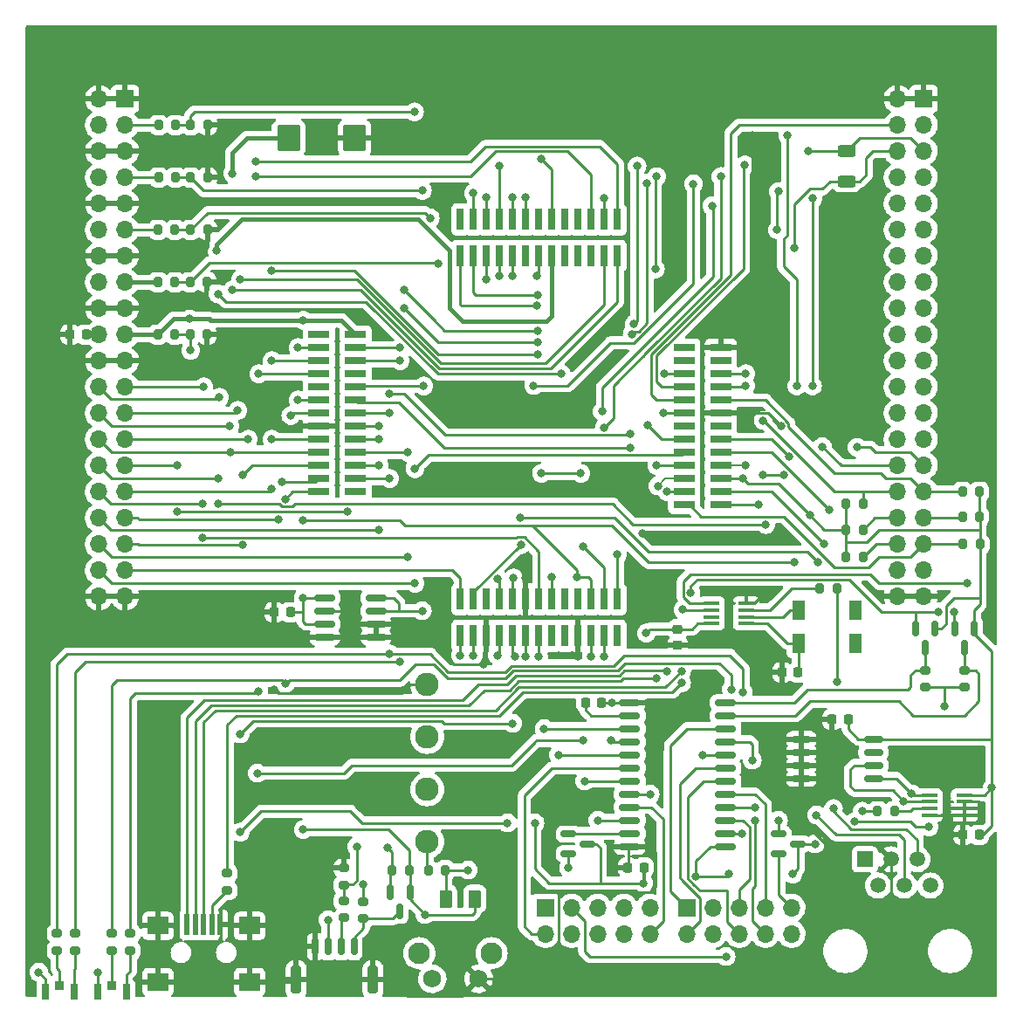
<source format=gtl>
%TF.GenerationSoftware,KiCad,Pcbnew,6.0.8+dfsg-1~bpo11+1*%
%TF.CreationDate,2022-11-16T21:16:40+01:00*%
%TF.ProjectId,CpuCubeV2-00,43707543-7562-4655-9632-2d30302e6b69,rev?*%
%TF.SameCoordinates,Original*%
%TF.FileFunction,Copper,L1,Top*%
%TF.FilePolarity,Positive*%
%FSLAX46Y46*%
G04 Gerber Fmt 4.6, Leading zero omitted, Abs format (unit mm)*
G04 Created by KiCad (PCBNEW 6.0.8+dfsg-1~bpo11+1) date 2022-11-16 21:16:40*
%MOMM*%
%LPD*%
G01*
G04 APERTURE LIST*
G04 Aperture macros list*
%AMRoundRect*
0 Rectangle with rounded corners*
0 $1 Rounding radius*
0 $2 $3 $4 $5 $6 $7 $8 $9 X,Y pos of 4 corners*
0 Add a 4 corners polygon primitive as box body*
4,1,4,$2,$3,$4,$5,$6,$7,$8,$9,$2,$3,0*
0 Add four circle primitives for the rounded corners*
1,1,$1+$1,$2,$3*
1,1,$1+$1,$4,$5*
1,1,$1+$1,$6,$7*
1,1,$1+$1,$8,$9*
0 Add four rect primitives between the rounded corners*
20,1,$1+$1,$2,$3,$4,$5,0*
20,1,$1+$1,$4,$5,$6,$7,0*
20,1,$1+$1,$6,$7,$8,$9,0*
20,1,$1+$1,$8,$9,$2,$3,0*%
G04 Aperture macros list end*
%TA.AperFunction,SMDPad,CuDef*%
%ADD10R,0.500000X2.000000*%
%TD*%
%TA.AperFunction,SMDPad,CuDef*%
%ADD11R,2.000000X1.700000*%
%TD*%
%TA.AperFunction,ComponentPad*%
%ADD12R,1.700000X1.700000*%
%TD*%
%TA.AperFunction,ComponentPad*%
%ADD13O,1.700000X1.700000*%
%TD*%
%TA.AperFunction,SMDPad,CuDef*%
%ADD14RoundRect,0.150000X-0.587500X-0.150000X0.587500X-0.150000X0.587500X0.150000X-0.587500X0.150000X0*%
%TD*%
%TA.AperFunction,ComponentPad*%
%ADD15C,2.286000*%
%TD*%
%TA.AperFunction,SMDPad,CuDef*%
%ADD16RoundRect,0.225000X0.225000X0.250000X-0.225000X0.250000X-0.225000X-0.250000X0.225000X-0.250000X0*%
%TD*%
%TA.AperFunction,SMDPad,CuDef*%
%ADD17RoundRect,0.200000X-0.200000X-0.275000X0.200000X-0.275000X0.200000X0.275000X-0.200000X0.275000X0*%
%TD*%
%TA.AperFunction,SMDPad,CuDef*%
%ADD18R,1.600000X0.300000*%
%TD*%
%TA.AperFunction,SMDPad,CuDef*%
%ADD19RoundRect,0.225000X-0.250000X0.225000X-0.250000X-0.225000X0.250000X-0.225000X0.250000X0.225000X0*%
%TD*%
%TA.AperFunction,SMDPad,CuDef*%
%ADD20RoundRect,0.200000X0.275000X-0.200000X0.275000X0.200000X-0.275000X0.200000X-0.275000X-0.200000X0*%
%TD*%
%TA.AperFunction,SMDPad,CuDef*%
%ADD21RoundRect,0.150000X-0.150000X0.587500X-0.150000X-0.587500X0.150000X-0.587500X0.150000X0.587500X0*%
%TD*%
%TA.AperFunction,ComponentPad*%
%ADD22R,1.520000X1.520000*%
%TD*%
%TA.AperFunction,ComponentPad*%
%ADD23C,1.520000*%
%TD*%
%TA.AperFunction,SMDPad,CuDef*%
%ADD24RoundRect,0.150000X-0.875000X-0.150000X0.875000X-0.150000X0.875000X0.150000X-0.875000X0.150000X0*%
%TD*%
%TA.AperFunction,SMDPad,CuDef*%
%ADD25RoundRect,0.250000X-0.625000X0.312500X-0.625000X-0.312500X0.625000X-0.312500X0.625000X0.312500X0*%
%TD*%
%TA.AperFunction,SMDPad,CuDef*%
%ADD26RoundRect,0.250000X-0.375000X-0.625000X0.375000X-0.625000X0.375000X0.625000X-0.375000X0.625000X0*%
%TD*%
%TA.AperFunction,SMDPad,CuDef*%
%ADD27RoundRect,0.150000X-0.800000X-0.150000X0.800000X-0.150000X0.800000X0.150000X-0.800000X0.150000X0*%
%TD*%
%TA.AperFunction,SMDPad,CuDef*%
%ADD28RoundRect,0.200000X0.200000X0.275000X-0.200000X0.275000X-0.200000X-0.275000X0.200000X-0.275000X0*%
%TD*%
%TA.AperFunction,SMDPad,CuDef*%
%ADD29RoundRect,0.150000X-0.825000X-0.150000X0.825000X-0.150000X0.825000X0.150000X-0.825000X0.150000X0*%
%TD*%
%TA.AperFunction,SMDPad,CuDef*%
%ADD30RoundRect,0.150000X-0.150000X-0.700000X0.150000X-0.700000X0.150000X0.700000X-0.150000X0.700000X0*%
%TD*%
%TA.AperFunction,SMDPad,CuDef*%
%ADD31RoundRect,0.250000X-0.250000X-1.100000X0.250000X-1.100000X0.250000X1.100000X-0.250000X1.100000X0*%
%TD*%
%TA.AperFunction,SMDPad,CuDef*%
%ADD32RoundRect,0.200000X-0.275000X0.200000X-0.275000X-0.200000X0.275000X-0.200000X0.275000X0.200000X0*%
%TD*%
%TA.AperFunction,SMDPad,CuDef*%
%ADD33R,0.750000X1.500000*%
%TD*%
%TA.AperFunction,SMDPad,CuDef*%
%ADD34R,0.900000X0.900000*%
%TD*%
%TA.AperFunction,SMDPad,CuDef*%
%ADD35RoundRect,0.250000X-0.875000X-1.025000X0.875000X-1.025000X0.875000X1.025000X-0.875000X1.025000X0*%
%TD*%
%TA.AperFunction,SMDPad,CuDef*%
%ADD36R,2.100000X0.750000*%
%TD*%
%TA.AperFunction,SMDPad,CuDef*%
%ADD37R,0.750000X2.100000*%
%TD*%
%TA.AperFunction,SMDPad,CuDef*%
%ADD38RoundRect,0.225000X-0.225000X-0.250000X0.225000X-0.250000X0.225000X0.250000X-0.225000X0.250000X0*%
%TD*%
%TA.AperFunction,ComponentPad*%
%ADD39C,2.100000*%
%TD*%
%TA.AperFunction,ComponentPad*%
%ADD40C,1.750000*%
%TD*%
%TA.AperFunction,SMDPad,CuDef*%
%ADD41R,1.300000X1.900000*%
%TD*%
%TA.AperFunction,ViaPad*%
%ADD42C,0.800000*%
%TD*%
%TA.AperFunction,Conductor*%
%ADD43C,0.250000*%
%TD*%
%TA.AperFunction,Conductor*%
%ADD44C,0.400000*%
%TD*%
%TA.AperFunction,Conductor*%
%ADD45C,0.200000*%
%TD*%
G04 APERTURE END LIST*
D10*
%TO.P,J103,1,VBUS*%
%TO.N,/VBUS*%
X117145000Y-133571000D03*
%TO.P,J103,2,D-*%
%TO.N,/D-*%
X117945000Y-133571000D03*
%TO.P,J103,3,D+*%
%TO.N,/D+*%
X118745000Y-133571000D03*
%TO.P,J103,4,ID*%
%TO.N,/USBID*%
X119545000Y-133571000D03*
%TO.P,J103,5,GND*%
%TO.N,GND*%
X120345000Y-133571000D03*
D11*
%TO.P,J103,6,Shield*%
X123195000Y-133671000D03*
X114295000Y-133671000D03*
X123195000Y-139121000D03*
X114295000Y-139121000D03*
%TD*%
D12*
%TO.P,J101,1,Pin_1*%
%TO.N,GND*%
X111125000Y-53467000D03*
D13*
%TO.P,J101,2,Pin_2*%
X108585000Y-53467000D03*
%TO.P,J101,3,Pin_3*%
%TO.N,+BATT*%
X111125000Y-56007000D03*
%TO.P,J101,4,Pin_4*%
X108585000Y-56007000D03*
%TO.P,J101,5,Pin_5*%
%TO.N,GND*%
X111125000Y-58547000D03*
%TO.P,J101,6,Pin_6*%
X108585000Y-58547000D03*
%TO.P,J101,7,Pin_7*%
%TO.N,+12V*%
X111125000Y-61087000D03*
%TO.P,J101,8,Pin_8*%
X108585000Y-61087000D03*
%TO.P,J101,9,Pin_9*%
%TO.N,GND*%
X111125000Y-63627000D03*
%TO.P,J101,10,Pin_10*%
X108585000Y-63627000D03*
%TO.P,J101,11,Pin_11*%
%TO.N,+5VA*%
X111125000Y-66167000D03*
%TO.P,J101,12,Pin_12*%
X108585000Y-66167000D03*
%TO.P,J101,13,Pin_13*%
%TO.N,GND*%
X111125000Y-68707000D03*
%TO.P,J101,14,Pin_14*%
X108585000Y-68707000D03*
%TO.P,J101,15,Pin_15*%
%TO.N,+5VD*%
X111125000Y-71247000D03*
%TO.P,J101,16,Pin_16*%
X108585000Y-71247000D03*
%TO.P,J101,17,Pin_17*%
%TO.N,GND*%
X111125000Y-73787000D03*
%TO.P,J101,18,Pin_18*%
X108585000Y-73787000D03*
%TO.P,J101,19,Pin_19*%
%TO.N,+3V3*%
X111125000Y-76327000D03*
%TO.P,J101,20,Pin_20*%
X108585000Y-76327000D03*
%TO.P,J101,21,Pin_21*%
%TO.N,GND*%
X111125000Y-78867000D03*
%TO.P,J101,22,Pin_22*%
X108585000Y-78867000D03*
%TO.P,J101,23,Pin_23*%
%TO.N,/PWM0*%
X111125000Y-81407000D03*
%TO.P,J101,24,Pin_24*%
%TO.N,/PWM1*%
X108585000Y-81407000D03*
%TO.P,J101,25,Pin_25*%
%TO.N,/PWM2*%
X111125000Y-83947000D03*
%TO.P,J101,26,Pin_26*%
%TO.N,/PWM3*%
X108585000Y-83947000D03*
%TO.P,J101,27,Pin_27*%
%TO.N,/PWM4*%
X111125000Y-86487000D03*
%TO.P,J101,28,Pin_28*%
%TO.N,/INT0*%
X108585000Y-86487000D03*
%TO.P,J101,29,Pin_29*%
%TO.N,/INT1*%
X111125000Y-89027000D03*
%TO.P,J101,30,Pin_30*%
%TO.N,/IO8*%
X108585000Y-89027000D03*
%TO.P,J101,31,Pin_31*%
%TO.N,/IO0*%
X111125000Y-91567000D03*
%TO.P,J101,32,Pin_32*%
%TO.N,/IO1*%
X108585000Y-91567000D03*
%TO.P,J101,33,Pin_33*%
%TO.N,/IO2*%
X111125000Y-94107000D03*
%TO.P,J101,34,Pin_34*%
%TO.N,/IO3*%
X108585000Y-94107000D03*
%TO.P,J101,35,Pin_35*%
%TO.N,/IO4*%
X111125000Y-96647000D03*
%TO.P,J101,36,Pin_36*%
%TO.N,/IO5*%
X108585000Y-96647000D03*
%TO.P,J101,37,Pin_37*%
%TO.N,/IO6*%
X111125000Y-99187000D03*
%TO.P,J101,38,Pin_38*%
%TO.N,/IO7*%
X108585000Y-99187000D03*
%TO.P,J101,39,Pin_39*%
%TO.N,GND*%
X111125000Y-101727000D03*
%TO.P,J101,40,Pin_40*%
X108585000Y-101727000D03*
%TD*%
D14*
%TO.P,Q303,1,B*%
%TO.N,Net-(Q303-Pad1)*%
X174528000Y-124780000D03*
%TO.P,Q303,2,E*%
%TO.N,Net-(J301-Pad9)*%
X174528000Y-126680000D03*
%TO.P,Q303,3,C*%
%TO.N,+5VD*%
X176403000Y-125730000D03*
%TD*%
D15*
%TO.P,C302,1*%
%TO.N,Net-(C301-Pad2)*%
X140428500Y-115348000D03*
%TO.P,C302,2*%
%TO.N,GND*%
X140428500Y-110268000D03*
%TD*%
D16*
%TO.P,C308,1*%
%TO.N,+5VD*%
X161430000Y-128016000D03*
%TO.P,C308,2*%
%TO.N,GND*%
X159880000Y-128016000D03*
%TD*%
D17*
%TO.P,R211,1*%
%TO.N,+3V3*%
X181039000Y-95250000D03*
%TO.P,R211,2*%
%TO.N,/SCL2*%
X182689000Y-95250000D03*
%TD*%
D18*
%TO.P,U302,1,SDA*%
%TO.N,/SDA1*%
X189132000Y-120986000D03*
%TO.P,U302,2,SCL*%
%TO.N,/SCL1*%
X189132000Y-121636000D03*
%TO.P,U302,3,O.S.*%
%TO.N,Net-(R304-Pad2)*%
X189132000Y-122286000D03*
%TO.P,U302,4,GND*%
%TO.N,GND*%
X189132000Y-122936000D03*
%TO.P,U302,5,A2*%
X192532000Y-122936000D03*
%TO.P,U302,6,A1*%
X192532000Y-122286000D03*
%TO.P,U302,7,A0*%
X192532000Y-121636000D03*
%TO.P,U302,8,+Vs*%
%TO.N,+3V3*%
X192532000Y-120986000D03*
%TD*%
D19*
%TO.P,C305,1*%
%TO.N,Net-(C305-Pad1)*%
X164719000Y-104889000D03*
%TO.P,C305,2*%
%TO.N,GND*%
X164719000Y-106439000D03*
%TD*%
D20*
%TO.P,R307,1*%
%TO.N,+5VD*%
X192532000Y-110553000D03*
%TO.P,R307,2*%
%TO.N,Net-(Q302-Pad3)*%
X192532000Y-108903000D03*
%TD*%
D21*
%TO.P,Q301,1,G*%
%TO.N,+3V3*%
X189672000Y-104853500D03*
%TO.P,Q301,2,S*%
%TO.N,/SCL1*%
X187772000Y-104853500D03*
%TO.P,Q301,3,D*%
%TO.N,Net-(Q301-Pad3)*%
X188722000Y-106728500D03*
%TD*%
D22*
%TO.P,J104,1*%
%TO.N,/RST*%
X182885000Y-127231000D03*
D23*
%TO.P,J104,2*%
%TO.N,+3V3*%
X184155000Y-129771000D03*
%TO.P,J104,3*%
%TO.N,GND*%
X185425000Y-127231000D03*
%TO.P,J104,4*%
%TO.N,/PGED1*%
X186695000Y-129771000D03*
%TO.P,J104,5*%
%TO.N,/PGEC1*%
X187965000Y-127231000D03*
%TO.P,J104,6*%
%TO.N,unconnected-(J104-Pad6)*%
X189235000Y-129771000D03*
%TD*%
D17*
%TO.P,R219,1*%
%TO.N,/PIC32/UART-TX*%
X137033000Y-128270000D03*
%TO.P,R219,2*%
%TO.N,+3V3*%
X138683000Y-128270000D03*
%TD*%
D24*
%TO.P,U304,1,ADR*%
%TO.N,GND*%
X160069000Y-112014000D03*
%TO.P,U304,2,CEXT*%
%TO.N,Net-(C307-Pad1)*%
X160069000Y-113284000D03*
%TO.P,U304,3,P8*%
%TO.N,Net-(J302-Pad1)*%
X160069000Y-114554000D03*
%TO.P,U304,4,P7*%
%TO.N,Net-(J302-Pad8)*%
X160069000Y-115824000D03*
%TO.P,U304,5,P6*%
%TO.N,Net-(J302-Pad4)*%
X160069000Y-117094000D03*
%TO.P,U304,6,P5*%
%TO.N,Net-(J302-Pad2)*%
X160069000Y-118364000D03*
%TO.P,U304,7,P4*%
%TO.N,Net-(J302-Pad6)*%
X160069000Y-119634000D03*
%TO.P,U304,8,P3*%
%TO.N,Net-(J302-Pad7)*%
X160069000Y-120904000D03*
%TO.P,U304,9,P2*%
%TO.N,Net-(J302-Pad10)*%
X160069000Y-122174000D03*
%TO.P,U304,10,P1*%
%TO.N,Net-(J302-Pad5)*%
X160069000Y-123444000D03*
%TO.P,U304,11,MX1*%
%TO.N,Net-(Q304-Pad1)*%
X160069000Y-124714000D03*
%TO.P,U304,12,VSS*%
%TO.N,GND*%
X160069000Y-125984000D03*
%TO.P,U304,13,VCC*%
%TO.N,+5VD*%
X169369000Y-125984000D03*
%TO.P,U304,14,MX2*%
%TO.N,Net-(Q303-Pad1)*%
X169369000Y-124714000D03*
%TO.P,U304,15,P9*%
%TO.N,/I2C/B34*%
X169369000Y-123444000D03*
%TO.P,U304,16,P10*%
%TO.N,/I2C/P34*%
X169369000Y-122174000D03*
%TO.P,U304,17,P11*%
%TO.N,/I2C/A34*%
X169369000Y-120904000D03*
%TO.P,U304,18,P12*%
%TO.N,/I2C/C34*%
X169369000Y-119634000D03*
%TO.P,U304,19,P13*%
%TO.N,/I2C/E34*%
X169369000Y-118364000D03*
%TO.P,U304,20,P14*%
%TO.N,/I2C/D34*%
X169369000Y-117094000D03*
%TO.P,U304,21,P15*%
%TO.N,/I2C/G34*%
X169369000Y-115824000D03*
%TO.P,U304,22,P16*%
%TO.N,/I2C/F34*%
X169369000Y-114554000D03*
%TO.P,U304,23,SDA*%
%TO.N,Net-(Q302-Pad3)*%
X169369000Y-113284000D03*
%TO.P,U304,24,SCL*%
%TO.N,Net-(Q301-Pad3)*%
X169369000Y-112014000D03*
%TD*%
D25*
%TO.P,R218,1*%
%TO.N,/CAN1RX*%
X181102000Y-58543000D03*
%TO.P,R218,2*%
%TO.N,/CAN1TX*%
X181102000Y-61468000D03*
%TD*%
D26*
%TO.P,D301,1,K*%
%TO.N,Net-(C305-Pad1)*%
X142237000Y-131064000D03*
%TO.P,D301,2,A*%
%TO.N,+3V3*%
X145037000Y-131064000D03*
%TD*%
D20*
%TO.P,R104,1*%
%TO.N,Net-(D102-Pad1)*%
X111633000Y-136080000D03*
%TO.P,R104,2*%
%TO.N,/LED2*%
X111633000Y-134430000D03*
%TD*%
D27*
%TO.P,U301,1,A0*%
%TO.N,GND*%
X176713000Y-115570000D03*
%TO.P,U301,2,A1*%
X176713000Y-116840000D03*
%TO.P,U301,3,A2*%
X176713000Y-118110000D03*
%TO.P,U301,4,GND*%
X176713000Y-119380000D03*
%TO.P,U301,5,SDA*%
%TO.N,/SDA1*%
X183713000Y-119380000D03*
%TO.P,U301,6,SCL*%
%TO.N,/SCL1*%
X183713000Y-118110000D03*
%TO.P,U301,7,WP*%
%TO.N,unconnected-(U301-Pad7)*%
X183713000Y-116840000D03*
%TO.P,U301,8,VCC*%
%TO.N,+3V3*%
X183713000Y-115570000D03*
%TD*%
D17*
%TO.P,R208,1*%
%TO.N,Net-(R207-Pad2)*%
X117412000Y-71247000D03*
%TO.P,R208,2*%
%TO.N,GND*%
X119062000Y-71247000D03*
%TD*%
%TO.P,R203,1*%
%TO.N,+12V*%
X114364000Y-61087000D03*
%TO.P,R203,2*%
%TO.N,Net-(R203-Pad2)*%
X116014000Y-61087000D03*
%TD*%
D20*
%TO.P,R216,1*%
%TO.N,/UART-RX0*%
X132334000Y-132905000D03*
%TO.P,R216,2*%
%TO.N,Net-(R216-Pad2)*%
X132334000Y-131255000D03*
%TD*%
D17*
%TO.P,R303,1*%
%TO.N,+3V3*%
X181039000Y-92710000D03*
%TO.P,R303,2*%
%TO.N,/SCL1*%
X182689000Y-92710000D03*
%TD*%
D20*
%TO.P,R213,1*%
%TO.N,/USBID*%
X121031000Y-130238000D03*
%TO.P,R213,2*%
%TO.N,Net-(R213-Pad2)*%
X121031000Y-128588000D03*
%TD*%
D28*
%TO.P,R302,1*%
%TO.N,+3V3*%
X193992000Y-91567000D03*
%TO.P,R302,2*%
%TO.N,/SDA1*%
X192342000Y-91567000D03*
%TD*%
D17*
%TO.P,R209,1*%
%TO.N,+3V3*%
X114301000Y-76327000D03*
%TO.P,R209,2*%
%TO.N,Net-(R209-Pad2)*%
X115951000Y-76327000D03*
%TD*%
%TO.P,R207,1*%
%TO.N,+5VD*%
X114300000Y-71247000D03*
%TO.P,R207,2*%
%TO.N,Net-(R207-Pad2)*%
X115950000Y-71247000D03*
%TD*%
D29*
%TO.P,U201,1,VDD*%
%TO.N,+3V3*%
X130494000Y-101854000D03*
%TO.P,U201,2*%
%TO.N,N/C*%
X130494000Y-103124000D03*
%TO.P,U201,3,SHDN*%
%TO.N,+3V3*%
X130494000Y-104394000D03*
%TO.P,U201,4,GND*%
%TO.N,GND*%
X130494000Y-105664000D03*
%TO.P,U201,5,GND*%
X135444000Y-105664000D03*
%TO.P,U201,6,GND*%
X135444000Y-104394000D03*
%TO.P,U201,7,OUT*%
%TO.N,Net-(U201-Pad7)*%
X135444000Y-103124000D03*
%TO.P,U201,8,FEEDBACK*%
X135444000Y-101854000D03*
%TD*%
D17*
%TO.P,R201,1*%
%TO.N,+BATT*%
X114364000Y-56007000D03*
%TO.P,R201,2*%
%TO.N,Net-(R201-Pad2)*%
X116014000Y-56007000D03*
%TD*%
D30*
%TO.P,J105,1,Pin_1*%
%TO.N,GND*%
X129570000Y-135691000D03*
%TO.P,J105,2,Pin_2*%
%TO.N,+5VD*%
X130820000Y-135691000D03*
%TO.P,J105,3,Pin_3*%
%TO.N,/UART-RX0*%
X132070000Y-135691000D03*
%TO.P,J105,4,Pin_4*%
%TO.N,/UART-TX0*%
X133320000Y-135691000D03*
D31*
%TO.P,J105,MP,MountPin*%
%TO.N,GND*%
X135170000Y-138891000D03*
X127720000Y-138891000D03*
%TD*%
D16*
%TO.P,C202,1*%
%TO.N,+3V3*%
X107328000Y-76327000D03*
%TO.P,C202,2*%
%TO.N,GND*%
X105778000Y-76327000D03*
%TD*%
D17*
%TO.P,R202,1*%
%TO.N,Net-(R201-Pad2)*%
X117475000Y-56007000D03*
%TO.P,R202,2*%
%TO.N,GND*%
X119125000Y-56007000D03*
%TD*%
D32*
%TO.P,R220,1*%
%TO.N,+5VD*%
X134239000Y-131319000D03*
%TO.P,R220,2*%
%TO.N,/UART-TX0*%
X134239000Y-132969000D03*
%TD*%
D20*
%TO.P,R102,1*%
%TO.N,Net-(D101-Pad1)*%
X106299000Y-136080000D03*
%TO.P,R102,2*%
%TO.N,/LED1*%
X106299000Y-134430000D03*
%TD*%
%TO.P,R306,1*%
%TO.N,+5VD*%
X188722000Y-110553000D03*
%TO.P,R306,2*%
%TO.N,Net-(Q301-Pad3)*%
X188722000Y-108903000D03*
%TD*%
%TO.P,R217,1*%
%TO.N,Net-(R216-Pad2)*%
X132334000Y-129730000D03*
%TO.P,R217,2*%
%TO.N,GND*%
X132334000Y-128080000D03*
%TD*%
D12*
%TO.P,J301,1,Pin_1*%
%TO.N,/I2C/F34*%
X165588000Y-131916000D03*
D13*
%TO.P,J301,2,Pin_2*%
%TO.N,/I2C/E34*%
X165588000Y-134456000D03*
%TO.P,J301,3,Pin_3*%
%TO.N,Net-(J301-Pad3)*%
X168128000Y-131916000D03*
%TO.P,J301,4,Pin_4*%
%TO.N,/I2C/D34*%
X168128000Y-134456000D03*
%TO.P,J301,5,Pin_5*%
%TO.N,/I2C/B34*%
X170668000Y-131916000D03*
%TO.P,J301,6,Pin_6*%
%TO.N,/I2C/C34*%
X170668000Y-134456000D03*
%TO.P,J301,7,Pin_7*%
%TO.N,/I2C/A34*%
X173208000Y-131916000D03*
%TO.P,J301,8,Pin_8*%
%TO.N,/I2C/G34*%
X173208000Y-134456000D03*
%TO.P,J301,9,Pin_9*%
%TO.N,Net-(J301-Pad9)*%
X175748000Y-131916000D03*
%TO.P,J301,10,Pin_10*%
%TO.N,/I2C/P34*%
X175748000Y-134456000D03*
%TD*%
D21*
%TO.P,Q302,1,G*%
%TO.N,+3V3*%
X193482000Y-104853500D03*
%TO.P,Q302,2,S*%
%TO.N,/SDA1*%
X191582000Y-104853500D03*
%TO.P,Q302,3,D*%
%TO.N,Net-(Q302-Pad3)*%
X192532000Y-106728500D03*
%TD*%
D17*
%TO.P,R205,1*%
%TO.N,+5VA*%
X114301000Y-66167000D03*
%TO.P,R205,2*%
%TO.N,Net-(R205-Pad2)*%
X115951000Y-66167000D03*
%TD*%
D33*
%TO.P,D101,1,K1*%
%TO.N,Net-(D101-Pad1)*%
X106150000Y-140081000D03*
D34*
%TO.P,D101,2,K2*%
%TO.N,Net-(D101-Pad2)*%
X104775000Y-139431000D03*
D33*
%TO.P,D101,3,A*%
%TO.N,+3V3*%
X103400000Y-140081000D03*
%TD*%
D18*
%TO.P,U303,1,OSCI*%
%TO.N,Net-(C306-Pad1)*%
X171372000Y-104353000D03*
%TO.P,U303,2,OSCO*%
%TO.N,Net-(U303-Pad2)*%
X171372000Y-103703000D03*
%TO.P,U303,3,~{INT}*%
%TO.N,Net-(R305-Pad2)*%
X171372000Y-103053000D03*
%TO.P,U303,4,VSS*%
%TO.N,GND*%
X171372000Y-102403000D03*
%TO.P,U303,5,SDA*%
%TO.N,/SDA1*%
X167972000Y-102403000D03*
%TO.P,U303,6,SCL*%
%TO.N,/SCL1*%
X167972000Y-103053000D03*
%TO.P,U303,7,CLKO*%
%TO.N,unconnected-(U303-Pad7)*%
X167972000Y-103703000D03*
%TO.P,U303,8,VDD*%
%TO.N,Net-(C305-Pad1)*%
X167972000Y-104353000D03*
%TD*%
D17*
%TO.P,R204,1*%
%TO.N,Net-(R203-Pad2)*%
X117475000Y-61087000D03*
%TO.P,R204,2*%
%TO.N,GND*%
X119125000Y-61087000D03*
%TD*%
D21*
%TO.P,Q201,1,G*%
%TO.N,+3V3*%
X138745000Y-130380500D03*
%TO.P,Q201,2,S*%
%TO.N,/PIC32/UART-TX*%
X136845000Y-130380500D03*
%TO.P,Q201,3,D*%
%TO.N,/UART-TX0*%
X137795000Y-132255500D03*
%TD*%
D28*
%TO.P,R212,1*%
%TO.N,+3V3*%
X193992000Y-93980000D03*
%TO.P,R212,2*%
%TO.N,/SDA2*%
X192342000Y-93980000D03*
%TD*%
D35*
%TO.P,C203,1*%
%TO.N,+3V3*%
X126975000Y-57277000D03*
%TO.P,C203,2*%
%TO.N,GND*%
X133375000Y-57277000D03*
%TD*%
D17*
%TO.P,R206,1*%
%TO.N,Net-(R205-Pad2)*%
X117475000Y-66167000D03*
%TO.P,R206,2*%
%TO.N,GND*%
X119125000Y-66167000D03*
%TD*%
%TO.P,R210,1*%
%TO.N,Net-(R209-Pad2)*%
X117412000Y-76327000D03*
%TO.P,R210,2*%
%TO.N,GND*%
X119062000Y-76327000D03*
%TD*%
D20*
%TO.P,R101,1*%
%TO.N,Net-(D101-Pad2)*%
X104521000Y-136080000D03*
%TO.P,R101,2*%
%TO.N,/PGEC1*%
X104521000Y-134430000D03*
%TD*%
D16*
%TO.P,C306,1*%
%TO.N,Net-(C306-Pad1)*%
X176403000Y-109093000D03*
%TO.P,C306,2*%
%TO.N,GND*%
X174853000Y-109093000D03*
%TD*%
D28*
%TO.P,R215,1*%
%TO.N,+3V3*%
X194055000Y-96647000D03*
%TO.P,R215,2*%
%TO.N,/SDA3*%
X192405000Y-96647000D03*
%TD*%
D33*
%TO.P,D102,1,K1*%
%TO.N,Net-(D102-Pad1)*%
X111230000Y-140081000D03*
D34*
%TO.P,D102,2,K2*%
%TO.N,Net-(D102-Pad2)*%
X109855000Y-139431000D03*
D33*
%TO.P,D102,3,A*%
%TO.N,+3V3*%
X108480000Y-140081000D03*
%TD*%
D28*
%TO.P,R305,1*%
%TO.N,/INT0*%
X180149000Y-100965000D03*
%TO.P,R305,2*%
%TO.N,Net-(R305-Pad2)*%
X178499000Y-100965000D03*
%TD*%
D36*
%TO.P,U202,1,AERXERR/RG15*%
%TO.N,unconnected-(U202-Pad1)*%
X129921000Y-76327000D03*
%TO.P,U202,2,VDD*%
%TO.N,+3V3*%
X133477000Y-76327000D03*
%TO.P,U202,3,PMD5/RE5*%
%TO.N,/D5*%
X129921000Y-77597000D03*
%TO.P,U202,4,PMD6/RE6*%
%TO.N,/D6*%
X133477000Y-77597000D03*
%TO.P,U202,5,PMD7/RE7*%
%TO.N,/D7*%
X129921000Y-78867000D03*
%TO.P,U202,6,T2CK/RC1*%
%TO.N,/LED1*%
X133477000Y-78867000D03*
%TO.P,U202,7,T3CK/AC2TX/RC2*%
%TO.N,/LED2*%
X129921000Y-80137000D03*
%TO.P,U202,8,T4CK/AC2RX/RC3*%
%TO.N,unconnected-(U202-Pad8)*%
X133477000Y-80137000D03*
%TO.P,U202,9,T5CK/SDI1/RC4*%
%TO.N,unconnected-(U202-Pad9)*%
X129921000Y-81407000D03*
%TO.P,U202,10,ECOL//SCK2/U6TX/U3RTS/PMA5/CN8/RG6*%
%TO.N,/PIC32/UART-TX*%
X133477000Y-81407000D03*
%TO.P,U202,11,ECRS/SDA4/SDI2/U3RX/PMA4//CN9/RG7*%
%TO.N,/UART-RX3*%
X129921000Y-82677000D03*
%TO.P,U202,12,ERXDV/AERXD/ECRSDV/AECRSDV/SCL4/SDO2/U3TX/PMA3/CN10/RG8*%
%TO.N,/UART-TX3*%
X133477000Y-82677000D03*
%TO.P,U202,13,MCLR*%
%TO.N,/RST*%
X129921000Y-83947000D03*
%TO.P,U202,14,ERXCLK/AERXCLK/EREFCLK/SS2/U6RX/U3CTS/PMA2/CN11/RG9*%
%TO.N,Net-(R216-Pad2)*%
X133477000Y-83947000D03*
%TO.P,U202,15,VSS*%
%TO.N,GND*%
X129921000Y-85217000D03*
%TO.P,U202,16,VDD*%
%TO.N,+3V3*%
X133477000Y-85217000D03*
%TO.P,U202,17,TMS/RA0*%
%TO.N,/IO0*%
X129921000Y-86487000D03*
%TO.P,U202,18,AERXD0/INT1/RE8*%
%TO.N,/INT1*%
X133477000Y-86487000D03*
%TO.P,U202,19,AERXD1/INT2/RE9*%
%TO.N,/INT0*%
X129921000Y-87757000D03*
%TO.P,U202,20,AN5/C1IN+/VBUSON/CN7/RB5*%
%TO.N,/IO5*%
X133477000Y-87757000D03*
%TO.P,U202,21,AN4/C1IN-/CN6/RB4*%
%TO.N,/IO4*%
X129921000Y-89027000D03*
%TO.P,U202,22,AN3/C2IN+/CN5/RB3*%
%TO.N,/IO3*%
X133477000Y-89027000D03*
%TO.P,U202,23,AN2/C2IN-/CN4/RB2*%
%TO.N,/IO2*%
X129921000Y-90297000D03*
%TO.P,U202,24,PGEC1/AN1/CN3/RB1*%
%TO.N,/PGEC1*%
X133477000Y-90297000D03*
%TO.P,U202,25,PGED1/AN0/CN2/RB0*%
%TO.N,/PGED1*%
X129921000Y-91567000D03*
D37*
%TO.P,U202,26,PGEC2/AN6/OCFA/RB6*%
%TO.N,/IO6*%
X143637000Y-101981000D03*
%TO.P,U202,27,PGED2/AN7/RB7*%
%TO.N,Net-(R201-Pad2)*%
X143637000Y-105537000D03*
%TO.P,U202,28,Vref-/CVref-/AERXD2/PMA7/RA9*%
%TO.N,/IO11*%
X144907000Y-101981000D03*
%TO.P,U202,29,Vref+/CVref+/AERXD3/PMA6/RA10*%
%TO.N,Net-(U201-Pad7)*%
X144907000Y-105537000D03*
%TO.P,U202,30,AVDD*%
%TO.N,unconnected-(U202-Pad30)*%
X146177000Y-101981000D03*
%TO.P,U202,31,AVSS*%
%TO.N,GND*%
X146177000Y-105537000D03*
%TO.P,U202,32,AN8/C1ROUT/RB8*%
%TO.N,Net-(R203-Pad2)*%
X147447000Y-101981000D03*
%TO.P,U202,33,AN9/C2ROUT/RB9*%
%TO.N,Net-(R205-Pad2)*%
X147447000Y-105537000D03*
%TO.P,U202,34,AN10/CVREFOUT/PMA13/RB10*%
%TO.N,Net-(R207-Pad2)*%
X148717000Y-101981000D03*
%TO.P,U202,35,AN11/ERXERR/AETXERR/PMA12/RB11*%
%TO.N,Net-(R209-Pad2)*%
X148717000Y-105537000D03*
%TO.P,U202,36,VSS*%
%TO.N,GND*%
X149987000Y-101981000D03*
%TO.P,U202,37,VDD*%
%TO.N,+3V3*%
X149987000Y-105537000D03*
%TO.P,U202,38,TCK/RA1*%
%TO.N,/IO1*%
X151257000Y-101981000D03*
%TO.P,U202,39,AC1TX/SCK4/U5TX/U2RTS/RF13*%
%TO.N,/UART-TX2*%
X151257000Y-105537000D03*
%TO.P,U202,40,AC1RX/SS4/U5RX/U2CTS/RF12*%
%TO.N,/UART-RX2*%
X152527000Y-101981000D03*
%TO.P,U202,41,AN12/ERXD0/AECRS/PMA11/RB12*%
%TO.N,unconnected-(U202-Pad41)*%
X152527000Y-105537000D03*
%TO.P,U202,42,AN13/ERXD1/AECOL/PMA10/RB13*%
%TO.N,unconnected-(U202-Pad42)*%
X153797000Y-101981000D03*
%TO.P,U202,43,AN14/ERXD2/AETXD3/PMALH/PMA1/RB14*%
%TO.N,unconnected-(U202-Pad43)*%
X153797000Y-105537000D03*
%TO.P,U202,44,AN15/ERXD3/AETXD2/OCFB/PMALL/PMA0/CN12/RB15*%
%TO.N,unconnected-(U202-Pad44)*%
X155067000Y-101981000D03*
%TO.P,U202,45,VSS*%
%TO.N,GND*%
X155067000Y-105537000D03*
%TO.P,U202,46,VDD*%
%TO.N,+3V3*%
X156337000Y-101981000D03*
%TO.P,U202,47,AETXD0/SS3/U4RX/U1CTS/CN20/RD14*%
%TO.N,/UART-RX1*%
X156337000Y-105537000D03*
%TO.P,U202,48,AETXD1/SCK3/U4TX/U1RTS/CN21/RD15*%
%TO.N,/UART-TX1*%
X157607000Y-101981000D03*
%TO.P,U202,49,SDA5/SDI4/U2RX/PMA9/CN17/RF4*%
%TO.N,/SDI1*%
X157607000Y-105537000D03*
%TO.P,U202,50,SCL5/SDO4/U2TX/PMA8/CN18/RF5*%
%TO.N,/SDO1*%
X158877000Y-101981000D03*
D36*
%TO.P,U202,51,USBID/RF3*%
%TO.N,Net-(R213-Pad2)*%
X168910000Y-92837000D03*
%TO.P,U202,52,SDA3/SDI3/U1RX/RF2*%
%TO.N,/SDA3*%
X165354000Y-92837000D03*
%TO.P,U202,53,SCL3/SDO3/U1TX/RF8*%
%TO.N,/SCL3*%
X168910000Y-91567000D03*
%TO.P,U202,54,VBUS*%
%TO.N,/VBUS*%
X165354000Y-91567000D03*
%TO.P,U202,55,VUSB*%
%TO.N,+3V3*%
X168910000Y-90297000D03*
%TO.P,U202,56,D-/RG3*%
%TO.N,/D-*%
X165354000Y-90297000D03*
%TO.P,U202,57,D+/RG2*%
%TO.N,/D+*%
X168910000Y-89027000D03*
%TO.P,U202,58,SCL2/RA2*%
%TO.N,/SCL2*%
X165354000Y-89027000D03*
%TO.P,U202,59,SDA2/RA3*%
%TO.N,/SDA2*%
X168910000Y-87757000D03*
%TO.P,U202,60,TDI/RA4*%
%TO.N,/IO7*%
X165354000Y-87757000D03*
%TO.P,U202,61,TDO/RA5*%
%TO.N,/IO8*%
X168910000Y-86487000D03*
%TO.P,U202,62,VDD*%
%TO.N,+3V3*%
X165354000Y-86487000D03*
%TO.P,U202,63,OSC1/CLKI/RC12*%
%TO.N,unconnected-(U202-Pad63)*%
X168910000Y-85217000D03*
%TO.P,U202,64,OSC2/CLKO/RC15*%
%TO.N,unconnected-(U202-Pad64)*%
X165354000Y-85217000D03*
%TO.P,U202,65,VSS*%
%TO.N,GND*%
X168910000Y-83947000D03*
%TO.P,U202,66,AETXCLK/SCL1/INT3/RA14*%
%TO.N,/SCL1*%
X165354000Y-83947000D03*
%TO.P,U202,67,AETXEN/SDA1/INT4/RA15*%
%TO.N,/SDA1*%
X168910000Y-82677000D03*
%TO.P,U202,68,RTCC/EMDIO/AEMDIO/IC1/RD8*%
%TO.N,/IC2*%
X165354000Y-82677000D03*
%TO.P,U202,69,SS1/IC2/RD9*%
%TO.N,/IC1*%
X168910000Y-81407000D03*
%TO.P,U202,70,SCK1/IC3/PMCS2/PMA15/RD10*%
%TO.N,/SCK1*%
X165354000Y-81407000D03*
%TO.P,U202,71,EMDC/AEMDC/IC4/PMCS1/PMA14/RD11*%
%TO.N,/CS1*%
X168910000Y-80137000D03*
%TO.P,U202,72,SDO1/OC1/INT0/RD0*%
%TO.N,/PWM0*%
X165354000Y-80137000D03*
%TO.P,U202,73,SOSCI/CN1/RC13*%
%TO.N,unconnected-(U202-Pad73)*%
X168910000Y-78867000D03*
%TO.P,U202,74,SOSCO/T1CK/CN0/RC14*%
%TO.N,unconnected-(U202-Pad74)*%
X165354000Y-78867000D03*
%TO.P,U202,75,VSS*%
%TO.N,GND*%
X168910000Y-77597000D03*
D37*
%TO.P,U202,76,OC2/RD1*%
%TO.N,/PWM1*%
X158877000Y-68707000D03*
%TO.P,U202,77,OC3/RD2*%
%TO.N,/PWM2*%
X158877000Y-65151000D03*
%TO.P,U202,78,OC4/RD3*%
%TO.N,/PWM3*%
X157607000Y-68707000D03*
%TO.P,U202,79,ETXD2/IC5/PMD12/RD12*%
%TO.N,/CS2*%
X157607000Y-65151000D03*
%TO.P,U202,80,ETXD3/PMD13/CN19/RD13*%
%TO.N,unconnected-(U202-Pad80)*%
X156337000Y-68707000D03*
%TO.P,U202,81,OC5/PMWR/CN13/RD4*%
%TO.N,/PWM4*%
X156337000Y-65151000D03*
%TO.P,U202,82,PMRD/CN14/RD5*%
%TO.N,unconnected-(U202-Pad82)*%
X155067000Y-68707000D03*
%TO.P,U202,83,ETXEN/PMD14/CN15/RD6*%
%TO.N,unconnected-(U202-Pad83)*%
X155067000Y-65151000D03*
%TO.P,U202,84,ETXCLK/PMD15/CN16/RD7*%
%TO.N,unconnected-(U202-Pad84)*%
X153797000Y-68707000D03*
%TO.P,U202,85,VCAP/VDDCORE*%
%TO.N,unconnected-(U202-Pad85)*%
X153797000Y-65151000D03*
%TO.P,U202,86,VDD*%
%TO.N,+3V3*%
X152527000Y-68707000D03*
%TO.P,U202,87,C1RX/ETXD1/PMD11/RF0*%
%TO.N,/CAN1RX*%
X152527000Y-65151000D03*
%TO.P,U202,88,C1TX/ETXD0/PMD10/RF1*%
%TO.N,/CAN1TX*%
X151257000Y-68707000D03*
%TO.P,U202,89,C2TX/ETXERR/PMD9/RG1*%
%TO.N,unconnected-(U202-Pad89)*%
X151257000Y-65151000D03*
%TO.P,U202,90,C2RX/PMD8/RG0*%
%TO.N,unconnected-(U202-Pad90)*%
X149987000Y-68707000D03*
%TO.P,U202,91,TRCLK/RA6*%
%TO.N,/IO9*%
X149987000Y-65151000D03*
%TO.P,U202,92,TRD3/RA7*%
%TO.N,/IO10*%
X148717000Y-68707000D03*
%TO.P,U202,93,PMD0/RE0*%
%TO.N,/D0*%
X148717000Y-65151000D03*
%TO.P,U202,94,PMD1/RE1*%
%TO.N,/D1*%
X147447000Y-68707000D03*
%TO.P,U202,95,TRD2/RG14*%
%TO.N,/E*%
X147447000Y-65151000D03*
%TO.P,U202,96,TRD1/RG12*%
%TO.N,/RW*%
X146177000Y-68707000D03*
%TO.P,U202,97,TRD0/RG13*%
%TO.N,/RS*%
X146177000Y-65151000D03*
%TO.P,U202,98,PMD2/RE2*%
%TO.N,/D2*%
X144907000Y-68707000D03*
%TO.P,U202,99,PMD3/RE3*%
%TO.N,/D3*%
X144907000Y-65151000D03*
%TO.P,U202,100,PMD4/RE4*%
%TO.N,/D4*%
X143637000Y-68707000D03*
D36*
%TO.P,U202,~*%
%TO.N,N/C*%
X133477000Y-91567000D03*
D37*
X158877000Y-105537000D03*
D36*
X165354000Y-77597000D03*
D37*
X143637000Y-65151000D03*
%TD*%
D12*
%TO.P,J302,1,Pin_1*%
%TO.N,Net-(J302-Pad1)*%
X151872000Y-131916000D03*
D13*
%TO.P,J302,2,Pin_2*%
%TO.N,Net-(J302-Pad2)*%
X151872000Y-134456000D03*
%TO.P,J302,3,Pin_3*%
%TO.N,Net-(J301-Pad3)*%
X154412000Y-131916000D03*
%TO.P,J302,4,Pin_4*%
%TO.N,Net-(J302-Pad4)*%
X154412000Y-134456000D03*
%TO.P,J302,5,Pin_5*%
%TO.N,Net-(J302-Pad5)*%
X156952000Y-131916000D03*
%TO.P,J302,6,Pin_6*%
%TO.N,Net-(J302-Pad6)*%
X156952000Y-134456000D03*
%TO.P,J302,7,Pin_7*%
%TO.N,Net-(J302-Pad7)*%
X159492000Y-131916000D03*
%TO.P,J302,8,Pin_8*%
%TO.N,Net-(J302-Pad8)*%
X159492000Y-134456000D03*
%TO.P,J302,9,Pin_9*%
%TO.N,Net-(J301-Pad9)*%
X162032000Y-131916000D03*
%TO.P,J302,10,Pin_10*%
%TO.N,Net-(J302-Pad10)*%
X162032000Y-134456000D03*
%TD*%
D16*
%TO.P,C201,1*%
%TO.N,+3V3*%
X127153000Y-103251000D03*
%TO.P,C201,2*%
%TO.N,GND*%
X125603000Y-103251000D03*
%TD*%
D17*
%TO.P,R304,1*%
%TO.N,/INT0*%
X184087000Y-122555000D03*
%TO.P,R304,2*%
%TO.N,Net-(R304-Pad2)*%
X185737000Y-122555000D03*
%TD*%
D16*
%TO.P,C304,1*%
%TO.N,+3V3*%
X193955000Y-124841000D03*
%TO.P,C304,2*%
%TO.N,GND*%
X192405000Y-124841000D03*
%TD*%
D14*
%TO.P,Q304,1,B*%
%TO.N,Net-(Q304-Pad1)*%
X154129500Y-124780000D03*
%TO.P,Q304,2,E*%
%TO.N,Net-(J301-Pad3)*%
X154129500Y-126680000D03*
%TO.P,Q304,3,C*%
%TO.N,+5VD*%
X156004500Y-125730000D03*
%TD*%
D20*
%TO.P,R103,1*%
%TO.N,Net-(D102-Pad2)*%
X109855000Y-136080000D03*
%TO.P,R103,2*%
%TO.N,/PGED1*%
X109855000Y-134430000D03*
%TD*%
D17*
%TO.P,R214,1*%
%TO.N,+3V3*%
X181039000Y-97917000D03*
%TO.P,R214,2*%
%TO.N,/SCL3*%
X182689000Y-97917000D03*
%TD*%
D16*
%TO.P,C303,1*%
%TO.N,+3V3*%
X181255000Y-113665000D03*
%TO.P,C303,2*%
%TO.N,GND*%
X179705000Y-113665000D03*
%TD*%
D38*
%TO.P,C307,1*%
%TO.N,Net-(C307-Pad1)*%
X155803000Y-112014000D03*
%TO.P,C307,2*%
%TO.N,GND*%
X157353000Y-112014000D03*
%TD*%
D39*
%TO.P,SW101,*%
%TO.N,*%
X146665000Y-136321000D03*
X139655000Y-136321000D03*
D40*
%TO.P,SW101,1,1*%
%TO.N,GND*%
X145415000Y-138811000D03*
%TO.P,SW101,2,2*%
%TO.N,/RST*%
X140915000Y-138811000D03*
%TD*%
D12*
%TO.P,J102,1,Pin_1*%
%TO.N,GND*%
X188595000Y-53467000D03*
D13*
%TO.P,J102,2,Pin_2*%
X186055000Y-53467000D03*
%TO.P,J102,3,Pin_3*%
%TO.N,/IC1*%
X188595000Y-56007000D03*
%TO.P,J102,4,Pin_4*%
%TO.N,/IC2*%
X186055000Y-56007000D03*
%TO.P,J102,5,Pin_5*%
%TO.N,/CAN1RX*%
X188595000Y-58547000D03*
%TO.P,J102,6,Pin_6*%
%TO.N,/CAN1TX*%
X186055000Y-58547000D03*
%TO.P,J102,7,Pin_7*%
%TO.N,/SCK1*%
X188595000Y-61087000D03*
%TO.P,J102,8,Pin_8*%
%TO.N,/SDI1*%
X186055000Y-61087000D03*
%TO.P,J102,9,Pin_9*%
%TO.N,/IO11*%
X188595000Y-63627000D03*
%TO.P,J102,10,Pin_10*%
%TO.N,/SDO1*%
X186055000Y-63627000D03*
%TO.P,J102,11,Pin_11*%
%TO.N,/IO10*%
X188595000Y-66167000D03*
%TO.P,J102,12,Pin_12*%
%TO.N,/D0*%
X186055000Y-66167000D03*
%TO.P,J102,13,Pin_13*%
%TO.N,/D1*%
X188595000Y-68707000D03*
%TO.P,J102,14,Pin_14*%
%TO.N,/D2*%
X186055000Y-68707000D03*
%TO.P,J102,15,Pin_15*%
%TO.N,/D3*%
X188595000Y-71247000D03*
%TO.P,J102,16,Pin_16*%
%TO.N,/D4*%
X186055000Y-71247000D03*
%TO.P,J102,17,Pin_17*%
%TO.N,/D5*%
X188595000Y-73787000D03*
%TO.P,J102,18,Pin_18*%
%TO.N,/D6*%
X186055000Y-73787000D03*
%TO.P,J102,19,Pin_19*%
%TO.N,/D7*%
X188595000Y-76327000D03*
%TO.P,J102,20,Pin_20*%
%TO.N,/E*%
X186055000Y-76327000D03*
%TO.P,J102,21,Pin_21*%
%TO.N,/RS*%
X188595000Y-78867000D03*
%TO.P,J102,22,Pin_22*%
%TO.N,/RW*%
X186055000Y-78867000D03*
%TO.P,J102,23,Pin_23*%
%TO.N,/CS1*%
X188595000Y-81407000D03*
%TO.P,J102,24,Pin_24*%
%TO.N,/CS2*%
X186055000Y-81407000D03*
%TO.P,J102,25,Pin_25*%
%TO.N,/UART-RX1*%
X188595000Y-83947000D03*
%TO.P,J102,26,Pin_26*%
%TO.N,/UART-TX1*%
X186055000Y-83947000D03*
%TO.P,J102,27,Pin_27*%
%TO.N,/UART-RX2*%
X188595000Y-86487000D03*
%TO.P,J102,28,Pin_28*%
%TO.N,/UART-TX2*%
X186055000Y-86487000D03*
%TO.P,J102,29,Pin_29*%
%TO.N,/UART-RX3*%
X188595000Y-89027000D03*
%TO.P,J102,30,Pin_30*%
%TO.N,/UART-TX3*%
X186055000Y-89027000D03*
%TO.P,J102,31,Pin_31*%
%TO.N,/SDA1*%
X188595000Y-91567000D03*
%TO.P,J102,32,Pin_32*%
%TO.N,/SCL1*%
X186055000Y-91567000D03*
%TO.P,J102,33,Pin_33*%
%TO.N,/SDA2*%
X188595000Y-94107000D03*
%TO.P,J102,34,Pin_34*%
%TO.N,/SCL2*%
X186055000Y-94107000D03*
%TO.P,J102,35,Pin_35*%
%TO.N,/SDA3*%
X188595000Y-96647000D03*
%TO.P,J102,36,Pin_36*%
%TO.N,/SCL3*%
X186055000Y-96647000D03*
%TO.P,J102,37,Pin_37*%
%TO.N,/RST*%
X188595000Y-99187000D03*
%TO.P,J102,38,Pin_38*%
%TO.N,/IO9*%
X186055000Y-99187000D03*
%TO.P,J102,39,Pin_39*%
%TO.N,GND*%
X188595000Y-101727000D03*
%TO.P,J102,40,Pin_40*%
X186055000Y-101727000D03*
%TD*%
D28*
%TO.P,R301,1*%
%TO.N,Net-(C305-Pad1)*%
X142176000Y-128270000D03*
%TO.P,R301,2*%
%TO.N,Net-(C301-Pad1)*%
X140526000Y-128270000D03*
%TD*%
D15*
%TO.P,C301,1*%
%TO.N,Net-(C301-Pad1)*%
X140428500Y-125508000D03*
%TO.P,C301,2*%
%TO.N,Net-(C301-Pad2)*%
X140428500Y-120428000D03*
%TD*%
D41*
%TO.P,Y301,1,1*%
%TO.N,Net-(C306-Pad1)*%
X176447000Y-106248000D03*
%TO.P,Y301,2,2*%
%TO.N,unconnected-(Y301-Pad2)*%
X181947000Y-106248000D03*
%TO.P,Y301,3,3*%
%TO.N,unconnected-(Y301-Pad3)*%
X181947000Y-103048000D03*
%TO.P,Y301,4,4*%
%TO.N,Net-(U303-Pad2)*%
X176447000Y-103048000D03*
%TD*%
D42*
%TO.N,+3V3*%
X161798000Y-85090000D03*
X149987000Y-107569000D03*
X135763000Y-85217000D03*
X128397000Y-124333000D03*
X121539000Y-60706000D03*
X128397000Y-101854000D03*
X140208000Y-132588000D03*
X128380499Y-74946501D03*
X154940000Y-99822000D03*
X117364500Y-74819500D03*
X195199000Y-120269000D03*
X176022000Y-98425000D03*
X102743000Y-138176000D03*
X120015000Y-68199000D03*
X128397000Y-94361000D03*
X177546000Y-93853000D03*
X108458000Y-138176000D03*
X171069000Y-90297000D03*
%TO.N,GND*%
X149987000Y-99949000D03*
X157226000Y-121666000D03*
X173228000Y-77851000D03*
X173990000Y-101219000D03*
X162687000Y-115951000D03*
X133858000Y-74422000D03*
X176784000Y-84836000D03*
X150876000Y-121666000D03*
X171831000Y-118872000D03*
X173482000Y-109093000D03*
X161290000Y-92456000D03*
X129570000Y-129510000D03*
X180848000Y-77851000D03*
X145923000Y-108331000D03*
X125603000Y-101727000D03*
X161290000Y-101092000D03*
X158369000Y-112014000D03*
X119507000Y-104394000D03*
X173228000Y-114300000D03*
X164846000Y-59817000D03*
X155067000Y-107569000D03*
X125603000Y-110744000D03*
X155829000Y-77851000D03*
X136779000Y-57277000D03*
X174752000Y-85217000D03*
X162687000Y-118745000D03*
X154432000Y-121666000D03*
X191299500Y-124803500D03*
X148336000Y-120650000D03*
X125476000Y-82423000D03*
X171958000Y-57023000D03*
X168148000Y-96139000D03*
X161290000Y-95631000D03*
X146939000Y-83312000D03*
X146939000Y-90170000D03*
X162052000Y-112014000D03*
%TO.N,/IC1*%
X171323000Y-81307498D03*
X176276000Y-81307498D03*
X175387000Y-57023000D03*
%TO.N,/CAN1RX*%
X177419000Y-58547000D03*
X151472699Y-59257000D03*
%TO.N,/CAN1TX*%
X176022000Y-67945000D03*
X151092500Y-70615798D03*
%TO.N,/SCK1*%
X171233500Y-59878004D03*
%TO.N,/SDI1*%
X157607000Y-107569000D03*
X157607000Y-85344000D03*
X168910000Y-60997500D03*
%TO.N,/IO11*%
X166243000Y-61722000D03*
X149531000Y-96701644D03*
X150749000Y-81280000D03*
%TO.N,/SDO1*%
X168043486Y-63842983D03*
X157406504Y-83782500D03*
X158877000Y-97663000D03*
%TO.N,/IO10*%
X148717000Y-70612000D03*
%TO.N,/D0*%
X174371000Y-66167000D03*
X148717000Y-62992000D03*
X174502588Y-62446500D03*
%TO.N,/D1*%
X147447000Y-70612000D03*
%TO.N,/D2*%
X151136348Y-72515489D03*
%TO.N,/D3*%
X144907000Y-62611000D03*
X162675781Y-61006810D03*
X162560000Y-69977000D03*
%TO.N,/D4*%
X151087038Y-73513774D03*
%TO.N,/D5*%
X127889000Y-77597000D03*
X138176000Y-72009000D03*
X151130000Y-75946000D03*
%TO.N,/D6*%
X137795000Y-77597000D03*
X151130000Y-77089000D03*
X138176000Y-73787000D03*
%TO.N,/D7*%
X125349000Y-70104000D03*
X125349000Y-78867000D03*
X151130000Y-78232000D03*
%TO.N,/E*%
X160489794Y-75294772D03*
X160782000Y-59981500D03*
X147447000Y-59981500D03*
%TO.N,/RS*%
X146177000Y-62992000D03*
X160301079Y-76291323D03*
X161737500Y-61632500D03*
%TO.N,/RW*%
X146177000Y-70993000D03*
%TO.N,/CS1*%
X171323000Y-80137000D03*
%TO.N,/CS2*%
X177829921Y-63118483D03*
X177800000Y-81307498D03*
X157596376Y-63081500D03*
%TO.N,/UART-RX1*%
X156337000Y-107569000D03*
%TO.N,/UART-TX1*%
X155570701Y-96905299D03*
%TO.N,/UART-RX2*%
X152527000Y-99822000D03*
%TO.N,/UART-TX2*%
X155321000Y-89789000D03*
X151511000Y-89789000D03*
X151257000Y-107569000D03*
%TO.N,/UART-RX3*%
X182113701Y-87253299D03*
X136779000Y-82042000D03*
X160109500Y-85983299D03*
X127889000Y-82677000D03*
%TO.N,/UART-TX3*%
X178744286Y-87193714D03*
X160109500Y-87275973D03*
%TO.N,/SDA1*%
X192786000Y-100457000D03*
X191516000Y-103251000D03*
X187403000Y-120879301D03*
%TO.N,/SCL1*%
X165989000Y-101346000D03*
X173010326Y-84671500D03*
X186651344Y-121603801D03*
X165227000Y-102997000D03*
X163322000Y-83947000D03*
X189992000Y-103251000D03*
%TO.N,/SDA2*%
X179451000Y-93345000D03*
%TO.N,/SCL2*%
X172974000Y-89916000D03*
X175005151Y-89923749D03*
X162687000Y-89027000D03*
%TO.N,/SCL3*%
X178943000Y-96647000D03*
%TO.N,/RST*%
X127196650Y-84189765D03*
%TO.N,/IO9*%
X149479000Y-94107000D03*
X178308000Y-98425000D03*
X149987000Y-62992000D03*
%TO.N,+5VD*%
X166488444Y-128887963D03*
X181864000Y-123571000D03*
X190627000Y-112395000D03*
X169672000Y-128651000D03*
X161417000Y-129540000D03*
X175895000Y-128651000D03*
X150876000Y-123698000D03*
X148209000Y-123698000D03*
X134239000Y-129667000D03*
X122301000Y-124587000D03*
X189103000Y-124079000D03*
X178054000Y-125730000D03*
X130810000Y-133096000D03*
%TO.N,/PWM0*%
X118745000Y-81407000D03*
X163411500Y-80137000D03*
X120142000Y-72390000D03*
X153416000Y-80137000D03*
%TO.N,/PWM1*%
X121539000Y-72009000D03*
X120269000Y-82423000D03*
%TO.N,/PWM2*%
X123825000Y-59563000D03*
X122047000Y-83693000D03*
%TO.N,/PWM3*%
X122301000Y-70993000D03*
X121285000Y-85217000D03*
%TO.N,/PWM4*%
X123825000Y-60960000D03*
X123063000Y-86487000D03*
%TO.N,/INT0*%
X182626000Y-122555000D03*
X155575000Y-115697000D03*
X123952000Y-118872000D03*
X180213000Y-110019500D03*
X121335953Y-87706047D03*
%TO.N,/INT1*%
X132715000Y-93472000D03*
X116205000Y-89027000D03*
X135763000Y-86487000D03*
X116205000Y-93472000D03*
%TO.N,/IO8*%
X173265500Y-94747935D03*
X120142000Y-92747500D03*
X120142000Y-90297000D03*
X175514000Y-88175500D03*
%TO.N,/IO0*%
X125349000Y-91313000D03*
X125349000Y-86487000D03*
%TO.N,/IO1*%
X118622299Y-92747500D03*
X118618000Y-96012000D03*
%TO.N,/IO2*%
X126362665Y-90640500D03*
X125982786Y-94223201D03*
%TO.N,/IO3*%
X135763000Y-95287500D03*
X135763000Y-89027000D03*
%TO.N,/IO4*%
X122555000Y-89916000D03*
X122555000Y-96736500D03*
%TO.N,/IO5*%
X138557000Y-87757000D03*
X138557000Y-97917000D03*
%TO.N,/IO7*%
X139229500Y-100457000D03*
X139229500Y-89332530D03*
%TO.N,/VBUS*%
X163703000Y-91567000D03*
X163703000Y-108966000D03*
%TO.N,/D-*%
X162793997Y-91021500D03*
X162687000Y-109638500D03*
%TO.N,/D+*%
X165100000Y-108966000D03*
X171323000Y-89027000D03*
%TO.N,/PGED1*%
X169926000Y-110744000D03*
X126655390Y-92284011D03*
X178181000Y-122936000D03*
X126653927Y-110196962D03*
%TO.N,/PGEC1*%
X136779000Y-107315000D03*
X179832000Y-122301000D03*
X171069000Y-110998000D03*
X136779000Y-90297000D03*
%TO.N,Net-(C305-Pad1)*%
X161671000Y-105283000D03*
X144399000Y-128270000D03*
%TO.N,Net-(J301-Pad3)*%
X154129500Y-128064500D03*
X169418000Y-136652000D03*
%TO.N,/PIC32/UART-TX*%
X136585329Y-126087732D03*
X140081000Y-81317500D03*
%TO.N,Net-(J302-Pad1)*%
X151765000Y-114554000D03*
%TO.N,Net-(J302-Pad4)*%
X153162000Y-117094000D03*
%TO.N,Net-(J302-Pad5)*%
X156972000Y-123444000D03*
%TO.N,Net-(J302-Pad6)*%
X155702000Y-119634000D03*
%TO.N,Net-(J302-Pad7)*%
X162052000Y-120904000D03*
%TO.N,Net-(J302-Pad8)*%
X158242000Y-115697000D03*
%TO.N,Net-(Q303-Pad1)*%
X170942000Y-124714000D03*
X174498000Y-123444000D03*
%TO.N,/LED1*%
X137795000Y-108077000D03*
X137795000Y-78867000D03*
%TO.N,/LED2*%
X124079000Y-80137000D03*
X124079000Y-110908500D03*
%TO.N,Net-(R201-Pad2)*%
X143637000Y-107442000D03*
X139192000Y-54737000D03*
%TO.N,Net-(R203-Pad2)*%
X139954000Y-62357000D03*
X147268000Y-99998118D03*
%TO.N,Net-(R205-Pad2)*%
X140716000Y-65024000D03*
X147230500Y-107442000D03*
%TO.N,/I2C/P34*%
X172212000Y-122174000D03*
%TO.N,/I2C/D34*%
X167132000Y-117094000D03*
%TO.N,/I2C/G34*%
X172212000Y-123444000D03*
X171958000Y-117602000D03*
%TO.N,Net-(R207-Pad2)*%
X141478000Y-69469000D03*
X148806500Y-99949000D03*
%TO.N,Net-(R209-Pad2)*%
X148717000Y-114046000D03*
X117475000Y-77851000D03*
X122301000Y-115062000D03*
X148933500Y-107548997D03*
%TO.N,Net-(R213-Pad2)*%
X172593000Y-92837000D03*
X165100000Y-110109000D03*
%TO.N,Net-(R216-Pad2)*%
X133604000Y-125984000D03*
X136779000Y-83947000D03*
%TO.N,Net-(U201-Pad7)*%
X144907000Y-107442000D03*
X139954000Y-103124000D03*
%TD*%
D43*
%TO.N,+3V3*%
X184214000Y-95313000D02*
X183070000Y-96457000D01*
X133477000Y-85217000D02*
X135763000Y-85217000D01*
X190754000Y-102616000D02*
X191516000Y-101854000D01*
X150622000Y-94869000D02*
X158369000Y-94869000D01*
X181039000Y-95250000D02*
X181039000Y-92710000D01*
X177546000Y-93853000D02*
X174498000Y-90805000D01*
D44*
X120015000Y-68199000D02*
X120015000Y-67564000D01*
D43*
X193482000Y-104853500D02*
X193482000Y-105344000D01*
X163195000Y-86487000D02*
X161798000Y-85090000D01*
X103400000Y-140081000D02*
X103400000Y-138833000D01*
D44*
X121539000Y-58674000D02*
X121539000Y-60706000D01*
D43*
X168910000Y-90297000D02*
X171069000Y-90297000D01*
D44*
X115808500Y-74819500D02*
X119289744Y-74819500D01*
D43*
X194056000Y-101854000D02*
X194056000Y-96648000D01*
X193482000Y-103063000D02*
X194056000Y-102489000D01*
D44*
X122936000Y-57277000D02*
X121539000Y-58674000D01*
D43*
X138745000Y-130380500D02*
X138745000Y-131125000D01*
X160401000Y-96901000D02*
X160734465Y-97234465D01*
X154940000Y-99822000D02*
X156083000Y-99822000D01*
X128397000Y-104140000D02*
X128651000Y-104394000D01*
X171069000Y-90297000D02*
X171577000Y-90805000D01*
X181039000Y-96457000D02*
X181039000Y-95250000D01*
X194056000Y-96648000D02*
X194055000Y-96647000D01*
X138745000Y-128332000D02*
X138683000Y-128270000D01*
X128397000Y-124333000D02*
X136652000Y-124333000D01*
X183713000Y-115570000D02*
X195199000Y-115570000D01*
X108458000Y-138176000D02*
X108458000Y-140059000D01*
X128397000Y-102362000D02*
X128397000Y-103251000D01*
X181039000Y-95250000D02*
X178943000Y-95250000D01*
X183713000Y-115570000D02*
X182245000Y-115570000D01*
X194310000Y-124841000D02*
X195199000Y-123952000D01*
X193482000Y-104853500D02*
X193482000Y-103063000D01*
X182245000Y-115570000D02*
X181255000Y-114580000D01*
D44*
X152527000Y-74549000D02*
X152527000Y-68707000D01*
D43*
X144780000Y-132588000D02*
X145037000Y-132331000D01*
X145037000Y-132331000D02*
X145037000Y-131064000D01*
X128651000Y-104394000D02*
X130494000Y-104394000D01*
X108458000Y-140059000D02*
X108480000Y-140081000D01*
X195199000Y-115570000D02*
X195199000Y-120269000D01*
X189672000Y-104853500D02*
X190294500Y-104853500D01*
X156337000Y-100076000D02*
X156337000Y-101981000D01*
X138745000Y-130380500D02*
X138745000Y-128332000D01*
D44*
X120015000Y-67564000D02*
X122428000Y-65151000D01*
D43*
X193482000Y-105344000D02*
X195199000Y-107061000D01*
X150622000Y-94869000D02*
X138303000Y-94869000D01*
X128397000Y-94361000D02*
X137795000Y-94361000D01*
D44*
X122428000Y-65151000D02*
X139573000Y-65151000D01*
D43*
X149987000Y-105537000D02*
X149987000Y-107569000D01*
X138683000Y-128270000D02*
X138683000Y-126364000D01*
D44*
X139573000Y-65151000D02*
X142621000Y-68199000D01*
D43*
X195199000Y-120269000D02*
X194482000Y-120986000D01*
X140208000Y-132588000D02*
X144780000Y-132588000D01*
X154940000Y-99187000D02*
X150622000Y-94869000D01*
X178943000Y-95250000D02*
X177546000Y-93853000D01*
X138745000Y-131125000D02*
X140208000Y-132588000D01*
X195199000Y-107061000D02*
X195199000Y-115570000D01*
D44*
X107328000Y-76327000D02*
X108585000Y-76327000D01*
D43*
X130494000Y-101854000D02*
X128397000Y-101854000D01*
D44*
X128380499Y-74946501D02*
X132096501Y-74946501D01*
D43*
X154940000Y-99822000D02*
X154940000Y-99187000D01*
X138683000Y-126364000D02*
X136652000Y-124333000D01*
D44*
X114301000Y-76327000D02*
X115808500Y-74819500D01*
X142621000Y-73787000D02*
X143891000Y-75057000D01*
D43*
X181255000Y-114580000D02*
X181255000Y-113665000D01*
X128397000Y-101854000D02*
X128397000Y-104140000D01*
D44*
X143891000Y-75057000D02*
X152019000Y-75057000D01*
D43*
X165354000Y-86487000D02*
X163195000Y-86487000D01*
X174498000Y-90805000D02*
X171577000Y-90805000D01*
X130494000Y-101854000D02*
X128905000Y-101854000D01*
X190294500Y-104853500D02*
X190754000Y-104394000D01*
X127153000Y-103251000D02*
X128397000Y-103251000D01*
X181039000Y-97917000D02*
X181039000Y-96457000D01*
X190754000Y-104394000D02*
X190754000Y-102616000D01*
X194055000Y-95251000D02*
X193993000Y-95313000D01*
X156083000Y-99822000D02*
X156337000Y-100076000D01*
X161925000Y-98425000D02*
X160401000Y-96901000D01*
D44*
X142621000Y-68199000D02*
X142621000Y-73787000D01*
X119289744Y-74819500D02*
X119416745Y-74946501D01*
D43*
X194056000Y-102489000D02*
X194056000Y-101854000D01*
X195199000Y-123952000D02*
X195199000Y-120269000D01*
X193993000Y-95313000D02*
X184214000Y-95313000D01*
X158369000Y-94869000D02*
X160401000Y-96901000D01*
D44*
X126975000Y-57277000D02*
X122936000Y-57277000D01*
D43*
X194482000Y-120986000D02*
X192532000Y-120986000D01*
D44*
X111125000Y-76327000D02*
X114301000Y-76327000D01*
D43*
X191516000Y-101854000D02*
X194056000Y-101854000D01*
X103400000Y-138833000D02*
X102743000Y-138176000D01*
X194055000Y-94043000D02*
X194055000Y-95251000D01*
X176022000Y-98425000D02*
X161925000Y-98425000D01*
X193992000Y-91567000D02*
X193992000Y-93980000D01*
D44*
X152019000Y-75057000D02*
X152527000Y-74549000D01*
X119380000Y-74930000D02*
X128343754Y-74930000D01*
X132096501Y-74946501D02*
X133477000Y-76327000D01*
D43*
X137795000Y-94361000D02*
X138303000Y-94869000D01*
X194055000Y-95251000D02*
X194055000Y-96647000D01*
X193955000Y-124841000D02*
X194310000Y-124841000D01*
X193992000Y-93980000D02*
X194055000Y-94043000D01*
X183070000Y-96457000D02*
X181039000Y-96457000D01*
X128397000Y-103251000D02*
X128397000Y-104140000D01*
%TO.N,GND*%
X173355000Y-101219000D02*
X172171000Y-102403000D01*
X174244000Y-118999000D02*
X174625000Y-119380000D01*
X135444000Y-104394000D02*
X135444000Y-105664000D01*
X176713000Y-119380000D02*
X175006000Y-119380000D01*
X173482000Y-76835000D02*
X171958000Y-76835000D01*
X120345000Y-133571000D02*
X120345000Y-132131000D01*
X171196000Y-77597000D02*
X171958000Y-76835000D01*
X119124000Y-58547000D02*
X119125000Y-58548000D01*
X129921000Y-85217000D02*
X125603000Y-85217000D01*
X189132000Y-122936000D02*
X191262000Y-122936000D01*
X105791000Y-58547000D02*
X105791000Y-68580000D01*
X106426000Y-53467000D02*
X105791000Y-54102000D01*
X119125000Y-56007000D02*
X119125000Y-58548000D01*
X105918000Y-68707000D02*
X105791000Y-68580000D01*
X162052000Y-125984000D02*
X162560000Y-126492000D01*
X118237000Y-68707000D02*
X111125000Y-68707000D01*
X108585000Y-53467000D02*
X106426000Y-53467000D01*
X140335000Y-105664000D02*
X143002000Y-108331000D01*
X119125000Y-58548000D02*
X119125000Y-61087000D01*
X125603000Y-101727000D02*
X125603000Y-103251000D01*
X119062000Y-71247000D02*
X119062000Y-72454000D01*
X130494000Y-103124000D02*
X132334000Y-103124000D01*
X105791000Y-73787000D02*
X105791000Y-75311000D01*
X191262000Y-122936000D02*
X192532000Y-122936000D01*
X176713000Y-116840000D02*
X174244000Y-116840000D01*
X125603000Y-110744000D02*
X125984000Y-111125000D01*
X145923000Y-108331000D02*
X146177000Y-108077000D01*
X120345000Y-132131000D02*
X120777000Y-131699000D01*
X120777000Y-131699000D02*
X122936000Y-131699000D01*
X191262000Y-122936000D02*
X191262000Y-124766000D01*
X174244000Y-118110000D02*
X174244000Y-118999000D01*
X173482000Y-109093000D02*
X170434000Y-106045000D01*
X174853000Y-109093000D02*
X173482000Y-109093000D01*
X174371000Y-81407000D02*
X174371000Y-77724000D01*
X114295000Y-139121000D02*
X123195000Y-139121000D01*
X129587000Y-138891000D02*
X135170000Y-138891000D01*
X172171000Y-102403000D02*
X171372000Y-102403000D01*
X105791000Y-75311000D02*
X105791000Y-78994000D01*
X153162000Y-130810000D02*
X153162000Y-137414000D01*
D44*
X136779000Y-57277000D02*
X133375000Y-57277000D01*
D43*
X125603000Y-101727000D02*
X111125000Y-101727000D01*
X129570000Y-138874000D02*
X129587000Y-138891000D01*
X105918000Y-78867000D02*
X105791000Y-78994000D01*
X129570000Y-129510000D02*
X129570000Y-135691000D01*
X123195000Y-139121000D02*
X127490000Y-139121000D01*
X177673000Y-114300000D02*
X178308000Y-113665000D01*
X119125000Y-56007000D02*
X119125000Y-61087000D01*
X180594000Y-130429000D02*
X181864000Y-131699000D01*
X194183000Y-121883000D02*
X194183000Y-122809000D01*
X162052000Y-130429000D02*
X153543000Y-130429000D01*
X123195000Y-133671000D02*
X123195000Y-139121000D01*
X176713000Y-115570000D02*
X174752000Y-115570000D01*
X129570000Y-135691000D02*
X129570000Y-138874000D01*
X105778000Y-76327000D02*
X105778000Y-75324000D01*
X118364000Y-78867000D02*
X111125000Y-78867000D01*
X125984000Y-111125000D02*
X137955054Y-111125000D01*
X108585000Y-68707000D02*
X105918000Y-68707000D01*
X119062000Y-72454000D02*
X117729000Y-73787000D01*
X180594000Y-127245402D02*
X180594000Y-130429000D01*
X170040000Y-106439000D02*
X170434000Y-106045000D01*
X191262000Y-124766000D02*
X191299500Y-124803500D01*
X117729000Y-73787000D02*
X111125000Y-73787000D01*
X194183000Y-121883000D02*
X193936000Y-121636000D01*
X123195000Y-131958000D02*
X123195000Y-133671000D01*
X143764000Y-140462000D02*
X145415000Y-138811000D01*
X135444000Y-105664000D02*
X140335000Y-105664000D01*
X119062000Y-76327000D02*
X119062000Y-78169000D01*
X192367500Y-124803500D02*
X192405000Y-124841000D01*
X127490000Y-139121000D02*
X127720000Y-138891000D01*
X174625000Y-119380000D02*
X176713000Y-119380000D01*
X155067000Y-105537000D02*
X155067000Y-107569000D01*
X108585000Y-73787000D02*
X105791000Y-73787000D01*
X111125000Y-58547000D02*
X119124000Y-58547000D01*
X105791000Y-78994000D02*
X105791000Y-101473000D01*
X122936000Y-131699000D02*
X123195000Y-131958000D01*
X153162000Y-137414000D02*
X151765000Y-138811000D01*
X186055000Y-53467000D02*
X188595000Y-53467000D01*
X181864000Y-131699000D02*
X185166000Y-131699000D01*
X105791000Y-101473000D02*
X106045000Y-101727000D01*
X149987000Y-101981000D02*
X149987000Y-99949000D01*
X173990000Y-101219000D02*
X173355000Y-101219000D01*
X114295000Y-133671000D02*
X114295000Y-139121000D01*
X111125000Y-101727000D02*
X108585000Y-101727000D01*
X108585000Y-63627000D02*
X105791000Y-63627000D01*
X135170000Y-138891000D02*
X136986000Y-138891000D01*
X143002000Y-108331000D02*
X145923000Y-108331000D01*
X173355000Y-119380000D02*
X173228000Y-119253000D01*
X125603000Y-85217000D02*
X118808500Y-78422500D01*
X106045000Y-101727000D02*
X108585000Y-101727000D01*
X175006000Y-119380000D02*
X173355000Y-119380000D01*
X186055000Y-101727000D02*
X188595000Y-101727000D01*
X108585000Y-78867000D02*
X105918000Y-78867000D01*
X132334000Y-103124000D02*
X133604000Y-104394000D01*
X153543000Y-130429000D02*
X153162000Y-130810000D01*
X175006000Y-121657402D02*
X180594000Y-127245402D01*
X185425000Y-131440000D02*
X185425000Y-127231000D01*
X136986000Y-138891000D02*
X138557000Y-140462000D01*
X171958000Y-76835000D02*
X171958000Y-57023000D01*
X146177000Y-108077000D02*
X146177000Y-105537000D01*
X159986500Y-125984000D02*
X162052000Y-125984000D01*
X168910000Y-77597000D02*
X171196000Y-77597000D01*
X176784000Y-84836000D02*
X176784000Y-83820000D01*
X108585000Y-63627000D02*
X111760000Y-63627000D01*
X173228000Y-114300000D02*
X177673000Y-114300000D01*
X119125000Y-67819000D02*
X118237000Y-68707000D01*
X130492000Y-128080000D02*
X129570000Y-129002000D01*
X119125000Y-66167000D02*
X119125000Y-67819000D01*
X118808500Y-78422500D02*
X118364000Y-78867000D01*
X174752000Y-115570000D02*
X174244000Y-116078000D01*
X174244000Y-116840000D02*
X174244000Y-118110000D01*
X176713000Y-118110000D02*
X174244000Y-118110000D01*
X133604000Y-104394000D02*
X135444000Y-104394000D01*
X138812054Y-110268000D02*
X140428500Y-110268000D01*
X191299500Y-124803500D02*
X192367500Y-124803500D01*
X185166000Y-131699000D02*
X185425000Y-131440000D01*
X162560000Y-129921000D02*
X162052000Y-130429000D01*
X105791000Y-68580000D02*
X105791000Y-73787000D01*
X137955054Y-111125000D02*
X138812054Y-110268000D01*
X178308000Y-113665000D02*
X179705000Y-113665000D01*
X130494000Y-105664000D02*
X135444000Y-105664000D01*
X119062000Y-78169000D02*
X118808500Y-78422500D01*
X159986500Y-127909500D02*
X159880000Y-128016000D01*
X127720000Y-138891000D02*
X129587000Y-138891000D01*
X132334000Y-128080000D02*
X130492000Y-128080000D01*
X173228000Y-119253000D02*
X173228000Y-114300000D01*
X194056000Y-122936000D02*
X194175000Y-122936000D01*
X168910000Y-83947000D02*
X171831000Y-83947000D01*
X151765000Y-138811000D02*
X145415000Y-138811000D01*
X108585000Y-58547000D02*
X105791000Y-58547000D01*
X194183000Y-122809000D02*
X194056000Y-122936000D01*
X162560000Y-126492000D02*
X162560000Y-129921000D01*
X175006000Y-119380000D02*
X175006000Y-121657402D01*
X138557000Y-140462000D02*
X143764000Y-140462000D01*
X192532000Y-122286000D02*
X194190000Y-122286000D01*
X129570000Y-129002000D02*
X129570000Y-129510000D01*
X192532000Y-122936000D02*
X194056000Y-122936000D01*
X159986500Y-125984000D02*
X159986500Y-127909500D01*
X173482000Y-83947000D02*
X174752000Y-85217000D01*
X105791000Y-54102000D02*
X105791000Y-58547000D01*
X174371000Y-77724000D02*
X173482000Y-76835000D01*
X105778000Y-75324000D02*
X105791000Y-75311000D01*
X171831000Y-83947000D02*
X173482000Y-83947000D01*
X159986500Y-112014000D02*
X157353000Y-112014000D01*
X176784000Y-83820000D02*
X174371000Y-81407000D01*
X162052000Y-112014000D02*
X159986500Y-112014000D01*
X174244000Y-116078000D02*
X174244000Y-116840000D01*
X193936000Y-121636000D02*
X192532000Y-121636000D01*
X164719000Y-106439000D02*
X170040000Y-106439000D01*
%TO.N,Net-(C301-Pad1)*%
X140428500Y-125508000D02*
X140428500Y-128172500D01*
X140428500Y-128172500D02*
X140526000Y-128270000D01*
%TO.N,/IC1*%
X171223498Y-81407000D02*
X171323000Y-81307498D01*
X175387000Y-66675000D02*
X175006000Y-67056000D01*
X175006000Y-69723000D02*
X176276000Y-70993000D01*
X175006000Y-67056000D02*
X175006000Y-69723000D01*
X175387000Y-57023000D02*
X175387000Y-66675000D01*
X168910000Y-81407000D02*
X171223498Y-81407000D01*
X176276000Y-70993000D02*
X176276000Y-81307498D01*
%TO.N,/IC2*%
X169857499Y-70554191D02*
X169857499Y-56837501D01*
X165354000Y-82677000D02*
X162687000Y-82677000D01*
X170688000Y-56007000D02*
X186055000Y-56007000D01*
X162179000Y-78232690D02*
X169857499Y-70554191D01*
X162687000Y-82677000D02*
X162179000Y-82169000D01*
X162179000Y-82169000D02*
X162179000Y-78232690D01*
X169857499Y-56837501D02*
X170688000Y-56007000D01*
%TO.N,/CAN1RX*%
X152527000Y-60311301D02*
X151472699Y-59257000D01*
X177419000Y-58547000D02*
X181098000Y-58547000D01*
X152527000Y-65151000D02*
X152527000Y-60311301D01*
X188595000Y-58547000D02*
X187325000Y-57277000D01*
X181098000Y-58547000D02*
X181102000Y-58543000D01*
X187325000Y-57277000D02*
X182368000Y-57277000D01*
X182368000Y-57277000D02*
X181102000Y-58543000D01*
%TO.N,/CAN1TX*%
X179502996Y-61468000D02*
X178778496Y-62192500D01*
X176022000Y-67945000D02*
X176022000Y-63719705D01*
X183007000Y-60833000D02*
X182372000Y-61468000D01*
X183007000Y-59182000D02*
X183007000Y-60833000D01*
X151257000Y-68707000D02*
X151257000Y-70451298D01*
X186055000Y-58547000D02*
X183642000Y-58547000D01*
X176022000Y-63719705D02*
X177549205Y-62192500D01*
X151257000Y-70451298D02*
X151092500Y-70615798D01*
X182372000Y-61468000D02*
X181102000Y-61468000D01*
X177549205Y-62192500D02*
X178778496Y-62192500D01*
X181102000Y-61468000D02*
X179502996Y-61468000D01*
X183642000Y-58547000D02*
X183007000Y-59182000D01*
%TO.N,/SCK1*%
X163195000Y-81407000D02*
X162687000Y-80899000D01*
X165354000Y-81407000D02*
X163195000Y-81407000D01*
X162687000Y-78360380D02*
X171106500Y-69940880D01*
X171106500Y-69940880D02*
X171106500Y-60005004D01*
X162687000Y-80899000D02*
X162687000Y-78360380D01*
X171106500Y-60005004D02*
X171233500Y-59878004D01*
%TO.N,/SDI1*%
X158496000Y-84455000D02*
X158496000Y-81280000D01*
X168910000Y-70866000D02*
X161988500Y-77787500D01*
X161988500Y-77787500D02*
X161353500Y-78422500D01*
X157607000Y-107569000D02*
X157607000Y-105537000D01*
X158496000Y-81280000D02*
X161988500Y-77787500D01*
X157607000Y-85344000D02*
X158496000Y-84455000D01*
X168910000Y-60997500D02*
X168910000Y-70866000D01*
%TO.N,/IO11*%
X149511356Y-96701644D02*
X149531000Y-96701644D01*
X144907000Y-101306000D02*
X149511356Y-96701644D01*
X154051000Y-81280000D02*
X158178500Y-77152500D01*
X150749000Y-81280000D02*
X154051000Y-81280000D01*
X166243000Y-61722000D02*
X166243000Y-71374000D01*
X158178500Y-77152500D02*
X160464500Y-77152500D01*
X144907000Y-101981000D02*
X144907000Y-101306000D01*
X166243000Y-71374000D02*
X160464500Y-77152500D01*
%TO.N,/SDO1*%
X157406504Y-83782500D02*
X157406504Y-81481186D01*
X158877000Y-100076000D02*
X158877000Y-101981000D01*
X168148000Y-63947497D02*
X168043486Y-63842983D01*
X158877000Y-101981000D02*
X158877000Y-97663000D01*
X168148000Y-70739690D02*
X168148000Y-63947497D01*
X157406504Y-81481186D02*
X168148000Y-70739690D01*
%TO.N,/IO10*%
X148717000Y-70612000D02*
X148717000Y-68707000D01*
%TO.N,/D0*%
X174501088Y-62445000D02*
X174502588Y-62446500D01*
X174410000Y-62445000D02*
X174501088Y-62445000D01*
X174371000Y-66167000D02*
X174371000Y-62578088D01*
X148717000Y-62992000D02*
X148717000Y-65151000D01*
X174371000Y-62578088D02*
X174502588Y-62446500D01*
%TO.N,/D1*%
X147447000Y-68707000D02*
X147447000Y-70612000D01*
%TO.N,/D2*%
X144907000Y-68707000D02*
X144907000Y-72263000D01*
X145159489Y-72515489D02*
X151136348Y-72515489D01*
X144907000Y-72263000D02*
X145159489Y-72515489D01*
%TO.N,/D3*%
X144907000Y-65151000D02*
X144907000Y-62611000D01*
X162560000Y-61122591D02*
X162675781Y-61006810D01*
X162560000Y-69977000D02*
X162560000Y-61122591D01*
%TO.N,/D4*%
X143637000Y-73406000D02*
X143744774Y-73513774D01*
X143744774Y-73513774D02*
X151087038Y-73513774D01*
X143637000Y-68707000D02*
X143637000Y-73406000D01*
%TO.N,/D5*%
X138176000Y-72009000D02*
X141033500Y-74866500D01*
X142113000Y-75946000D02*
X141033500Y-74866500D01*
X151130000Y-75946000D02*
X142113000Y-75946000D01*
X127889000Y-77597000D02*
X129921000Y-77597000D01*
%TO.N,/D6*%
X151130000Y-77089000D02*
X141478000Y-77089000D01*
X141287500Y-76898500D02*
X138176000Y-73787000D01*
X141478000Y-77089000D02*
X141287500Y-76898500D01*
X137795000Y-77597000D02*
X133477000Y-77597000D01*
%TO.N,/D7*%
X141479085Y-78233085D02*
X133350000Y-70104000D01*
X125349000Y-78867000D02*
X129921000Y-78867000D01*
X133350000Y-70104000D02*
X125349000Y-70104000D01*
X150971770Y-78233085D02*
X141479085Y-78233085D01*
%TO.N,/E*%
X160782000Y-75002566D02*
X160489794Y-75294772D01*
X160782000Y-59981500D02*
X160782000Y-75002566D01*
X147447000Y-65151000D02*
X147447000Y-59981500D01*
%TO.N,/RS*%
X161737500Y-75243810D02*
X160967499Y-76013811D01*
X160967499Y-76013811D02*
X160578591Y-76013811D01*
X161737500Y-61632500D02*
X161737500Y-75243810D01*
X146177000Y-62992000D02*
X146177000Y-65151000D01*
X160578591Y-76013811D02*
X160301079Y-76291323D01*
%TO.N,/RW*%
X146177000Y-68707000D02*
X146177000Y-70993000D01*
X146177000Y-68707000D02*
X146177000Y-69583559D01*
%TO.N,/CS1*%
X171323000Y-80137000D02*
X168910000Y-80137000D01*
%TO.N,/CS2*%
X157607000Y-65151000D02*
X157607000Y-63092124D01*
X177829921Y-63118483D02*
X177800000Y-63148404D01*
X157607000Y-63092124D02*
X157596376Y-63081500D01*
X177800000Y-63148404D02*
X177800000Y-81307498D01*
%TO.N,/UART-RX1*%
X156337000Y-107569000D02*
X156337000Y-105537000D01*
%TO.N,/UART-TX1*%
X157607000Y-98941598D02*
X155570701Y-96905299D01*
X157607000Y-101981000D02*
X157607000Y-98941598D01*
%TO.N,/UART-RX2*%
X152527000Y-101981000D02*
X152527000Y-99822000D01*
%TO.N,/UART-TX2*%
X151384000Y-89789000D02*
X151511000Y-89789000D01*
X151257000Y-107569000D02*
X151257000Y-105537000D01*
X151257000Y-89662000D02*
X151384000Y-89789000D01*
X155321000Y-89789000D02*
X151384000Y-89789000D01*
%TO.N,/UART-RX3*%
X160024299Y-86068500D02*
X160109500Y-85983299D01*
X138176000Y-82042000D02*
X142202500Y-86068500D01*
X129921000Y-82677000D02*
X127889000Y-82677000D01*
X188595000Y-89027000D02*
X187325000Y-87757000D01*
X183896000Y-87757000D02*
X183392299Y-87253299D01*
X142202500Y-86068500D02*
X160024299Y-86068500D01*
X136779000Y-82042000D02*
X138176000Y-82042000D01*
X183392299Y-87253299D02*
X182113701Y-87253299D01*
X187325000Y-87757000D02*
X183896000Y-87757000D01*
%TO.N,/UART-TX3*%
X180577572Y-89027000D02*
X178744286Y-87193714D01*
X137705500Y-82893500D02*
X142087973Y-87275973D01*
X133477000Y-82677000D02*
X133693500Y-82893500D01*
X133693500Y-82893500D02*
X137705500Y-82893500D01*
X186055000Y-89027000D02*
X180577572Y-89027000D01*
X142087973Y-87275973D02*
X160109500Y-87275973D01*
%TO.N,/SDA1*%
X184404345Y-89788655D02*
X184912690Y-90297000D01*
X183713000Y-119380000D02*
X185903699Y-119380000D01*
X165903000Y-102403000D02*
X167972000Y-102403000D01*
X183840000Y-119253000D02*
X183713000Y-119380000D01*
X189132000Y-120986000D02*
X187407000Y-120986000D01*
X188595000Y-91567000D02*
X192342000Y-91567000D01*
X168910000Y-82677000D02*
X173236598Y-82677000D01*
X187509699Y-120986000D02*
X187403000Y-120879301D01*
X183388000Y-99568000D02*
X165989000Y-99568000D01*
X185903699Y-119380000D02*
X187403000Y-120879301D01*
X175476500Y-84916902D02*
X175476500Y-85305810D01*
X165989000Y-99568000D02*
X165264500Y-100292500D01*
X187325000Y-90297000D02*
X188595000Y-91567000D01*
X184277000Y-100457000D02*
X183388000Y-99568000D01*
X165264500Y-101764500D02*
X165903000Y-102403000D01*
X184912690Y-90297000D02*
X187325000Y-90297000D01*
X179959345Y-89788655D02*
X184404345Y-89788655D01*
X191516000Y-104787500D02*
X191582000Y-104853500D01*
X191516000Y-103251000D02*
X191516000Y-104787500D01*
X192786000Y-100457000D02*
X184277000Y-100457000D01*
X173236598Y-82677000D02*
X175476500Y-84916902D01*
X189132000Y-120986000D02*
X187509699Y-120986000D01*
X165264500Y-100292500D02*
X165264500Y-101764500D01*
X175476500Y-85305810D02*
X179959345Y-89788655D01*
%TO.N,/SCL1*%
X181483000Y-118491000D02*
X181864000Y-118110000D01*
X163322000Y-83947000D02*
X165354000Y-83947000D01*
X187772000Y-104201000D02*
X187772000Y-104853500D01*
X189357000Y-103251000D02*
X188722000Y-103251000D01*
X182689000Y-92710000D02*
X182689000Y-91631000D01*
X182689000Y-91631000D02*
X182753000Y-91567000D01*
X189132000Y-121636000D02*
X186683543Y-121636000D01*
X185039000Y-91567000D02*
X186055000Y-91567000D01*
X184530310Y-103251000D02*
X189992000Y-103251000D01*
X181355310Y-100076000D02*
X184530310Y-103251000D01*
X186683543Y-121636000D02*
X186651344Y-121603801D01*
X165989000Y-100711000D02*
X165989000Y-101346000D01*
X169799000Y-100076000D02*
X181355310Y-100076000D01*
X187772000Y-103317000D02*
X187706000Y-103251000D01*
X169799000Y-100076000D02*
X166624000Y-100076000D01*
X187706000Y-103251000D02*
X185674690Y-103251000D01*
X173034598Y-84671500D02*
X173010326Y-84671500D01*
X179930098Y-91567000D02*
X178787098Y-90424000D01*
X181864000Y-118110000D02*
X183713000Y-118110000D01*
X181864000Y-120523000D02*
X181483000Y-120142000D01*
X165283000Y-103053000D02*
X167972000Y-103053000D01*
X189357000Y-103251000D02*
X187706000Y-103251000D01*
X181483000Y-120142000D02*
X181483000Y-118491000D01*
X166624000Y-100076000D02*
X165989000Y-100711000D01*
X178787098Y-90424000D02*
X173034598Y-84671500D01*
X187772000Y-104853500D02*
X187772000Y-103317000D01*
X185570543Y-120523000D02*
X181864000Y-120523000D01*
X186055000Y-91567000D02*
X179930098Y-91567000D01*
X186651344Y-121603801D02*
X185570543Y-120523000D01*
X189992000Y-103251000D02*
X189357000Y-103251000D01*
X165227000Y-102997000D02*
X165283000Y-103053000D01*
%TO.N,/SDA2*%
X173863000Y-87757000D02*
X179451000Y-93345000D01*
X168910000Y-87757000D02*
X173863000Y-87757000D01*
X192342000Y-93980000D02*
X192215000Y-94107000D01*
X192215000Y-94107000D02*
X188595000Y-94107000D01*
%TO.N,/SCL2*%
X186055000Y-94107000D02*
X183832000Y-94107000D01*
X165354000Y-89027000D02*
X162687000Y-89027000D01*
X183832000Y-94107000D02*
X182689000Y-95250000D01*
X172974000Y-89916000D02*
X174997402Y-89916000D01*
X174997402Y-89916000D02*
X175005151Y-89923749D01*
%TO.N,/SDA3*%
X167005000Y-93980000D02*
X165862000Y-92837000D01*
X188595000Y-96647000D02*
X187325000Y-97917000D01*
X179959000Y-98933000D02*
X175006000Y-93980000D01*
X165862000Y-92837000D02*
X165354000Y-92837000D01*
X188595000Y-96647000D02*
X192405000Y-96647000D01*
X183261000Y-98933000D02*
X179959000Y-98933000D01*
X175006000Y-93980000D02*
X167005000Y-93980000D01*
X184277000Y-97917000D02*
X183261000Y-98933000D01*
X187325000Y-97917000D02*
X184277000Y-97917000D01*
%TO.N,/SCL3*%
X186055000Y-96647000D02*
X183959000Y-96647000D01*
X182372000Y-97917000D02*
X182689000Y-97600000D01*
X183959000Y-96647000D02*
X182689000Y-97917000D01*
X178943000Y-96647000D02*
X173863000Y-91567000D01*
X168910000Y-91567000D02*
X173863000Y-91567000D01*
%TO.N,/RST*%
X129921000Y-83947000D02*
X127439415Y-83947000D01*
X127439415Y-83947000D02*
X127196650Y-84189765D01*
%TO.N,/IO9*%
X157353000Y-94107000D02*
X158623000Y-94107000D01*
X149987000Y-65151000D02*
X149987000Y-62992000D01*
X157353000Y-94107000D02*
X158242690Y-94107000D01*
X149479000Y-94107000D02*
X157353000Y-94107000D01*
X161925000Y-97409000D02*
X177292000Y-97409000D01*
X158623000Y-94107000D02*
X161925000Y-97409000D01*
X177292000Y-97409000D02*
X178308000Y-98425000D01*
%TO.N,+BATT*%
X111125000Y-56007000D02*
X114364000Y-56007000D01*
%TO.N,+12V*%
X111125000Y-61087000D02*
X114364000Y-61087000D01*
%TO.N,+5VA*%
X111125000Y-66167000D02*
X114301000Y-66167000D01*
%TO.N,+5VD*%
X187325000Y-123571000D02*
X187833000Y-124079000D01*
X190563000Y-112331000D02*
X190627000Y-112395000D01*
X157226000Y-126111000D02*
X157226000Y-128016000D01*
X161417000Y-129540000D02*
X161417000Y-128029000D01*
X150876000Y-123698000D02*
X150876000Y-128143000D01*
X167894000Y-125984000D02*
X166488444Y-127389556D01*
X130810000Y-135681000D02*
X130820000Y-135691000D01*
X157988000Y-129540000D02*
X160147000Y-129540000D01*
X190563000Y-110553000D02*
X190563000Y-112331000D01*
X176403000Y-128143000D02*
X175895000Y-128651000D01*
X150876000Y-128143000D02*
X152273000Y-129540000D01*
X124333000Y-122555000D02*
X130048000Y-122555000D01*
X176403000Y-125730000D02*
X176403000Y-128143000D01*
X156004500Y-125730000D02*
X156845000Y-125730000D01*
X132969000Y-122555000D02*
X134112000Y-123698000D01*
X160147000Y-129540000D02*
X161417000Y-129540000D01*
X134112000Y-123698000D02*
X148209000Y-123698000D01*
X160147000Y-129540000D02*
X161036000Y-129540000D01*
X122301000Y-124587000D02*
X124333000Y-122555000D01*
X161417000Y-128029000D02*
X161430000Y-128016000D01*
X157226000Y-128016000D02*
X157226000Y-129540000D01*
X156845000Y-125730000D02*
X157226000Y-126111000D01*
X187833000Y-124079000D02*
X189103000Y-124079000D01*
X166488444Y-128887963D02*
X169435037Y-128887963D01*
X132334000Y-122555000D02*
X132969000Y-122555000D01*
X166488444Y-127389556D02*
X166488444Y-128887963D01*
X134239000Y-131319000D02*
X134239000Y-129667000D01*
X157226000Y-129540000D02*
X157988000Y-129540000D01*
X130810000Y-133096000D02*
X130810000Y-135681000D01*
X157226000Y-128016000D02*
X157226000Y-129032000D01*
X157734000Y-129540000D02*
X157988000Y-129540000D01*
X130048000Y-122555000D02*
X130810000Y-122555000D01*
X169369000Y-125984000D02*
X167894000Y-125984000D01*
X152273000Y-129540000D02*
X157226000Y-129540000D01*
X181864000Y-123571000D02*
X187325000Y-123571000D01*
X161430000Y-129146000D02*
X161430000Y-128016000D01*
X188722000Y-110553000D02*
X190563000Y-110553000D01*
X169435037Y-128887963D02*
X169672000Y-128651000D01*
X161036000Y-129540000D02*
X161430000Y-129146000D01*
D44*
X111125000Y-71247000D02*
X114300000Y-71247000D01*
D43*
X176403000Y-125730000D02*
X178054000Y-125730000D01*
X130810000Y-122555000D02*
X131953000Y-122555000D01*
X131953000Y-122555000D02*
X132334000Y-122555000D01*
X190563000Y-110553000D02*
X192532000Y-110553000D01*
%TO.N,/PWM0*%
X165354000Y-80137000D02*
X163411500Y-80137000D01*
X153416000Y-80137000D02*
X141475930Y-80137000D01*
X111125000Y-81407000D02*
X118745000Y-81407000D01*
X120904000Y-73152000D02*
X120142000Y-72390000D01*
X141475930Y-80137000D02*
X134490930Y-73152000D01*
X134490930Y-73152000D02*
X120904000Y-73152000D01*
%TO.N,/PWM1*%
X158877000Y-73152000D02*
X152400000Y-79629000D01*
X124587000Y-72009000D02*
X121539000Y-72009000D01*
X141603620Y-79629000D02*
X133983620Y-72009000D01*
X133983620Y-72009000D02*
X124587000Y-72009000D01*
X124587000Y-72009000D02*
X122020257Y-72009000D01*
X152400000Y-79629000D02*
X141603620Y-79629000D01*
X108585000Y-81407000D02*
X109760000Y-82582000D01*
X158877000Y-68707000D02*
X158877000Y-73152000D01*
X120110000Y-82582000D02*
X120269000Y-82423000D01*
X109760000Y-82582000D02*
X120110000Y-82582000D01*
%TO.N,/PWM2*%
X144613998Y-59563000D02*
X146093999Y-58082999D01*
X123825000Y-59563000D02*
X144613998Y-59563000D01*
X157142999Y-58082999D02*
X158877000Y-59817000D01*
X111125000Y-83947000D02*
X121793000Y-83947000D01*
X121793000Y-83947000D02*
X122047000Y-83693000D01*
X158877000Y-59817000D02*
X158877000Y-65151000D01*
X146093999Y-58082999D02*
X157142999Y-58082999D01*
%TO.N,/PWM3*%
X157607000Y-68707000D02*
X157607000Y-73406000D01*
X109855000Y-85217000D02*
X121285000Y-85217000D01*
X151892000Y-79121000D02*
X141731310Y-79121000D01*
X108585000Y-83947000D02*
X109855000Y-85217000D01*
X141731310Y-79121000D02*
X133603310Y-70993000D01*
X157607000Y-73406000D02*
X151892000Y-79121000D01*
X133603310Y-70993000D02*
X122301000Y-70993000D01*
%TO.N,/PWM4*%
X156337000Y-60833000D02*
X156337000Y-65151000D01*
X111125000Y-86487000D02*
X123063000Y-86487000D01*
X154036500Y-58532500D02*
X156337000Y-60833000D01*
X147051500Y-58532500D02*
X154036500Y-58532500D01*
X144624000Y-60960000D02*
X147051500Y-58532500D01*
X123825000Y-60960000D02*
X144624000Y-60960000D01*
%TO.N,/INT0*%
X182626000Y-122555000D02*
X184087000Y-122555000D01*
X129870047Y-87706047D02*
X109804047Y-87706047D01*
X147193000Y-118110000D02*
X148082000Y-118110000D01*
X148463000Y-118110000D02*
X148590000Y-118110000D01*
X123952000Y-118872000D02*
X132334000Y-118872000D01*
X146177000Y-118110000D02*
X147193000Y-118110000D01*
X148082000Y-118110000D02*
X148463000Y-118110000D01*
X180213000Y-101029000D02*
X180213000Y-110019500D01*
X109804047Y-87706047D02*
X108585000Y-86487000D01*
X143256000Y-118110000D02*
X143764000Y-118110000D01*
X132334000Y-118872000D02*
X133096000Y-118110000D01*
X148590000Y-118110000D02*
X150876000Y-115824000D01*
X133096000Y-118110000D02*
X143256000Y-118110000D01*
X180149000Y-100965000D02*
X180213000Y-101029000D01*
X151003000Y-115697000D02*
X155575000Y-115697000D01*
X143764000Y-118110000D02*
X146177000Y-118110000D01*
X129921000Y-87757000D02*
X129870047Y-87706047D01*
X150876000Y-115824000D02*
X151003000Y-115697000D01*
%TO.N,/INT1*%
X111125000Y-89027000D02*
X116205000Y-89027000D01*
X135763000Y-86487000D02*
X133477000Y-86487000D01*
X116205000Y-93472000D02*
X132715000Y-93472000D01*
%TO.N,/IO8*%
X173825500Y-86487000D02*
X175514000Y-88175500D01*
X126730972Y-93009621D02*
X126729862Y-93008511D01*
X127593289Y-92747500D02*
X127331168Y-93009621D01*
X108585000Y-89027000D02*
X109855000Y-90297000D01*
X160406935Y-94747935D02*
X158406500Y-92747500D01*
X127331168Y-93009621D02*
X126730972Y-93009621D01*
X126355292Y-93008511D02*
X126094281Y-92747500D01*
X109855000Y-90297000D02*
X120142000Y-90297000D01*
X126094281Y-92747500D02*
X120142000Y-92747500D01*
X126729862Y-93008511D02*
X126355292Y-93008511D01*
X168910000Y-86487000D02*
X173825500Y-86487000D01*
X158406500Y-92747500D02*
X127593289Y-92747500D01*
X173265500Y-94747935D02*
X160406935Y-94747935D01*
%TO.N,/IO0*%
X111125000Y-91567000D02*
X125095000Y-91567000D01*
X125095000Y-91567000D02*
X125349000Y-91313000D01*
X125349000Y-86487000D02*
X129921000Y-86487000D01*
%TO.N,/IO1*%
X149831098Y-95977144D02*
X149137189Y-95977144D01*
X108585000Y-91567000D02*
X109765500Y-92747500D01*
X151257000Y-97403046D02*
X149831098Y-95977144D01*
X109765500Y-92747500D02*
X118622299Y-92747500D01*
X149137189Y-95977144D02*
X149102333Y-96012000D01*
X151257000Y-101981000D02*
X151257000Y-97403046D01*
X149102333Y-96012000D02*
X118618000Y-96012000D01*
%TO.N,/IO2*%
X111125000Y-94107000D02*
X112327081Y-94107000D01*
X129577500Y-90640500D02*
X126362665Y-90640500D01*
X129921000Y-90297000D02*
X129577500Y-90640500D01*
X112457247Y-94237166D02*
X125968821Y-94237166D01*
X125968821Y-94237166D02*
X125982786Y-94223201D01*
X112327081Y-94107000D02*
X112457247Y-94237166D01*
%TO.N,/IO3*%
X109765500Y-95287500D02*
X135763000Y-95287500D01*
X135763000Y-89027000D02*
X133477000Y-89027000D01*
X108585000Y-94107000D02*
X109765500Y-95287500D01*
%TO.N,/IO4*%
X112327081Y-96647000D02*
X112416581Y-96736500D01*
X123444000Y-89027000D02*
X122555000Y-89916000D01*
X111125000Y-96647000D02*
X112327081Y-96647000D01*
X112416581Y-96736500D02*
X122555000Y-96736500D01*
X129921000Y-89027000D02*
X123444000Y-89027000D01*
%TO.N,/IO5*%
X138557000Y-87757000D02*
X133477000Y-87757000D01*
X108585000Y-96647000D02*
X109855000Y-97917000D01*
X109855000Y-97917000D02*
X138557000Y-97917000D01*
%TO.N,/IO6*%
X111125000Y-99187000D02*
X142875000Y-99187000D01*
X142875000Y-99187000D02*
X143637000Y-99949000D01*
X143637000Y-99949000D02*
X143637000Y-101981000D01*
%TO.N,/IO7*%
X140561557Y-88000473D02*
X139229500Y-89332530D01*
X165110527Y-88000473D02*
X140561557Y-88000473D01*
X165354000Y-87757000D02*
X165110527Y-88000473D01*
X109855000Y-100457000D02*
X139229500Y-100457000D01*
X108585000Y-99187000D02*
X109855000Y-100457000D01*
%TO.N,/UART-RX0*%
X132070000Y-133169000D02*
X132334000Y-132905000D01*
X132070000Y-135691000D02*
X132070000Y-133169000D01*
%TO.N,/UART-TX0*%
X134239000Y-133858000D02*
X134239000Y-132969000D01*
X134239000Y-132969000D02*
X137081500Y-132969000D01*
X137081500Y-132969000D02*
X137795000Y-132255500D01*
X133320000Y-135691000D02*
X133320000Y-134777000D01*
X133320000Y-134777000D02*
X134239000Y-133858000D01*
%TO.N,/VBUS*%
X163651000Y-108914000D02*
X163703000Y-108966000D01*
X118813501Y-111818499D02*
X143822499Y-111818499D01*
X117145000Y-113487000D02*
X118813501Y-111818499D01*
X149034845Y-109410155D02*
X159067155Y-109410155D01*
X159067155Y-109410155D02*
X159563310Y-108914000D01*
X143822499Y-111818499D02*
X145404998Y-110236000D01*
X145404998Y-110236000D02*
X148209000Y-110236000D01*
X163703000Y-91567000D02*
X165354000Y-91567000D01*
X148209000Y-110236000D02*
X149034845Y-109410155D01*
X159563310Y-108914000D02*
X163651000Y-108914000D01*
X117145000Y-133571000D02*
X117145000Y-113487000D01*
%TO.N,/D-*%
X149292121Y-109913499D02*
X159199501Y-109913499D01*
X159474500Y-109638500D02*
X162687000Y-109638500D01*
X148393809Y-110811811D02*
X149292121Y-109913499D01*
X144467501Y-112326499D02*
X145982189Y-110811811D01*
D45*
X165354000Y-90297000D02*
X163518497Y-90297000D01*
D43*
X119448501Y-112326499D02*
X144467501Y-112326499D01*
X117945000Y-133571000D02*
X117945000Y-113830000D01*
D45*
X163518497Y-90297000D02*
X162793997Y-91021500D01*
D43*
X145982189Y-110811811D02*
X148393809Y-110811811D01*
X117945000Y-113830000D02*
X119448501Y-112326499D01*
X159199501Y-109913499D02*
X159474500Y-109638500D01*
%TO.N,/D+*%
X119888000Y-112776000D02*
X118745000Y-113919000D01*
X159580501Y-110548499D02*
X163517501Y-110548499D01*
D45*
X171323000Y-89027000D02*
X168910000Y-89027000D01*
D43*
X147065310Y-112776000D02*
X119888000Y-112776000D01*
X163517501Y-110548499D02*
X165100000Y-108966000D01*
X159580501Y-110548499D02*
X149292811Y-110548499D01*
X118745000Y-113919000D02*
X118745000Y-133571000D01*
X149292811Y-110548499D02*
X147065310Y-112776000D01*
%TO.N,/USBID*%
X119545000Y-133571000D02*
X119545000Y-131724000D01*
X119545000Y-131724000D02*
X121031000Y-130238000D01*
%TO.N,/PGED1*%
X137795000Y-109855000D02*
X139319000Y-108331000D01*
X110363000Y-109855000D02*
X126311965Y-109855000D01*
X186192000Y-124841000D02*
X186695000Y-125344000D01*
X158939810Y-108901810D02*
X159637620Y-108204000D01*
X159637620Y-108204000D02*
X168783000Y-108204000D01*
X141097000Y-108331000D02*
X142404500Y-109638500D01*
X169926000Y-109347000D02*
X169926000Y-110744000D01*
X148781190Y-108901810D02*
X158939810Y-108901810D01*
X139319000Y-108331000D02*
X141097000Y-108331000D01*
X126311965Y-109855000D02*
X126653927Y-110196962D01*
X126785038Y-110196962D02*
X127127000Y-109855000D01*
X109855000Y-134430000D02*
X109855000Y-110363000D01*
X127372401Y-91567000D02*
X126655390Y-92284011D01*
X129921000Y-91567000D02*
X127372401Y-91567000D01*
X178181000Y-122936000D02*
X180086000Y-124841000D01*
X186695000Y-125344000D02*
X186695000Y-129771000D01*
X127127000Y-109855000D02*
X137795000Y-109855000D01*
X180086000Y-124841000D02*
X186192000Y-124841000D01*
X126653927Y-110196962D02*
X126785038Y-110196962D01*
X148044500Y-109638500D02*
X148781190Y-108901810D01*
X168783000Y-108204000D02*
X169926000Y-109347000D01*
X142404500Y-109638500D02*
X148044500Y-109638500D01*
X109855000Y-110363000D02*
X110363000Y-109855000D01*
%TO.N,/PGEC1*%
X104521000Y-134430000D02*
X104521000Y-108331000D01*
X105537000Y-107315000D02*
X136779000Y-107315000D01*
X181563902Y-124295500D02*
X186906500Y-124295500D01*
X104521000Y-108331000D02*
X105537000Y-107315000D01*
X142457190Y-109055500D02*
X147991810Y-109055500D01*
X169799000Y-107442000D02*
X171069000Y-108712000D01*
X179832000Y-122563598D02*
X181563902Y-124295500D01*
X148595001Y-108452309D02*
X158501691Y-108452309D01*
X147991810Y-109055500D02*
X148595001Y-108452309D01*
X140716690Y-107315000D02*
X142457190Y-109055500D01*
X171196000Y-111125000D02*
X171069000Y-110998000D01*
X187965000Y-125354000D02*
X187965000Y-127231000D01*
X171069000Y-108712000D02*
X171069000Y-110998000D01*
X159512000Y-107442000D02*
X169799000Y-107442000D01*
X136779000Y-107315000D02*
X140716690Y-107315000D01*
X179832000Y-122301000D02*
X179832000Y-122563598D01*
X186906500Y-124295500D02*
X187965000Y-125354000D01*
X158501691Y-108452309D02*
X159512000Y-107442000D01*
X136779000Y-90297000D02*
X133477000Y-90297000D01*
%TO.N,Net-(C305-Pad1)*%
X142237000Y-128331000D02*
X142176000Y-128270000D01*
X144399000Y-128270000D02*
X142176000Y-128270000D01*
X142237000Y-131064000D02*
X142237000Y-128331000D01*
X164719000Y-104889000D02*
X166129000Y-104889000D01*
X162065000Y-104889000D02*
X161671000Y-105283000D01*
X166665000Y-104353000D02*
X167972000Y-104353000D01*
X166129000Y-104889000D02*
X166665000Y-104353000D01*
X164719000Y-104889000D02*
X162065000Y-104889000D01*
%TO.N,Net-(C306-Pad1)*%
X176447000Y-106248000D02*
X176447000Y-109049000D01*
X176447000Y-109049000D02*
X176403000Y-109093000D01*
X175196500Y-106108500D02*
X175336000Y-106248000D01*
X171372000Y-104353000D02*
X173441000Y-104353000D01*
X174371000Y-105283000D02*
X175196500Y-106108500D01*
X173441000Y-104353000D02*
X175196500Y-106108500D01*
X175336000Y-106248000D02*
X176447000Y-106248000D01*
%TO.N,Net-(C307-Pad1)*%
X156337000Y-113284000D02*
X159986500Y-113284000D01*
X155803000Y-112750000D02*
X156337000Y-113284000D01*
X159986500Y-113284000D02*
X159948500Y-113322000D01*
X159948500Y-113322000D02*
X158077000Y-113322000D01*
X155803000Y-112014000D02*
X155803000Y-112750000D01*
%TO.N,Net-(D101-Pad1)*%
X106299000Y-137795000D02*
X106299000Y-136080000D01*
X106150000Y-137944000D02*
X106299000Y-137795000D01*
X106150000Y-140081000D02*
X106150000Y-137944000D01*
%TO.N,Net-(D101-Pad2)*%
X104521000Y-137795000D02*
X104521000Y-136080000D01*
X104775000Y-138049000D02*
X104521000Y-137795000D01*
X104775000Y-139431000D02*
X104775000Y-138049000D01*
%TO.N,Net-(D102-Pad1)*%
X111633000Y-136080000D02*
X111633000Y-138049000D01*
X111230000Y-138452000D02*
X111230000Y-140081000D01*
X111633000Y-138049000D02*
X111230000Y-138452000D01*
%TO.N,Net-(D102-Pad2)*%
X109855000Y-139431000D02*
X109855000Y-136080000D01*
%TO.N,Net-(J301-Pad3)*%
X156083000Y-136525000D02*
X156210000Y-136652000D01*
X155702000Y-136144000D02*
X156083000Y-136525000D01*
X155551485Y-133055485D02*
X155702000Y-133206000D01*
X155702000Y-133206000D02*
X155702000Y-136144000D01*
X156210000Y-136652000D02*
X169418000Y-136652000D01*
X154412000Y-131916000D02*
X155551485Y-133055485D01*
X154129500Y-126680000D02*
X154129500Y-128064500D01*
%TO.N,/PIC32/UART-TX*%
X137033000Y-128270000D02*
X137033000Y-126535403D01*
X133477000Y-81407000D02*
X133566500Y-81317500D01*
X133566500Y-81317500D02*
X140081000Y-81317500D01*
X136845000Y-130380500D02*
X136845000Y-128458000D01*
X136845000Y-128458000D02*
X137033000Y-128270000D01*
X137033000Y-126535403D02*
X136585329Y-126087732D01*
%TO.N,Net-(J301-Pad9)*%
X174528000Y-126680000D02*
X174528000Y-130696000D01*
X174528000Y-130696000D02*
X175748000Y-131916000D01*
%TO.N,Net-(J302-Pad1)*%
X159986500Y-114554000D02*
X151765000Y-114554000D01*
%TO.N,Net-(J302-Pad2)*%
X149860000Y-121031000D02*
X149860000Y-133731000D01*
X159986500Y-118364000D02*
X152527000Y-118364000D01*
X152527000Y-118364000D02*
X149860000Y-121031000D01*
X149860000Y-133731000D02*
X150585000Y-134456000D01*
X150585000Y-134456000D02*
X151872000Y-134456000D01*
%TO.N,Net-(J302-Pad4)*%
X159986500Y-117094000D02*
X153162000Y-117094000D01*
%TO.N,Net-(J302-Pad5)*%
X159986500Y-123444000D02*
X157734000Y-123444000D01*
X159986500Y-123444000D02*
X156972000Y-123444000D01*
%TO.N,Net-(J302-Pad6)*%
X159986500Y-119634000D02*
X157099000Y-119634000D01*
X159986500Y-119634000D02*
X155702000Y-119634000D01*
%TO.N,Net-(J302-Pad7)*%
X159986500Y-120904000D02*
X162052000Y-120904000D01*
%TO.N,Net-(J302-Pad8)*%
X159986500Y-115824000D02*
X158369000Y-115824000D01*
X158369000Y-115824000D02*
X158242000Y-115697000D01*
%TO.N,Net-(J302-Pad10)*%
X163322000Y-123317000D02*
X163322000Y-133166000D01*
X159986500Y-122174000D02*
X162179000Y-122174000D01*
X162179000Y-122174000D02*
X163322000Y-123317000D01*
X163322000Y-133166000D02*
X162032000Y-134456000D01*
%TO.N,Net-(Q301-Pad3)*%
X187325000Y-109347000D02*
X187769000Y-108903000D01*
X177292000Y-110744000D02*
X187071000Y-110744000D01*
X187769000Y-108903000D02*
X188722000Y-108903000D01*
X169369000Y-112014000D02*
X176022000Y-112014000D01*
X187071000Y-110744000D02*
X187325000Y-110490000D01*
X188722000Y-106728500D02*
X188722000Y-108903000D01*
X187325000Y-110490000D02*
X187325000Y-109347000D01*
X176022000Y-112014000D02*
X177292000Y-110744000D01*
%TO.N,Net-(Q302-Pad3)*%
X192532000Y-106728500D02*
X192532000Y-108903000D01*
X177546000Y-111887000D02*
X186182000Y-111887000D01*
X176149000Y-113284000D02*
X177546000Y-111887000D01*
X169369000Y-113284000D02*
X176149000Y-113284000D01*
X193612000Y-108903000D02*
X192532000Y-108903000D01*
X187579000Y-113284000D02*
X192532000Y-113284000D01*
X193929000Y-109220000D02*
X193612000Y-108903000D01*
X192532000Y-113284000D02*
X193929000Y-111887000D01*
X186182000Y-111887000D02*
X187579000Y-113284000D01*
X193929000Y-111887000D02*
X193929000Y-109220000D01*
%TO.N,Net-(Q303-Pad1)*%
X174528000Y-123474000D02*
X174498000Y-123444000D01*
X174528000Y-124780000D02*
X174528000Y-123474000D01*
X169369000Y-124714000D02*
X170942000Y-124714000D01*
%TO.N,Net-(Q304-Pad1)*%
X159986500Y-124714000D02*
X154195500Y-124714000D01*
X154195500Y-124714000D02*
X154129500Y-124780000D01*
%TO.N,/LED1*%
X106299000Y-134430000D02*
X106299000Y-109093000D01*
X137795000Y-78867000D02*
X133477000Y-78867000D01*
X106299000Y-109093000D02*
X107061000Y-108331000D01*
X107061000Y-108331000D02*
X107315000Y-108077000D01*
X107315000Y-108077000D02*
X137795000Y-108077000D01*
%TO.N,/LED2*%
X111633000Y-111633000D02*
X112141000Y-111125000D01*
X112141000Y-111125000D02*
X123862500Y-111125000D01*
X123862500Y-111125000D02*
X124079000Y-110908500D01*
X124079000Y-80137000D02*
X129921000Y-80137000D01*
X111633000Y-134430000D02*
X111633000Y-111633000D01*
%TO.N,Net-(R201-Pad2)*%
X117475000Y-56007000D02*
X117475000Y-55118000D01*
X117475000Y-55118000D02*
X117856000Y-54737000D01*
X117856000Y-54737000D02*
X139192000Y-54737000D01*
X143637000Y-107442000D02*
X143637000Y-105537000D01*
X116014000Y-56007000D02*
X117475000Y-56007000D01*
%TO.N,Net-(R203-Pad2)*%
X147447000Y-100177118D02*
X147268000Y-99998118D01*
X118745000Y-62357000D02*
X139954000Y-62357000D01*
X117475000Y-61087000D02*
X118745000Y-62357000D01*
X147447000Y-101981000D02*
X147447000Y-100177118D01*
X116014000Y-61087000D02*
X117475000Y-61087000D01*
%TO.N,Net-(R205-Pad2)*%
X117475000Y-66167000D02*
X119142500Y-64499500D01*
X147447000Y-105537000D02*
X147447000Y-107225500D01*
X119142500Y-64499500D02*
X140191500Y-64499500D01*
X140191500Y-64499500D02*
X140716000Y-65024000D01*
X147447000Y-107225500D02*
X147230500Y-107442000D01*
X115951000Y-66167000D02*
X117475000Y-66167000D01*
%TO.N,/I2C/B34*%
X171704000Y-124079000D02*
X171069000Y-123444000D01*
X170668000Y-131916000D02*
X170668000Y-130195000D01*
X171069000Y-123444000D02*
X169369000Y-123444000D01*
X170668000Y-130195000D02*
X171704000Y-129159000D01*
X171704000Y-129159000D02*
X171704000Y-124079000D01*
%TO.N,/I2C/P34*%
X169369000Y-122174000D02*
X169484755Y-122058245D01*
X169369000Y-122174000D02*
X172212000Y-122174000D01*
%TO.N,/I2C/A34*%
X173208000Y-121900000D02*
X173208000Y-131916000D01*
X169369000Y-120904000D02*
X172212000Y-120904000D01*
X172212000Y-120904000D02*
X173208000Y-121900000D01*
%TO.N,/I2C/C34*%
X166188346Y-129612463D02*
X165671441Y-129095559D01*
X169493000Y-133281000D02*
X169493000Y-130250000D01*
X170668000Y-134456000D02*
X169493000Y-133281000D01*
X169369000Y-119634000D02*
X167259000Y-119634000D01*
X167259000Y-119634000D02*
X165671441Y-121221559D01*
X166215503Y-129612463D02*
X166188346Y-129612463D01*
X166853040Y-130250000D02*
X166215503Y-129612463D01*
X169493000Y-130250000D02*
X166853040Y-130250000D01*
X165671441Y-121221559D02*
X165671441Y-129095559D01*
%TO.N,/I2C/E34*%
X165823859Y-129926009D02*
X165768155Y-129926009D01*
X165768155Y-129926009D02*
X165080441Y-129238295D01*
X166878000Y-130980150D02*
X165823859Y-129926009D01*
X164979499Y-129081649D02*
X164979499Y-119881501D01*
X165080441Y-129238295D02*
X165080441Y-129182591D01*
X164979499Y-119881501D02*
X166497000Y-118364000D01*
X166497000Y-118364000D02*
X169369000Y-118364000D01*
X165588000Y-134456000D02*
X166878000Y-133166000D01*
X166878000Y-133166000D02*
X166878000Y-130980150D01*
X165080441Y-129182591D02*
X164979499Y-129081649D01*
%TO.N,/I2C/D34*%
X169369000Y-117094000D02*
X167132000Y-117094000D01*
%TO.N,/I2C/G34*%
X171704000Y-115824000D02*
X171958000Y-116078000D01*
X172212000Y-129794000D02*
X171958000Y-130048000D01*
X172212000Y-123444000D02*
X172116001Y-123602001D01*
X173208000Y-134456000D02*
X171958000Y-133206000D01*
X171958000Y-116078000D02*
X171958000Y-117602000D01*
X172212000Y-129794000D02*
X172212000Y-123444000D01*
X169369000Y-115824000D02*
X171704000Y-115824000D01*
X171958000Y-133206000D02*
X171958000Y-130048000D01*
%TO.N,/I2C/F34*%
X163994500Y-130322500D02*
X163994500Y-116793902D01*
X165588000Y-131916000D02*
X163994500Y-130322500D01*
X164015499Y-116772903D02*
X164015499Y-116146501D01*
X163994500Y-116793902D02*
X164015499Y-116772903D01*
X165608000Y-114554000D02*
X169369000Y-114554000D01*
X164015499Y-116146501D02*
X165608000Y-114554000D01*
%TO.N,Net-(R207-Pad2)*%
X117412000Y-71247000D02*
X119279500Y-69379500D01*
X148717000Y-100038500D02*
X148806500Y-99949000D01*
X148717000Y-101981000D02*
X148717000Y-100038500D01*
X141388500Y-69379500D02*
X141478000Y-69469000D01*
X115950000Y-71247000D02*
X117412000Y-71247000D01*
X119279500Y-69379500D02*
X141388500Y-69379500D01*
%TO.N,Net-(R209-Pad2)*%
X148717000Y-114046000D02*
X142113000Y-114046000D01*
X148717000Y-105537000D02*
X148717000Y-107442000D01*
X115951000Y-76327000D02*
X117412000Y-76327000D01*
X148717000Y-107442000D02*
X148823997Y-107548997D01*
X148823997Y-107548997D02*
X148933500Y-107548997D01*
X123571000Y-113792000D02*
X122301000Y-115062000D01*
X117412000Y-76327000D02*
X117412000Y-77788000D01*
X117412000Y-77788000D02*
X117475000Y-77851000D01*
X142113000Y-114046000D02*
X141859000Y-113792000D01*
X141859000Y-113792000D02*
X123571000Y-113792000D01*
%TO.N,Net-(R213-Pad2)*%
X164211000Y-110998000D02*
X165100000Y-110109000D01*
X162814000Y-110998000D02*
X164211000Y-110998000D01*
X121031000Y-128588000D02*
X121031000Y-114173000D01*
X121031000Y-114173000D02*
X121920000Y-113284000D01*
X147447000Y-113284000D02*
X149733000Y-110998000D01*
X172593000Y-92837000D02*
X168910000Y-92837000D01*
X149733000Y-110998000D02*
X162814000Y-110998000D01*
X121920000Y-113284000D02*
X147447000Y-113284000D01*
%TO.N,Net-(R216-Pad2)*%
X133223000Y-129667000D02*
X133604000Y-129286000D01*
X136779000Y-83947000D02*
X133477000Y-83947000D01*
X132334000Y-129730000D02*
X132334000Y-131255000D01*
X132397000Y-129667000D02*
X133223000Y-129667000D01*
X132334000Y-129730000D02*
X132397000Y-129667000D01*
X133604000Y-129286000D02*
X133604000Y-125984000D01*
%TO.N,Net-(R304-Pad2)*%
X185737000Y-122555000D02*
X187295000Y-122555000D01*
X187295000Y-122555000D02*
X187564000Y-122286000D01*
X189132000Y-122286000D02*
X187564000Y-122286000D01*
%TO.N,Net-(R305-Pad2)*%
X174180500Y-102552500D02*
X175768000Y-100965000D01*
X173990000Y-102743000D02*
X174180500Y-102552500D01*
X173680000Y-103053000D02*
X174180500Y-102552500D01*
X175768000Y-100965000D02*
X178499000Y-100965000D01*
X171372000Y-103053000D02*
X173680000Y-103053000D01*
%TO.N,Net-(U201-Pad7)*%
X139954000Y-103124000D02*
X137668000Y-103124000D01*
X135444000Y-101854000D02*
X137160000Y-101854000D01*
X137668000Y-103124000D02*
X135444000Y-103124000D01*
X137160000Y-101854000D02*
X137668000Y-102362000D01*
X137668000Y-102362000D02*
X137668000Y-103124000D01*
X144907000Y-105537000D02*
X144907000Y-107442000D01*
%TO.N,Net-(U303-Pad2)*%
X174935000Y-103703000D02*
X175590000Y-103048000D01*
X171372000Y-103703000D02*
X174935000Y-103703000D01*
X175590000Y-103048000D02*
X176447000Y-103048000D01*
%TD*%
%TA.AperFunction,Conductor*%
%TO.N,GND*%
G36*
X117741527Y-111778502D02*
G01*
X117788020Y-111832158D01*
X117798124Y-111902432D01*
X117768630Y-111967012D01*
X117762503Y-111973592D01*
X116752747Y-112983348D01*
X116744461Y-112990888D01*
X116737982Y-112995000D01*
X116732557Y-113000777D01*
X116691357Y-113044651D01*
X116688602Y-113047493D01*
X116668865Y-113067230D01*
X116666385Y-113070427D01*
X116658682Y-113079447D01*
X116628414Y-113111679D01*
X116624595Y-113118625D01*
X116624593Y-113118628D01*
X116618652Y-113129434D01*
X116607801Y-113145953D01*
X116595386Y-113161959D01*
X116592241Y-113169228D01*
X116592238Y-113169232D01*
X116577826Y-113202537D01*
X116572609Y-113213187D01*
X116551305Y-113251940D01*
X116549334Y-113259615D01*
X116549334Y-113259616D01*
X116546267Y-113271562D01*
X116539863Y-113290266D01*
X116531819Y-113308855D01*
X116530580Y-113316678D01*
X116530577Y-113316688D01*
X116524901Y-113352524D01*
X116522495Y-113364144D01*
X116520467Y-113372045D01*
X116511500Y-113406970D01*
X116511500Y-113427224D01*
X116509949Y-113446934D01*
X116506780Y-113466943D01*
X116507526Y-113474835D01*
X116510941Y-113510961D01*
X116511500Y-113522819D01*
X116511500Y-132192768D01*
X116491498Y-132260889D01*
X116486326Y-132268333D01*
X116452574Y-132313369D01*
X116444385Y-132324295D01*
X116393255Y-132460684D01*
X116386500Y-132522866D01*
X116386500Y-134619134D01*
X116393255Y-134681316D01*
X116444385Y-134817705D01*
X116531739Y-134934261D01*
X116648295Y-135021615D01*
X116656696Y-135024764D01*
X116658918Y-135025981D01*
X116709064Y-135076240D01*
X116724077Y-135145631D01*
X116699191Y-135212123D01*
X116642307Y-135254605D01*
X116598408Y-135262500D01*
X116495231Y-135262500D01*
X116492175Y-135262800D01*
X116492168Y-135262800D01*
X116433660Y-135268537D01*
X116348167Y-135276920D01*
X116342266Y-135278702D01*
X116342264Y-135278702D01*
X116274929Y-135299032D01*
X116158831Y-135334084D01*
X115984204Y-135426934D01*
X115960680Y-135446120D01*
X115835713Y-135548040D01*
X115835710Y-135548043D01*
X115830938Y-135551935D01*
X115827011Y-135556682D01*
X115827009Y-135556684D01*
X115708799Y-135699575D01*
X115708797Y-135699579D01*
X115704870Y-135704325D01*
X115610802Y-135878299D01*
X115552318Y-136067232D01*
X115551674Y-136073357D01*
X115551674Y-136073358D01*
X115539020Y-136193760D01*
X115531645Y-136263925D01*
X115533278Y-136281870D01*
X115547013Y-136432787D01*
X115549570Y-136460888D01*
X115551308Y-136466794D01*
X115551309Y-136466798D01*
X115572686Y-136539431D01*
X115605410Y-136650619D01*
X115608263Y-136656077D01*
X115608265Y-136656081D01*
X115655720Y-136746853D01*
X115697040Y-136825890D01*
X115820968Y-136980025D01*
X115825692Y-136983989D01*
X115832933Y-136990065D01*
X115972474Y-137107154D01*
X115977872Y-137110121D01*
X115977877Y-137110125D01*
X116101976Y-137178348D01*
X116145787Y-137202433D01*
X116151654Y-137204294D01*
X116151656Y-137204295D01*
X116288379Y-137247666D01*
X116334306Y-137262235D01*
X116488227Y-137279500D01*
X116594769Y-137279500D01*
X116597825Y-137279200D01*
X116597832Y-137279200D01*
X116656340Y-137273463D01*
X116741833Y-137265080D01*
X116747734Y-137263298D01*
X116747736Y-137263298D01*
X116833341Y-137237452D01*
X116931169Y-137207916D01*
X117105796Y-137115066D01*
X117196108Y-137041409D01*
X117254287Y-136993960D01*
X117254290Y-136993957D01*
X117259062Y-136990065D01*
X117271344Y-136975219D01*
X117381201Y-136842425D01*
X117381203Y-136842421D01*
X117385130Y-136837675D01*
X117479198Y-136663701D01*
X117537682Y-136474768D01*
X117538520Y-136466798D01*
X117557711Y-136284204D01*
X117557711Y-136284202D01*
X117558355Y-136278075D01*
X117557067Y-136263925D01*
X119931645Y-136263925D01*
X119933278Y-136281870D01*
X119947013Y-136432787D01*
X119949570Y-136460888D01*
X119951308Y-136466794D01*
X119951309Y-136466798D01*
X119972686Y-136539431D01*
X120005410Y-136650619D01*
X120008263Y-136656077D01*
X120008265Y-136656081D01*
X120055720Y-136746853D01*
X120097040Y-136825890D01*
X120220968Y-136980025D01*
X120225692Y-136983989D01*
X120232933Y-136990065D01*
X120372474Y-137107154D01*
X120377872Y-137110121D01*
X120377877Y-137110125D01*
X120501976Y-137178348D01*
X120545787Y-137202433D01*
X120551654Y-137204294D01*
X120551656Y-137204295D01*
X120688379Y-137247666D01*
X120734306Y-137262235D01*
X120888227Y-137279500D01*
X120994769Y-137279500D01*
X120997825Y-137279200D01*
X120997832Y-137279200D01*
X121056340Y-137273463D01*
X121141833Y-137265080D01*
X121147734Y-137263298D01*
X121147736Y-137263298D01*
X121233341Y-137237452D01*
X121331169Y-137207916D01*
X121505796Y-137115066D01*
X121596108Y-137041409D01*
X121654287Y-136993960D01*
X121654290Y-136993957D01*
X121659062Y-136990065D01*
X121671344Y-136975219D01*
X121781201Y-136842425D01*
X121781203Y-136842421D01*
X121785130Y-136837675D01*
X121879198Y-136663701D01*
X121937682Y-136474768D01*
X121938520Y-136466798D01*
X121939762Y-136454984D01*
X128762001Y-136454984D01*
X128762195Y-136459920D01*
X128764430Y-136488336D01*
X128766730Y-136500931D01*
X128809107Y-136646790D01*
X128815352Y-136661221D01*
X128891911Y-136790678D01*
X128901551Y-136803104D01*
X129007896Y-136909449D01*
X129020322Y-136919089D01*
X129149779Y-136995648D01*
X129164210Y-137001893D01*
X129298605Y-137040939D01*
X129312706Y-137040899D01*
X129316000Y-137033630D01*
X129316000Y-135963115D01*
X129311525Y-135947876D01*
X129310135Y-135946671D01*
X129302452Y-135945000D01*
X128780116Y-135945000D01*
X128764877Y-135949475D01*
X128763672Y-135950865D01*
X128762001Y-135958548D01*
X128762001Y-136454984D01*
X121939762Y-136454984D01*
X121957711Y-136284204D01*
X121957711Y-136284202D01*
X121958355Y-136278075D01*
X121947240Y-136155945D01*
X121940989Y-136087251D01*
X121940988Y-136087248D01*
X121940430Y-136081112D01*
X121937640Y-136071630D01*
X121886330Y-135897294D01*
X121884590Y-135891381D01*
X121875801Y-135874568D01*
X121827320Y-135781834D01*
X121792960Y-135716110D01*
X121669032Y-135561975D01*
X121662727Y-135556684D01*
X121587461Y-135493529D01*
X121517526Y-135434846D01*
X121512128Y-135431879D01*
X121512123Y-135431875D01*
X121488494Y-135418885D01*
X128762000Y-135418885D01*
X128766475Y-135434124D01*
X128767865Y-135435329D01*
X128775548Y-135437000D01*
X129297885Y-135437000D01*
X129313124Y-135432525D01*
X129314329Y-135431135D01*
X129316000Y-135423452D01*
X129316000Y-134354122D01*
X129312027Y-134340591D01*
X129304129Y-134339456D01*
X129164210Y-134380107D01*
X129149779Y-134386352D01*
X129020322Y-134462911D01*
X129007896Y-134472551D01*
X128901551Y-134578896D01*
X128891911Y-134591322D01*
X128815352Y-134720779D01*
X128809107Y-134735210D01*
X128766731Y-134881065D01*
X128764430Y-134893667D01*
X128762193Y-134922084D01*
X128762000Y-134927014D01*
X128762000Y-135418885D01*
X121488494Y-135418885D01*
X121349608Y-135342533D01*
X121349609Y-135342533D01*
X121344213Y-135339567D01*
X121338346Y-135337706D01*
X121338344Y-135337705D01*
X121161564Y-135281627D01*
X121161563Y-135281627D01*
X121155694Y-135279765D01*
X121001773Y-135262500D01*
X120895231Y-135262500D01*
X120895231Y-135262358D01*
X120827220Y-135245952D01*
X120778161Y-135194632D01*
X120764635Y-135124936D01*
X120790937Y-135058991D01*
X120829569Y-135026233D01*
X120848646Y-135015788D01*
X120950724Y-134939285D01*
X120963285Y-134926724D01*
X121039786Y-134824649D01*
X121048324Y-134809054D01*
X121093478Y-134688606D01*
X121097105Y-134673351D01*
X121102631Y-134622486D01*
X121103000Y-134615668D01*
X121103000Y-134565669D01*
X121687001Y-134565669D01*
X121687371Y-134572490D01*
X121692895Y-134623352D01*
X121696521Y-134638604D01*
X121741676Y-134759054D01*
X121750214Y-134774649D01*
X121826715Y-134876724D01*
X121839276Y-134889285D01*
X121941351Y-134965786D01*
X121956946Y-134974324D01*
X122077394Y-135019478D01*
X122092649Y-135023105D01*
X122143514Y-135028631D01*
X122150328Y-135029000D01*
X122922885Y-135029000D01*
X122938124Y-135024525D01*
X122939329Y-135023135D01*
X122941000Y-135015452D01*
X122941000Y-135010884D01*
X123449000Y-135010884D01*
X123453475Y-135026123D01*
X123454865Y-135027328D01*
X123462548Y-135028999D01*
X124239669Y-135028999D01*
X124246490Y-135028629D01*
X124297352Y-135023105D01*
X124312604Y-135019479D01*
X124433054Y-134974324D01*
X124448649Y-134965786D01*
X124550724Y-134889285D01*
X124563285Y-134876724D01*
X124639786Y-134774649D01*
X124648324Y-134759054D01*
X124693478Y-134638606D01*
X124697105Y-134623351D01*
X124702631Y-134572486D01*
X124703000Y-134565672D01*
X124703000Y-133943115D01*
X124698525Y-133927876D01*
X124697135Y-133926671D01*
X124689452Y-133925000D01*
X123467115Y-133925000D01*
X123451876Y-133929475D01*
X123450671Y-133930865D01*
X123449000Y-133938548D01*
X123449000Y-135010884D01*
X122941000Y-135010884D01*
X122941000Y-133943115D01*
X122936525Y-133927876D01*
X122935135Y-133926671D01*
X122927452Y-133925000D01*
X121705116Y-133925000D01*
X121689877Y-133929475D01*
X121688672Y-133930865D01*
X121687001Y-133938548D01*
X121687001Y-134565669D01*
X121103000Y-134565669D01*
X121103000Y-133839115D01*
X121098525Y-133823876D01*
X121097135Y-133822671D01*
X121089452Y-133821000D01*
X120613115Y-133821000D01*
X120597876Y-133825475D01*
X120596671Y-133826865D01*
X120595000Y-133834548D01*
X120595000Y-135060884D01*
X120599475Y-135076123D01*
X120605972Y-135081753D01*
X120658199Y-135110271D01*
X120692224Y-135172584D01*
X120687158Y-135243400D01*
X120644611Y-135300235D01*
X120605526Y-135319986D01*
X120558831Y-135334084D01*
X120384204Y-135426934D01*
X120360680Y-135446120D01*
X120235713Y-135548040D01*
X120235710Y-135548043D01*
X120230938Y-135551935D01*
X120227011Y-135556682D01*
X120227009Y-135556684D01*
X120108799Y-135699575D01*
X120108797Y-135699579D01*
X120104870Y-135704325D01*
X120010802Y-135878299D01*
X119952318Y-136067232D01*
X119951674Y-136073357D01*
X119951674Y-136073358D01*
X119939020Y-136193760D01*
X119931645Y-136263925D01*
X117557067Y-136263925D01*
X117547240Y-136155945D01*
X117540989Y-136087251D01*
X117540988Y-136087248D01*
X117540430Y-136081112D01*
X117537640Y-136071630D01*
X117486330Y-135897294D01*
X117484590Y-135891381D01*
X117475801Y-135874568D01*
X117427320Y-135781834D01*
X117392960Y-135716110D01*
X117269032Y-135561975D01*
X117262727Y-135556684D01*
X117187461Y-135493529D01*
X117117526Y-135434846D01*
X117112128Y-135431879D01*
X117112123Y-135431875D01*
X116949608Y-135342533D01*
X116949609Y-135342533D01*
X116944213Y-135339567D01*
X116938346Y-135337706D01*
X116938344Y-135337705D01*
X116900190Y-135325602D01*
X116841306Y-135285938D01*
X116813214Y-135220736D01*
X116824832Y-135150697D01*
X116872471Y-135098057D01*
X116938289Y-135079500D01*
X117443134Y-135079500D01*
X117505316Y-135072745D01*
X117512715Y-135069971D01*
X117515854Y-135069225D01*
X117574146Y-135069225D01*
X117577285Y-135069971D01*
X117584684Y-135072745D01*
X117646866Y-135079500D01*
X118243134Y-135079500D01*
X118305316Y-135072745D01*
X118312715Y-135069971D01*
X118315854Y-135069225D01*
X118374146Y-135069225D01*
X118377285Y-135069971D01*
X118384684Y-135072745D01*
X118446866Y-135079500D01*
X119043134Y-135079500D01*
X119105316Y-135072745D01*
X119112715Y-135069971D01*
X119115854Y-135069225D01*
X119174146Y-135069225D01*
X119177285Y-135069971D01*
X119184684Y-135072745D01*
X119246866Y-135079500D01*
X119843134Y-135079500D01*
X119905316Y-135072745D01*
X119912716Y-135069971D01*
X119916942Y-135068966D01*
X119975239Y-135068966D01*
X119992646Y-135073105D01*
X120043514Y-135078631D01*
X120050328Y-135079000D01*
X120076885Y-135079000D01*
X120092124Y-135074525D01*
X120093329Y-135073135D01*
X120095000Y-135065452D01*
X120095000Y-135044700D01*
X120115002Y-134976579D01*
X120145436Y-134943873D01*
X120151078Y-134939645D01*
X120151081Y-134939642D01*
X120158261Y-134934261D01*
X120163642Y-134927081D01*
X120163645Y-134927078D01*
X120240229Y-134824891D01*
X120245615Y-134817705D01*
X120296745Y-134681316D01*
X120303500Y-134619134D01*
X120303500Y-133398885D01*
X121687000Y-133398885D01*
X121691475Y-133414124D01*
X121692865Y-133415329D01*
X121700548Y-133417000D01*
X122922885Y-133417000D01*
X122938124Y-133412525D01*
X122939329Y-133411135D01*
X122941000Y-133403452D01*
X122941000Y-133398885D01*
X123449000Y-133398885D01*
X123453475Y-133414124D01*
X123454865Y-133415329D01*
X123462548Y-133417000D01*
X124684884Y-133417000D01*
X124700123Y-133412525D01*
X124701328Y-133411135D01*
X124702999Y-133403452D01*
X124702999Y-132776331D01*
X124702629Y-132769510D01*
X124697105Y-132718648D01*
X124693479Y-132703396D01*
X124648324Y-132582946D01*
X124639786Y-132567351D01*
X124563285Y-132465276D01*
X124550724Y-132452715D01*
X124448649Y-132376214D01*
X124433054Y-132367676D01*
X124312606Y-132322522D01*
X124297351Y-132318895D01*
X124246486Y-132313369D01*
X124239672Y-132313000D01*
X123467115Y-132313000D01*
X123451876Y-132317475D01*
X123450671Y-132318865D01*
X123449000Y-132326548D01*
X123449000Y-133398885D01*
X122941000Y-133398885D01*
X122941000Y-132331116D01*
X122936525Y-132315877D01*
X122935135Y-132314672D01*
X122927452Y-132313001D01*
X122150331Y-132313001D01*
X122143510Y-132313371D01*
X122092648Y-132318895D01*
X122077396Y-132322521D01*
X121956946Y-132367676D01*
X121941351Y-132376214D01*
X121839276Y-132452715D01*
X121826715Y-132465276D01*
X121750214Y-132567351D01*
X121741676Y-132582946D01*
X121696522Y-132703394D01*
X121692895Y-132718649D01*
X121687369Y-132769514D01*
X121687000Y-132776328D01*
X121687000Y-133398885D01*
X120303500Y-133398885D01*
X120303500Y-133302885D01*
X120595000Y-133302885D01*
X120599475Y-133318124D01*
X120600865Y-133319329D01*
X120608548Y-133321000D01*
X121084884Y-133321000D01*
X121100123Y-133316525D01*
X121101328Y-133315135D01*
X121102999Y-133307452D01*
X121102999Y-132526331D01*
X121102629Y-132519510D01*
X121097105Y-132468648D01*
X121093479Y-132453396D01*
X121048324Y-132332946D01*
X121039786Y-132317351D01*
X120963285Y-132215276D01*
X120950724Y-132202715D01*
X120848649Y-132126214D01*
X120833054Y-132117676D01*
X120712606Y-132072522D01*
X120697351Y-132068895D01*
X120646486Y-132063369D01*
X120639672Y-132063000D01*
X120613115Y-132063000D01*
X120597876Y-132067475D01*
X120596671Y-132068865D01*
X120595000Y-132076548D01*
X120595000Y-133302885D01*
X120303500Y-133302885D01*
X120303500Y-132522866D01*
X120296745Y-132460684D01*
X120245615Y-132324295D01*
X120237427Y-132313369D01*
X120203674Y-132268333D01*
X120178826Y-132201826D01*
X120178500Y-132192768D01*
X120178500Y-132038594D01*
X120198502Y-131970473D01*
X120215405Y-131949499D01*
X120981499Y-131183405D01*
X121043811Y-131149379D01*
X121070594Y-131146500D01*
X121344614Y-131146499D01*
X121362634Y-131146499D01*
X121365492Y-131146236D01*
X121365501Y-131146236D01*
X121401004Y-131142974D01*
X121436062Y-131139753D01*
X121442441Y-131137754D01*
X121592450Y-131090744D01*
X121592452Y-131090743D01*
X121599699Y-131088472D01*
X121746381Y-130999639D01*
X121867639Y-130878381D01*
X121956472Y-130731699D01*
X121963298Y-130709919D01*
X121989578Y-130626058D01*
X122007753Y-130568062D01*
X122014500Y-130494635D01*
X122014499Y-129981366D01*
X122014234Y-129978474D01*
X122009986Y-129932247D01*
X122007753Y-129907938D01*
X122003307Y-129893752D01*
X121958744Y-129751550D01*
X121958743Y-129751548D01*
X121956472Y-129744301D01*
X121867639Y-129597619D01*
X121772115Y-129502095D01*
X121738089Y-129439783D01*
X121743154Y-129368968D01*
X121772115Y-129323905D01*
X121867639Y-129228381D01*
X121956472Y-129081699D01*
X121962081Y-129063803D01*
X121982654Y-128998153D01*
X122007753Y-128918062D01*
X122014500Y-128844635D01*
X122014499Y-128331366D01*
X122014234Y-128328474D01*
X122009464Y-128276565D01*
X122007753Y-128257938D01*
X122003664Y-128244891D01*
X121958744Y-128101550D01*
X121958743Y-128101548D01*
X121956472Y-128094301D01*
X121867639Y-127947619D01*
X121746381Y-127826361D01*
X121725229Y-127813551D01*
X121723432Y-127811586D01*
X131352087Y-127811586D01*
X131355475Y-127823124D01*
X131356865Y-127824329D01*
X131364548Y-127826000D01*
X132061885Y-127826000D01*
X132077124Y-127821525D01*
X132078329Y-127820135D01*
X132080000Y-127812452D01*
X132080000Y-127190116D01*
X132075525Y-127174877D01*
X132074135Y-127173672D01*
X132066452Y-127172001D01*
X132005295Y-127172001D01*
X131999546Y-127172264D01*
X131935685Y-127178132D01*
X131922649Y-127180743D01*
X131772757Y-127227715D01*
X131759012Y-127233921D01*
X131625426Y-127314824D01*
X131613557Y-127324131D01*
X131503131Y-127434557D01*
X131493824Y-127446426D01*
X131412921Y-127580012D01*
X131406715Y-127593757D01*
X131359744Y-127743644D01*
X131357131Y-127756694D01*
X131352087Y-127811586D01*
X121723432Y-127811586D01*
X121677322Y-127761154D01*
X121664500Y-127705775D01*
X121664500Y-125491782D01*
X121684502Y-125423661D01*
X121738158Y-125377168D01*
X121808432Y-125367064D01*
X121843730Y-125379282D01*
X121844248Y-125378118D01*
X122008019Y-125451033D01*
X122018712Y-125455794D01*
X122097439Y-125472528D01*
X122199056Y-125494128D01*
X122199061Y-125494128D01*
X122205513Y-125495500D01*
X122396487Y-125495500D01*
X122402939Y-125494128D01*
X122402944Y-125494128D01*
X122504561Y-125472528D01*
X122583288Y-125455794D01*
X122590071Y-125452774D01*
X122751722Y-125380803D01*
X122751724Y-125380802D01*
X122757752Y-125378118D01*
X122772967Y-125367064D01*
X122840348Y-125318108D01*
X122912253Y-125265866D01*
X122927929Y-125248456D01*
X123035621Y-125128852D01*
X123035622Y-125128851D01*
X123040040Y-125123944D01*
X123113619Y-124996502D01*
X123132223Y-124964279D01*
X123132224Y-124964278D01*
X123135527Y-124958556D01*
X123194542Y-124776928D01*
X123196138Y-124761749D01*
X123211907Y-124611707D01*
X123238920Y-124546050D01*
X123248122Y-124535782D01*
X124558500Y-123225405D01*
X124620812Y-123191379D01*
X124647595Y-123188500D01*
X128212994Y-123188500D01*
X128281115Y-123208502D01*
X128327608Y-123262158D01*
X128337712Y-123332432D01*
X128308218Y-123397012D01*
X128248492Y-123435396D01*
X128239190Y-123437747D01*
X128114712Y-123464206D01*
X128108682Y-123466891D01*
X128108681Y-123466891D01*
X127946278Y-123539197D01*
X127946276Y-123539198D01*
X127940248Y-123541882D01*
X127785747Y-123654134D01*
X127781326Y-123659044D01*
X127781325Y-123659045D01*
X127720588Y-123726501D01*
X127657960Y-123796056D01*
X127562473Y-123961444D01*
X127503458Y-124143072D01*
X127502768Y-124149633D01*
X127502768Y-124149635D01*
X127493802Y-124234944D01*
X127483496Y-124333000D01*
X127484186Y-124339565D01*
X127500187Y-124491803D01*
X127503458Y-124522928D01*
X127562473Y-124704556D01*
X127657960Y-124869944D01*
X127662378Y-124874851D01*
X127662379Y-124874852D01*
X127775866Y-125000892D01*
X127785747Y-125011866D01*
X127846554Y-125056045D01*
X127934564Y-125119988D01*
X127940248Y-125124118D01*
X127946276Y-125126802D01*
X127946278Y-125126803D01*
X128099908Y-125195203D01*
X128114712Y-125201794D01*
X128180351Y-125215746D01*
X128295056Y-125240128D01*
X128295061Y-125240128D01*
X128301513Y-125241500D01*
X128492487Y-125241500D01*
X128498939Y-125240128D01*
X128498944Y-125240128D01*
X128613649Y-125215746D01*
X128679288Y-125201794D01*
X128694092Y-125195203D01*
X128847722Y-125126803D01*
X128847724Y-125126802D01*
X128853752Y-125124118D01*
X128859437Y-125119988D01*
X128997426Y-125019732D01*
X129008253Y-125011866D01*
X129012668Y-125006963D01*
X129017580Y-125002540D01*
X129018705Y-125003789D01*
X129072014Y-124970949D01*
X129105200Y-124966500D01*
X133071048Y-124966500D01*
X133139169Y-124986502D01*
X133185662Y-125040158D01*
X133195766Y-125110432D01*
X133166272Y-125175012D01*
X133145109Y-125194436D01*
X132992747Y-125305134D01*
X132988326Y-125310044D01*
X132988325Y-125310045D01*
X132871554Y-125439733D01*
X132864960Y-125447056D01*
X132814882Y-125533794D01*
X132783409Y-125588307D01*
X132769473Y-125612444D01*
X132710458Y-125794072D01*
X132709768Y-125800633D01*
X132709768Y-125800635D01*
X132704422Y-125851498D01*
X132690496Y-125984000D01*
X132691186Y-125990565D01*
X132709229Y-126162230D01*
X132710458Y-126173928D01*
X132769473Y-126355556D01*
X132772776Y-126361278D01*
X132772777Y-126361279D01*
X132800252Y-126408866D01*
X132864960Y-126520944D01*
X132938137Y-126602215D01*
X132968853Y-126666221D01*
X132970500Y-126686524D01*
X132970500Y-127079772D01*
X132950498Y-127147893D01*
X132896842Y-127194386D01*
X132826568Y-127204490D01*
X132806821Y-127200006D01*
X132745356Y-127180744D01*
X132732306Y-127178131D01*
X132668479Y-127172266D01*
X132662691Y-127172000D01*
X132606115Y-127172000D01*
X132590876Y-127176475D01*
X132589671Y-127177865D01*
X132588000Y-127185548D01*
X132588000Y-128208000D01*
X132567998Y-128276121D01*
X132514342Y-128322614D01*
X132462000Y-128334000D01*
X131369116Y-128334000D01*
X131353877Y-128338475D01*
X131352672Y-128339865D01*
X131351709Y-128344294D01*
X131357132Y-128403315D01*
X131359743Y-128416351D01*
X131406715Y-128566243D01*
X131412921Y-128579988D01*
X131493824Y-128713574D01*
X131503131Y-128725443D01*
X131593239Y-128815551D01*
X131627265Y-128877863D01*
X131622200Y-128948678D01*
X131593239Y-128993741D01*
X131497361Y-129089619D01*
X131408528Y-129236301D01*
X131406257Y-129243548D01*
X131406256Y-129243550D01*
X131404033Y-129250643D01*
X131357247Y-129399938D01*
X131350500Y-129473365D01*
X131350501Y-129986634D01*
X131350764Y-129989492D01*
X131350764Y-129989501D01*
X131352455Y-130007905D01*
X131357247Y-130060062D01*
X131359246Y-130066440D01*
X131359246Y-130066441D01*
X131404703Y-130211492D01*
X131408528Y-130223699D01*
X131497361Y-130370381D01*
X131530385Y-130403405D01*
X131564411Y-130465717D01*
X131559346Y-130536532D01*
X131530385Y-130581595D01*
X131497361Y-130614619D01*
X131408528Y-130761301D01*
X131406257Y-130768548D01*
X131406256Y-130768550D01*
X131387719Y-130827703D01*
X131357247Y-130924938D01*
X131350500Y-130998365D01*
X131350501Y-131511634D01*
X131357247Y-131585062D01*
X131359246Y-131591440D01*
X131359246Y-131591441D01*
X131404606Y-131736183D01*
X131408528Y-131748699D01*
X131497361Y-131895381D01*
X131592885Y-131990905D01*
X131626911Y-132053217D01*
X131621846Y-132124032D01*
X131592885Y-132169095D01*
X131497361Y-132264619D01*
X131493426Y-132271117D01*
X131493424Y-132271120D01*
X131480945Y-132291725D01*
X131428547Y-132339632D01*
X131358568Y-132351605D01*
X131299108Y-132328390D01*
X131272094Y-132308763D01*
X131272093Y-132308762D01*
X131266752Y-132304882D01*
X131260724Y-132302198D01*
X131260722Y-132302197D01*
X131098319Y-132229891D01*
X131098318Y-132229891D01*
X131092288Y-132227206D01*
X130977068Y-132202715D01*
X130911944Y-132188872D01*
X130911939Y-132188872D01*
X130905487Y-132187500D01*
X130714513Y-132187500D01*
X130708061Y-132188872D01*
X130708056Y-132188872D01*
X130642932Y-132202715D01*
X130527712Y-132227206D01*
X130521682Y-132229891D01*
X130521681Y-132229891D01*
X130359278Y-132302197D01*
X130359276Y-132302198D01*
X130353248Y-132304882D01*
X130347907Y-132308762D01*
X130347906Y-132308763D01*
X130326528Y-132324295D01*
X130198747Y-132417134D01*
X130194326Y-132422044D01*
X130194325Y-132422045D01*
X130091016Y-132536782D01*
X130070960Y-132559056D01*
X129975473Y-132724444D01*
X129916458Y-132906072D01*
X129915768Y-132912633D01*
X129915768Y-132912635D01*
X129903156Y-133032632D01*
X129896496Y-133096000D01*
X129897186Y-133102565D01*
X129915139Y-133273375D01*
X129916458Y-133285928D01*
X129975473Y-133467556D01*
X129978776Y-133473278D01*
X129978777Y-133473279D01*
X129992649Y-133497306D01*
X130070960Y-133632944D01*
X130144137Y-133714215D01*
X130174853Y-133778221D01*
X130176500Y-133798524D01*
X130176500Y-134275615D01*
X130156498Y-134343736D01*
X130102842Y-134390229D01*
X130032568Y-134400333D01*
X129998066Y-134388189D01*
X129997498Y-134389501D01*
X129975790Y-134380107D01*
X129841395Y-134341061D01*
X129827294Y-134341101D01*
X129824000Y-134348370D01*
X129824000Y-137027878D01*
X129827973Y-137041409D01*
X129835871Y-137042544D01*
X129975790Y-137001893D01*
X129990221Y-136995648D01*
X130126498Y-136915055D01*
X130127573Y-136916874D01*
X130183454Y-136894936D01*
X130253076Y-136908839D01*
X130262880Y-136915140D01*
X130263193Y-136915453D01*
X130406399Y-137000145D01*
X130414010Y-137002356D01*
X130414012Y-137002357D01*
X130465348Y-137017271D01*
X130566169Y-137046562D01*
X130572574Y-137047066D01*
X130572579Y-137047067D01*
X130601042Y-137049307D01*
X130601050Y-137049307D01*
X130603498Y-137049500D01*
X131036502Y-137049500D01*
X131038950Y-137049307D01*
X131038958Y-137049307D01*
X131067421Y-137047067D01*
X131067426Y-137047066D01*
X131073831Y-137046562D01*
X131174652Y-137017271D01*
X131225988Y-137002357D01*
X131225990Y-137002356D01*
X131233601Y-137000145D01*
X131376807Y-136915453D01*
X131377864Y-136917241D01*
X131433851Y-136895255D01*
X131503475Y-136909151D01*
X131513034Y-136915294D01*
X131513193Y-136915453D01*
X131656399Y-137000145D01*
X131664010Y-137002356D01*
X131664012Y-137002357D01*
X131715348Y-137017271D01*
X131816169Y-137046562D01*
X131822574Y-137047066D01*
X131822579Y-137047067D01*
X131851042Y-137049307D01*
X131851050Y-137049307D01*
X131853498Y-137049500D01*
X132286502Y-137049500D01*
X132288950Y-137049307D01*
X132288958Y-137049307D01*
X132317421Y-137047067D01*
X132317426Y-137047066D01*
X132323831Y-137046562D01*
X132424652Y-137017271D01*
X132475988Y-137002357D01*
X132475990Y-137002356D01*
X132483601Y-137000145D01*
X132626807Y-136915453D01*
X132627864Y-136917241D01*
X132683851Y-136895255D01*
X132753475Y-136909151D01*
X132763034Y-136915294D01*
X132763193Y-136915453D01*
X132906399Y-137000145D01*
X132914010Y-137002356D01*
X132914012Y-137002357D01*
X132965348Y-137017271D01*
X133066169Y-137046562D01*
X133072574Y-137047066D01*
X133072579Y-137047067D01*
X133101042Y-137049307D01*
X133101050Y-137049307D01*
X133103498Y-137049500D01*
X133536502Y-137049500D01*
X133538950Y-137049307D01*
X133538958Y-137049307D01*
X133567421Y-137047067D01*
X133567426Y-137047066D01*
X133573831Y-137046562D01*
X133674652Y-137017271D01*
X133725988Y-137002357D01*
X133725990Y-137002356D01*
X133733601Y-137000145D01*
X133767622Y-136980025D01*
X133869980Y-136919491D01*
X133869983Y-136919489D01*
X133876807Y-136915453D01*
X133994453Y-136797807D01*
X133998489Y-136790983D01*
X133998491Y-136790980D01*
X134075108Y-136661427D01*
X134079145Y-136654601D01*
X134081415Y-136646790D01*
X134111368Y-136543687D01*
X134125562Y-136494831D01*
X134126074Y-136488336D01*
X134128307Y-136459958D01*
X134128307Y-136459950D01*
X134128500Y-136457502D01*
X134128500Y-136321000D01*
X138091681Y-136321000D01*
X138110928Y-136565557D01*
X138112082Y-136570364D01*
X138112083Y-136570370D01*
X138132661Y-136656081D01*
X138168195Y-136804092D01*
X138170088Y-136808663D01*
X138170089Y-136808665D01*
X138183867Y-136841928D01*
X138262073Y-137030732D01*
X138320043Y-137125331D01*
X138380750Y-137224396D01*
X138390248Y-137239896D01*
X138393463Y-137243660D01*
X138393465Y-137243663D01*
X138533707Y-137407863D01*
X138549567Y-137426433D01*
X138553323Y-137429641D01*
X138717076Y-137569500D01*
X138736104Y-137585752D01*
X138740327Y-137588340D01*
X138740330Y-137588342D01*
X138780078Y-137612699D01*
X138945268Y-137713927D01*
X139077576Y-137768731D01*
X139167335Y-137805911D01*
X139167337Y-137805912D01*
X139171908Y-137807805D01*
X139203498Y-137815389D01*
X139405630Y-137863917D01*
X139405636Y-137863918D01*
X139410443Y-137865072D01*
X139644546Y-137883496D01*
X139710886Y-137908781D01*
X139753026Y-137965919D01*
X139757585Y-138036769D01*
X139738748Y-138080111D01*
X139710844Y-138121017D01*
X139710838Y-138121027D01*
X139707931Y-138125289D01*
X139705758Y-138129971D01*
X139705756Y-138129974D01*
X139621540Y-138311404D01*
X139612145Y-138331643D01*
X139586443Y-138424321D01*
X139563667Y-138506450D01*
X139551348Y-138550869D01*
X139550799Y-138556006D01*
X139528293Y-138766595D01*
X139527172Y-138777082D01*
X139527469Y-138782234D01*
X139527469Y-138782238D01*
X139538165Y-138967739D01*
X139540268Y-139004206D01*
X139541405Y-139009252D01*
X139541406Y-139009258D01*
X139561662Y-139099138D01*
X139590283Y-139226141D01*
X139675875Y-139436927D01*
X139794744Y-139630904D01*
X139943698Y-139802861D01*
X140118737Y-139948181D01*
X140123189Y-139950783D01*
X140123194Y-139950786D01*
X140283672Y-140044562D01*
X140315160Y-140062962D01*
X140527693Y-140144120D01*
X140532759Y-140145151D01*
X140532760Y-140145151D01*
X140567850Y-140152290D01*
X140750627Y-140189476D01*
X140878437Y-140194163D01*
X140972811Y-140197624D01*
X140972815Y-140197624D01*
X140977975Y-140197813D01*
X140983095Y-140197157D01*
X140983097Y-140197157D01*
X141198504Y-140169563D01*
X141198505Y-140169563D01*
X141203632Y-140168906D01*
X141208582Y-140167421D01*
X141416591Y-140105015D01*
X141416592Y-140105014D01*
X141421537Y-140103531D01*
X141625839Y-140003444D01*
X141630043Y-140000446D01*
X141630047Y-140000443D01*
X141694976Y-139954130D01*
X144636700Y-139954130D01*
X144641981Y-139961184D01*
X144810919Y-140059904D01*
X144820202Y-140064351D01*
X145023002Y-140141793D01*
X145032900Y-140144669D01*
X145245625Y-140187948D01*
X145255853Y-140189167D01*
X145472788Y-140197122D01*
X145483074Y-140196655D01*
X145698400Y-140169072D01*
X145708477Y-140166930D01*
X145916401Y-140104549D01*
X145925999Y-140100788D01*
X146120947Y-140005284D01*
X146129785Y-140000015D01*
X146182172Y-139962648D01*
X146190572Y-139951948D01*
X146183585Y-139938795D01*
X145427812Y-139183022D01*
X145413868Y-139175408D01*
X145412035Y-139175539D01*
X145405420Y-139179790D01*
X144643460Y-139941750D01*
X144636700Y-139954130D01*
X141694976Y-139954130D01*
X141806847Y-139874333D01*
X141806849Y-139874331D01*
X141811051Y-139871334D01*
X141972199Y-139710747D01*
X142026764Y-139634812D01*
X142101938Y-139530198D01*
X142101942Y-139530192D01*
X142104956Y-139525997D01*
X142158827Y-139416998D01*
X142203461Y-139326688D01*
X142203462Y-139326686D01*
X142205755Y-139322046D01*
X142271890Y-139104370D01*
X142279426Y-139047130D01*
X142301148Y-138882136D01*
X142301148Y-138882132D01*
X142301585Y-138878815D01*
X142303242Y-138811000D01*
X142300878Y-138782250D01*
X144027971Y-138782250D01*
X144040467Y-138998967D01*
X144041903Y-139009188D01*
X144089627Y-139220948D01*
X144092706Y-139230777D01*
X144174379Y-139431914D01*
X144179022Y-139441105D01*
X144263279Y-139578601D01*
X144273735Y-139588061D01*
X144282513Y-139584277D01*
X145042978Y-138823812D01*
X145050592Y-138809868D01*
X145050461Y-138808035D01*
X145046210Y-138801420D01*
X144286858Y-138042068D01*
X144275322Y-138035768D01*
X144263039Y-138045391D01*
X144211279Y-138121268D01*
X144206191Y-138130224D01*
X144114795Y-138327121D01*
X144111232Y-138336808D01*
X144053223Y-138545979D01*
X144051292Y-138556100D01*
X144028222Y-138771962D01*
X144027971Y-138782250D01*
X142300878Y-138782250D01*
X142284601Y-138584264D01*
X142229178Y-138363617D01*
X142149137Y-138179535D01*
X142140522Y-138159722D01*
X142140520Y-138159719D01*
X142138462Y-138154985D01*
X142038294Y-138000148D01*
X142017698Y-137968311D01*
X142017696Y-137968308D01*
X142014890Y-137963971D01*
X141861779Y-137795704D01*
X141702063Y-137669569D01*
X144638365Y-137669569D01*
X144645111Y-137681901D01*
X146543388Y-139580178D01*
X146555398Y-139586736D01*
X146567138Y-139577768D01*
X146601507Y-139529940D01*
X146606816Y-139521103D01*
X146702994Y-139326503D01*
X146706792Y-139316910D01*
X146769897Y-139109208D01*
X146772074Y-139099138D01*
X146800646Y-138882113D01*
X146801165Y-138875438D01*
X146802658Y-138814364D01*
X146802464Y-138807646D01*
X146784530Y-138589507D01*
X146782845Y-138579327D01*
X146729962Y-138368791D01*
X146726642Y-138359040D01*
X146640080Y-138159959D01*
X146635213Y-138150884D01*
X146587372Y-138076932D01*
X146567165Y-138008872D01*
X146586961Y-137940691D01*
X146640477Y-137894037D01*
X146683275Y-137882881D01*
X146909557Y-137865072D01*
X146914364Y-137863918D01*
X146914370Y-137863917D01*
X147116502Y-137815389D01*
X147148092Y-137807805D01*
X147152663Y-137805912D01*
X147152665Y-137805911D01*
X147242424Y-137768731D01*
X147374732Y-137713927D01*
X147539922Y-137612699D01*
X147579670Y-137588342D01*
X147579673Y-137588340D01*
X147583896Y-137585752D01*
X147602925Y-137569500D01*
X147766677Y-137429641D01*
X147770433Y-137426433D01*
X147786293Y-137407863D01*
X147926535Y-137243663D01*
X147926537Y-137243660D01*
X147929752Y-137239896D01*
X147939251Y-137224396D01*
X147999957Y-137125331D01*
X148057927Y-137030732D01*
X148136133Y-136841928D01*
X148149911Y-136808665D01*
X148149912Y-136808663D01*
X148151805Y-136804092D01*
X148187339Y-136656081D01*
X148207917Y-136570370D01*
X148207918Y-136570364D01*
X148209072Y-136565557D01*
X148228319Y-136321000D01*
X148209072Y-136076443D01*
X148186513Y-135982475D01*
X148158083Y-135864058D01*
X148151805Y-135837908D01*
X148147753Y-135828124D01*
X148087528Y-135682731D01*
X148057927Y-135611268D01*
X147944968Y-135426934D01*
X147932342Y-135406330D01*
X147932340Y-135406327D01*
X147929752Y-135402104D01*
X147921708Y-135392685D01*
X147773641Y-135219323D01*
X147770433Y-135215567D01*
X147765048Y-135210968D01*
X147587663Y-135059465D01*
X147587660Y-135059463D01*
X147583896Y-135056248D01*
X147579673Y-135053660D01*
X147579670Y-135053658D01*
X147493344Y-135000758D01*
X147374732Y-134928073D01*
X147203235Y-134857036D01*
X147152665Y-134836089D01*
X147152663Y-134836088D01*
X147148092Y-134834195D01*
X147043372Y-134809054D01*
X146914370Y-134778083D01*
X146914364Y-134778082D01*
X146909557Y-134776928D01*
X146665000Y-134757681D01*
X146420443Y-134776928D01*
X146415636Y-134778082D01*
X146415630Y-134778083D01*
X146286628Y-134809054D01*
X146181908Y-134834195D01*
X146177337Y-134836088D01*
X146177335Y-134836089D01*
X146126765Y-134857036D01*
X145955268Y-134928073D01*
X145836656Y-135000758D01*
X145750330Y-135053658D01*
X145750327Y-135053660D01*
X145746104Y-135056248D01*
X145742340Y-135059463D01*
X145742337Y-135059465D01*
X145564952Y-135210968D01*
X145559567Y-135215567D01*
X145556359Y-135219323D01*
X145408293Y-135392685D01*
X145400248Y-135402104D01*
X145397660Y-135406327D01*
X145397658Y-135406330D01*
X145385032Y-135426934D01*
X145272073Y-135611268D01*
X145242472Y-135682731D01*
X145182248Y-135828124D01*
X145178195Y-135837908D01*
X145171917Y-135864058D01*
X145143488Y-135982475D01*
X145120928Y-136076443D01*
X145101681Y-136321000D01*
X145120928Y-136565557D01*
X145122082Y-136570364D01*
X145122083Y-136570370D01*
X145142661Y-136656081D01*
X145178195Y-136804092D01*
X145180088Y-136808663D01*
X145180089Y-136808665D01*
X145193867Y-136841928D01*
X145272073Y-137030732D01*
X145398752Y-137237454D01*
X145417289Y-137305986D01*
X145395832Y-137373663D01*
X145341193Y-137418996D01*
X145310377Y-137427837D01*
X145098507Y-137460258D01*
X145088479Y-137462647D01*
X144882147Y-137530087D01*
X144872637Y-137534084D01*
X144680095Y-137634315D01*
X144671370Y-137639809D01*
X144646819Y-137658243D01*
X144638365Y-137669569D01*
X141702063Y-137669569D01*
X141683241Y-137654704D01*
X141484072Y-137544757D01*
X141479203Y-137543033D01*
X141479199Y-137543031D01*
X141274496Y-137470541D01*
X141274492Y-137470540D01*
X141269621Y-137468815D01*
X141264528Y-137467908D01*
X141264525Y-137467907D01*
X141050734Y-137429825D01*
X141050728Y-137429824D01*
X141045645Y-137428919D01*
X141037620Y-137428821D01*
X141027497Y-137428697D01*
X140959626Y-137407863D01*
X140913793Y-137353642D01*
X140904549Y-137283250D01*
X140921604Y-137236874D01*
X141047927Y-137030732D01*
X141126133Y-136841928D01*
X141139911Y-136808665D01*
X141139912Y-136808663D01*
X141141805Y-136804092D01*
X141177339Y-136656081D01*
X141197917Y-136570370D01*
X141197918Y-136570364D01*
X141199072Y-136565557D01*
X141218319Y-136321000D01*
X141199072Y-136076443D01*
X141176513Y-135982475D01*
X141148083Y-135864058D01*
X141141805Y-135837908D01*
X141137753Y-135828124D01*
X141077528Y-135682731D01*
X141047927Y-135611268D01*
X140934968Y-135426934D01*
X140922342Y-135406330D01*
X140922340Y-135406327D01*
X140919752Y-135402104D01*
X140911708Y-135392685D01*
X140763641Y-135219323D01*
X140760433Y-135215567D01*
X140755048Y-135210968D01*
X140577663Y-135059465D01*
X140577660Y-135059463D01*
X140573896Y-135056248D01*
X140569673Y-135053660D01*
X140569670Y-135053658D01*
X140483344Y-135000758D01*
X140364732Y-134928073D01*
X140193235Y-134857036D01*
X140142665Y-134836089D01*
X140142663Y-134836088D01*
X140138092Y-134834195D01*
X140033372Y-134809054D01*
X139904370Y-134778083D01*
X139904364Y-134778082D01*
X139899557Y-134776928D01*
X139655000Y-134757681D01*
X139410443Y-134776928D01*
X139405636Y-134778082D01*
X139405630Y-134778083D01*
X139276628Y-134809054D01*
X139171908Y-134834195D01*
X139167337Y-134836088D01*
X139167335Y-134836089D01*
X139116765Y-134857036D01*
X138945268Y-134928073D01*
X138826656Y-135000758D01*
X138740330Y-135053658D01*
X138740327Y-135053660D01*
X138736104Y-135056248D01*
X138732340Y-135059463D01*
X138732337Y-135059465D01*
X138554952Y-135210968D01*
X138549567Y-135215567D01*
X138546359Y-135219323D01*
X138398293Y-135392685D01*
X138390248Y-135402104D01*
X138387660Y-135406327D01*
X138387658Y-135406330D01*
X138375032Y-135426934D01*
X138262073Y-135611268D01*
X138232472Y-135682731D01*
X138172248Y-135828124D01*
X138168195Y-135837908D01*
X138161917Y-135864058D01*
X138133488Y-135982475D01*
X138110928Y-136076443D01*
X138091681Y-136321000D01*
X134128500Y-136321000D01*
X134128500Y-134924498D01*
X134128308Y-134922062D01*
X134128299Y-134921825D01*
X134145618Y-134852973D01*
X134165107Y-134827797D01*
X134631247Y-134361657D01*
X134639537Y-134354113D01*
X134646018Y-134350000D01*
X134692659Y-134300332D01*
X134695413Y-134297491D01*
X134715134Y-134277770D01*
X134717612Y-134274575D01*
X134725318Y-134265553D01*
X134750158Y-134239101D01*
X134755586Y-134233321D01*
X134765346Y-134215568D01*
X134776199Y-134199045D01*
X134777356Y-134197553D01*
X134788613Y-134183041D01*
X134806176Y-134142457D01*
X134811383Y-134131827D01*
X134832695Y-134093060D01*
X134834666Y-134085383D01*
X134834668Y-134085378D01*
X134837732Y-134073442D01*
X134844138Y-134054730D01*
X134849033Y-134043419D01*
X134852181Y-134036145D01*
X134853421Y-134028317D01*
X134853423Y-134028310D01*
X134859099Y-133992476D01*
X134861505Y-133980856D01*
X134870528Y-133945711D01*
X134870528Y-133945710D01*
X134872500Y-133938030D01*
X134872500Y-133917776D01*
X134874051Y-133898065D01*
X134875980Y-133885886D01*
X134877220Y-133878057D01*
X134875656Y-133861509D01*
X134889159Y-133791808D01*
X134935826Y-133741876D01*
X134954381Y-133730639D01*
X135045615Y-133639405D01*
X135107927Y-133605379D01*
X135134710Y-133602500D01*
X137002733Y-133602500D01*
X137013916Y-133603027D01*
X137021409Y-133604702D01*
X137029335Y-133604453D01*
X137029336Y-133604453D01*
X137089486Y-133602562D01*
X137093445Y-133602500D01*
X137121356Y-133602500D01*
X137125291Y-133602003D01*
X137125356Y-133601995D01*
X137137193Y-133601062D01*
X137169451Y-133600048D01*
X137173470Y-133599922D01*
X137181389Y-133599673D01*
X137200843Y-133594021D01*
X137220200Y-133590013D01*
X137232430Y-133588468D01*
X137232431Y-133588468D01*
X137240297Y-133587474D01*
X137247668Y-133584555D01*
X137247670Y-133584555D01*
X137281412Y-133571196D01*
X137292642Y-133567351D01*
X137327483Y-133557229D01*
X137327484Y-133557229D01*
X137335093Y-133555018D01*
X137341912Y-133550985D01*
X137341917Y-133550983D01*
X137352528Y-133544707D01*
X137370276Y-133536012D01*
X137389117Y-133528552D01*
X137395532Y-133523891D01*
X137395538Y-133523888D01*
X137412103Y-133511853D01*
X137478971Y-133487996D01*
X137521312Y-133492793D01*
X137541169Y-133498562D01*
X137547574Y-133499066D01*
X137547579Y-133499067D01*
X137576042Y-133501307D01*
X137576050Y-133501307D01*
X137578498Y-133501500D01*
X138011502Y-133501500D01*
X138013950Y-133501307D01*
X138013958Y-133501307D01*
X138042421Y-133499067D01*
X138042426Y-133499066D01*
X138048831Y-133498562D01*
X138151979Y-133468595D01*
X138200988Y-133454357D01*
X138200990Y-133454356D01*
X138208601Y-133452145D01*
X138269036Y-133416404D01*
X138344980Y-133371491D01*
X138344983Y-133371489D01*
X138351807Y-133367453D01*
X138469453Y-133249807D01*
X138473489Y-133242983D01*
X138473491Y-133242980D01*
X138550108Y-133113427D01*
X138554145Y-133106601D01*
X138557057Y-133096580D01*
X138598767Y-132953008D01*
X138600562Y-132946831D01*
X138603254Y-132912635D01*
X138603307Y-132911958D01*
X138603307Y-132911950D01*
X138603500Y-132909502D01*
X138603500Y-132183594D01*
X138623502Y-132115473D01*
X138677158Y-132068980D01*
X138747432Y-132058876D01*
X138812012Y-132088370D01*
X138818595Y-132094499D01*
X139260878Y-132536782D01*
X139294904Y-132599094D01*
X139297092Y-132612703D01*
X139297657Y-132618077D01*
X139313574Y-132769514D01*
X139314458Y-132777928D01*
X139373473Y-132959556D01*
X139468960Y-133124944D01*
X139473378Y-133129851D01*
X139473379Y-133129852D01*
X139592325Y-133261955D01*
X139596747Y-133266866D01*
X139671256Y-133321000D01*
X139738338Y-133369738D01*
X139751248Y-133379118D01*
X139757276Y-133381802D01*
X139757278Y-133381803D01*
X139915270Y-133452145D01*
X139925712Y-133456794D01*
X140019112Y-133476647D01*
X140106056Y-133495128D01*
X140106061Y-133495128D01*
X140112513Y-133496500D01*
X140303487Y-133496500D01*
X140309939Y-133495128D01*
X140309944Y-133495128D01*
X140396888Y-133476647D01*
X140490288Y-133456794D01*
X140500730Y-133452145D01*
X140658722Y-133381803D01*
X140658724Y-133381802D01*
X140664752Y-133379118D01*
X140677663Y-133369738D01*
X140810294Y-133273375D01*
X140819253Y-133266866D01*
X140823668Y-133261963D01*
X140828580Y-133257540D01*
X140829705Y-133258789D01*
X140883014Y-133225949D01*
X140916200Y-133221500D01*
X144701233Y-133221500D01*
X144712416Y-133222027D01*
X144719909Y-133223702D01*
X144727835Y-133223453D01*
X144727836Y-133223453D01*
X144787986Y-133221562D01*
X144791945Y-133221500D01*
X144819856Y-133221500D01*
X144823791Y-133221003D01*
X144823856Y-133220995D01*
X144835693Y-133220062D01*
X144867951Y-133219048D01*
X144871970Y-133218922D01*
X144879889Y-133218673D01*
X144899343Y-133213021D01*
X144918700Y-133209013D01*
X144930930Y-133207468D01*
X144930931Y-133207468D01*
X144938797Y-133206474D01*
X144946168Y-133203555D01*
X144946170Y-133203555D01*
X144979912Y-133190196D01*
X144991142Y-133186351D01*
X145025983Y-133176229D01*
X145025984Y-133176229D01*
X145033593Y-133174018D01*
X145040412Y-133169985D01*
X145040417Y-133169983D01*
X145051028Y-133163707D01*
X145068776Y-133155012D01*
X145087617Y-133147552D01*
X145095196Y-133142046D01*
X145123387Y-133121564D01*
X145133307Y-133115048D01*
X145164535Y-133096580D01*
X145164538Y-133096578D01*
X145171362Y-133092542D01*
X145185686Y-133078218D01*
X145200713Y-133065383D01*
X145217107Y-133053472D01*
X145234347Y-133032632D01*
X145245289Y-133019406D01*
X145253278Y-133010628D01*
X145429258Y-132834648D01*
X145437538Y-132827113D01*
X145444018Y-132823000D01*
X145490645Y-132773347D01*
X145493399Y-132770506D01*
X145513135Y-132750770D01*
X145515615Y-132747573D01*
X145523320Y-132738551D01*
X145548159Y-132712100D01*
X145553586Y-132706321D01*
X145557405Y-132699375D01*
X145557407Y-132699372D01*
X145563348Y-132688566D01*
X145574199Y-132672047D01*
X145581758Y-132662301D01*
X145586614Y-132656041D01*
X145589759Y-132648772D01*
X145589762Y-132648768D01*
X145604174Y-132615463D01*
X145609391Y-132604813D01*
X145630695Y-132566060D01*
X145633754Y-132554148D01*
X145635733Y-132546438D01*
X145642137Y-132527734D01*
X145647033Y-132516420D01*
X145647033Y-132516419D01*
X145650181Y-132509145D01*
X145655010Y-132478658D01*
X145685423Y-132414505D01*
X145726008Y-132384269D01*
X145729000Y-132382867D01*
X145735946Y-132380550D01*
X145886348Y-132287478D01*
X146011305Y-132162303D01*
X146062038Y-132080000D01*
X146100275Y-132017968D01*
X146100276Y-132017966D01*
X146104115Y-132011738D01*
X146141742Y-131898295D01*
X146157632Y-131850389D01*
X146157632Y-131850387D01*
X146159797Y-131843861D01*
X146170500Y-131739400D01*
X146170500Y-130388600D01*
X146169959Y-130383383D01*
X146160238Y-130289692D01*
X146160237Y-130289688D01*
X146159526Y-130282834D01*
X146152772Y-130262588D01*
X146105868Y-130122002D01*
X146103550Y-130115054D01*
X146010478Y-129964652D01*
X145885303Y-129839695D01*
X145849893Y-129817868D01*
X145740968Y-129750725D01*
X145740966Y-129750724D01*
X145734738Y-129746885D01*
X145654995Y-129720436D01*
X145573389Y-129693368D01*
X145573387Y-129693368D01*
X145566861Y-129691203D01*
X145560025Y-129690503D01*
X145560022Y-129690502D01*
X145508945Y-129685269D01*
X145462400Y-129680500D01*
X144611600Y-129680500D01*
X144608354Y-129680837D01*
X144608350Y-129680837D01*
X144512692Y-129690762D01*
X144512688Y-129690763D01*
X144505834Y-129691474D01*
X144499298Y-129693655D01*
X144499296Y-129693655D01*
X144393451Y-129728968D01*
X144338054Y-129747450D01*
X144187652Y-129840522D01*
X144182479Y-129845704D01*
X144158266Y-129869959D01*
X144062695Y-129965697D01*
X144058855Y-129971927D01*
X144058854Y-129971928D01*
X143974035Y-130109530D01*
X143969885Y-130116262D01*
X143957640Y-130153181D01*
X143917764Y-130273404D01*
X143914203Y-130284139D01*
X143913503Y-130290975D01*
X143913502Y-130290978D01*
X143909808Y-130327035D01*
X143903500Y-130388600D01*
X143903500Y-131739400D01*
X143911106Y-131812699D01*
X143911396Y-131815496D01*
X143898532Y-131885317D01*
X143849961Y-131937099D01*
X143786069Y-131954500D01*
X143488031Y-131954500D01*
X143419910Y-131934498D01*
X143373417Y-131880842D01*
X143362687Y-131815658D01*
X143370172Y-131742600D01*
X143370172Y-131742598D01*
X143370500Y-131739400D01*
X143370500Y-130388600D01*
X143369959Y-130383383D01*
X143360238Y-130289692D01*
X143360237Y-130289688D01*
X143359526Y-130282834D01*
X143352772Y-130262588D01*
X143305868Y-130122002D01*
X143303550Y-130115054D01*
X143210478Y-129964652D01*
X143085303Y-129839695D01*
X142975265Y-129771866D01*
X142934738Y-129746885D01*
X142935774Y-129745205D01*
X142889969Y-129704879D01*
X142870500Y-129637595D01*
X142870500Y-129104710D01*
X142890502Y-129036589D01*
X142907405Y-129015615D01*
X142937639Y-128985381D01*
X142944887Y-128973414D01*
X142950449Y-128964229D01*
X143002846Y-128916322D01*
X143058225Y-128903500D01*
X143690800Y-128903500D01*
X143758921Y-128923502D01*
X143778147Y-128939843D01*
X143778420Y-128939540D01*
X143783332Y-128943963D01*
X143787747Y-128948866D01*
X143798971Y-128957021D01*
X143929038Y-129051520D01*
X143942248Y-129061118D01*
X143948276Y-129063802D01*
X143948278Y-129063803D01*
X144097086Y-129130056D01*
X144116712Y-129138794D01*
X144210113Y-129158647D01*
X144297056Y-129177128D01*
X144297061Y-129177128D01*
X144303513Y-129178500D01*
X144494487Y-129178500D01*
X144500939Y-129177128D01*
X144500944Y-129177128D01*
X144587887Y-129158647D01*
X144681288Y-129138794D01*
X144700914Y-129130056D01*
X144849722Y-129063803D01*
X144849724Y-129063802D01*
X144855752Y-129061118D01*
X144868963Y-129051520D01*
X144935667Y-129003056D01*
X145010253Y-128948866D01*
X145033091Y-128923502D01*
X145133621Y-128811852D01*
X145133622Y-128811851D01*
X145138040Y-128806944D01*
X145224284Y-128657565D01*
X145230223Y-128647279D01*
X145230224Y-128647278D01*
X145233527Y-128641556D01*
X145292542Y-128459928D01*
X145294136Y-128444767D01*
X145311814Y-128276565D01*
X145312504Y-128270000D01*
X145301264Y-128163057D01*
X145293232Y-128086635D01*
X145293232Y-128086633D01*
X145292542Y-128080072D01*
X145233527Y-127898444D01*
X145219745Y-127874572D01*
X145154751Y-127762000D01*
X145138040Y-127733056D01*
X145123825Y-127717268D01*
X145014675Y-127596045D01*
X145014674Y-127596044D01*
X145010253Y-127591134D01*
X144864946Y-127485562D01*
X144861094Y-127482763D01*
X144861093Y-127482762D01*
X144855752Y-127478882D01*
X144849724Y-127476198D01*
X144849722Y-127476197D01*
X144687319Y-127403891D01*
X144687318Y-127403891D01*
X144681288Y-127401206D01*
X144587887Y-127381353D01*
X144500944Y-127362872D01*
X144500939Y-127362872D01*
X144494487Y-127361500D01*
X144303513Y-127361500D01*
X144297061Y-127362872D01*
X144297056Y-127362872D01*
X144210113Y-127381353D01*
X144116712Y-127401206D01*
X144110682Y-127403891D01*
X144110681Y-127403891D01*
X143948278Y-127476197D01*
X143948276Y-127476198D01*
X143942248Y-127478882D01*
X143936907Y-127482762D01*
X143936906Y-127482763D01*
X143842012Y-127551708D01*
X143787747Y-127591134D01*
X143783332Y-127596037D01*
X143778420Y-127600460D01*
X143777295Y-127599211D01*
X143723986Y-127632051D01*
X143690800Y-127636500D01*
X143058225Y-127636500D01*
X142990104Y-127616498D01*
X142950449Y-127575771D01*
X142941576Y-127561120D01*
X142937639Y-127554619D01*
X142816381Y-127433361D01*
X142669699Y-127344528D01*
X142662452Y-127342257D01*
X142662450Y-127342256D01*
X142570737Y-127313515D01*
X142506062Y-127293247D01*
X142432635Y-127286500D01*
X142429737Y-127286500D01*
X142175335Y-127286501D01*
X141919366Y-127286501D01*
X141916508Y-127286764D01*
X141916499Y-127286764D01*
X141880996Y-127290026D01*
X141845938Y-127293247D01*
X141839560Y-127295246D01*
X141839559Y-127295246D01*
X141689550Y-127342256D01*
X141689548Y-127342257D01*
X141682301Y-127344528D01*
X141535619Y-127433361D01*
X141440095Y-127528885D01*
X141377783Y-127562911D01*
X141306968Y-127557846D01*
X141261905Y-127528885D01*
X141166381Y-127433361D01*
X141122728Y-127406924D01*
X141074823Y-127354529D01*
X141062000Y-127299149D01*
X141062000Y-127117358D01*
X141082002Y-127049237D01*
X141139781Y-127000949D01*
X141140836Y-127000512D01*
X141180584Y-126984048D01*
X141402229Y-126848223D01*
X141444639Y-126812002D01*
X141571048Y-126704038D01*
X141599898Y-126679398D01*
X141685777Y-126578846D01*
X141765505Y-126485497D01*
X141765506Y-126485496D01*
X141768723Y-126481729D01*
X141904548Y-126260084D01*
X141908779Y-126249871D01*
X142002133Y-126024493D01*
X142002134Y-126024491D01*
X142004027Y-126019920D01*
X142025389Y-125930941D01*
X142063556Y-125771963D01*
X142063557Y-125771957D01*
X142064711Y-125767150D01*
X142085107Y-125508000D01*
X142064711Y-125248850D01*
X142063075Y-125242032D01*
X142018304Y-125055547D01*
X142004027Y-124996080D01*
X141999905Y-124986128D01*
X141906442Y-124760488D01*
X141906441Y-124760486D01*
X141904548Y-124755916D01*
X141768723Y-124534271D01*
X141766176Y-124531289D01*
X141742415Y-124464690D01*
X141758498Y-124395539D01*
X141809413Y-124346060D01*
X141868210Y-124331500D01*
X147500800Y-124331500D01*
X147568921Y-124351502D01*
X147588147Y-124367843D01*
X147588420Y-124367540D01*
X147593332Y-124371963D01*
X147597747Y-124376866D01*
X147619329Y-124392546D01*
X147695916Y-124448190D01*
X147752248Y-124489118D01*
X147758276Y-124491802D01*
X147758278Y-124491803D01*
X147919309Y-124563498D01*
X147926712Y-124566794D01*
X148008243Y-124584124D01*
X148107056Y-124605128D01*
X148107061Y-124605128D01*
X148113513Y-124606500D01*
X148304487Y-124606500D01*
X148310939Y-124605128D01*
X148310944Y-124605128D01*
X148409757Y-124584124D01*
X148491288Y-124566794D01*
X148498691Y-124563498D01*
X148659722Y-124491803D01*
X148659724Y-124491802D01*
X148665752Y-124489118D01*
X148820253Y-124376866D01*
X148824675Y-124371955D01*
X148943621Y-124239852D01*
X148943625Y-124239847D01*
X148948040Y-124234944D01*
X148991381Y-124159875D01*
X149042763Y-124110882D01*
X149112477Y-124097446D01*
X149178388Y-124123832D01*
X149219570Y-124181664D01*
X149226500Y-124222875D01*
X149226500Y-133652233D01*
X149225973Y-133663416D01*
X149224298Y-133670909D01*
X149224547Y-133678835D01*
X149224547Y-133678836D01*
X149226438Y-133738986D01*
X149226500Y-133742945D01*
X149226500Y-133770856D01*
X149226997Y-133774790D01*
X149226997Y-133774791D01*
X149227005Y-133774856D01*
X149227938Y-133786693D01*
X149229327Y-133830889D01*
X149234978Y-133850339D01*
X149238987Y-133869700D01*
X149241526Y-133889797D01*
X149244445Y-133897168D01*
X149244445Y-133897170D01*
X149257804Y-133930912D01*
X149261649Y-133942142D01*
X149273982Y-133984593D01*
X149278015Y-133991412D01*
X149278017Y-133991417D01*
X149284293Y-134002028D01*
X149292988Y-134019776D01*
X149300448Y-134038617D01*
X149305110Y-134045033D01*
X149305110Y-134045034D01*
X149326436Y-134074387D01*
X149332952Y-134084307D01*
X149346132Y-134106592D01*
X149355458Y-134122362D01*
X149369779Y-134136683D01*
X149382619Y-134151716D01*
X149394528Y-134168107D01*
X149420153Y-134189306D01*
X149428593Y-134196288D01*
X149437374Y-134204278D01*
X150081353Y-134848258D01*
X150088887Y-134856537D01*
X150093000Y-134863018D01*
X150132955Y-134900538D01*
X150142651Y-134909643D01*
X150145493Y-134912398D01*
X150165230Y-134932135D01*
X150168427Y-134934615D01*
X150177447Y-134942318D01*
X150209679Y-134972586D01*
X150216625Y-134976405D01*
X150216628Y-134976407D01*
X150227434Y-134982348D01*
X150243953Y-134993199D01*
X150259959Y-135005614D01*
X150267228Y-135008759D01*
X150267232Y-135008762D01*
X150300537Y-135023174D01*
X150311187Y-135028391D01*
X150349940Y-135049695D01*
X150357615Y-135051666D01*
X150357616Y-135051666D01*
X150369562Y-135054733D01*
X150388266Y-135061137D01*
X150398238Y-135065452D01*
X150406855Y-135069181D01*
X150414678Y-135070420D01*
X150414688Y-135070423D01*
X150450524Y-135076099D01*
X150462144Y-135078505D01*
X150497289Y-135087528D01*
X150504970Y-135089500D01*
X150525224Y-135089500D01*
X150544934Y-135091051D01*
X150564943Y-135094220D01*
X150585760Y-135092252D01*
X150655460Y-135105754D01*
X150705051Y-135151858D01*
X150769291Y-135256688D01*
X150771987Y-135261088D01*
X150918250Y-135429938D01*
X151060505Y-135548040D01*
X151070917Y-135556684D01*
X151090126Y-135572632D01*
X151283000Y-135685338D01*
X151491692Y-135765030D01*
X151496760Y-135766061D01*
X151496763Y-135766062D01*
X151581029Y-135783206D01*
X151710597Y-135809567D01*
X151715772Y-135809757D01*
X151715774Y-135809757D01*
X151928673Y-135817564D01*
X151928677Y-135817564D01*
X151933837Y-135817753D01*
X151938957Y-135817097D01*
X151938959Y-135817097D01*
X152150288Y-135790025D01*
X152150289Y-135790025D01*
X152155416Y-135789368D01*
X152160366Y-135787883D01*
X152364429Y-135726661D01*
X152364434Y-135726659D01*
X152369384Y-135725174D01*
X152569994Y-135626896D01*
X152751860Y-135497173D01*
X152809616Y-135439619D01*
X152906435Y-135343137D01*
X152910096Y-135339489D01*
X152965136Y-135262893D01*
X153040453Y-135158077D01*
X153041776Y-135159028D01*
X153088645Y-135115857D01*
X153158580Y-135103625D01*
X153224026Y-135131144D01*
X153251875Y-135162994D01*
X153311987Y-135261088D01*
X153458250Y-135429938D01*
X153600505Y-135548040D01*
X153610917Y-135556684D01*
X153630126Y-135572632D01*
X153823000Y-135685338D01*
X154031692Y-135765030D01*
X154036760Y-135766061D01*
X154036763Y-135766062D01*
X154121029Y-135783206D01*
X154250597Y-135809567D01*
X154255772Y-135809757D01*
X154255774Y-135809757D01*
X154468673Y-135817564D01*
X154468677Y-135817564D01*
X154473837Y-135817753D01*
X154478957Y-135817097D01*
X154478959Y-135817097D01*
X154690288Y-135790025D01*
X154690289Y-135790025D01*
X154695416Y-135789368D01*
X154700366Y-135787883D01*
X154906292Y-135726102D01*
X154977288Y-135725686D01*
X155037238Y-135763718D01*
X155067110Y-135828124D01*
X155068500Y-135846788D01*
X155068500Y-136065233D01*
X155067973Y-136076416D01*
X155066298Y-136083909D01*
X155066547Y-136091835D01*
X155066547Y-136091836D01*
X155068438Y-136151986D01*
X155068500Y-136155945D01*
X155068500Y-136183856D01*
X155068997Y-136187790D01*
X155068997Y-136187791D01*
X155069005Y-136187856D01*
X155069938Y-136199693D01*
X155071327Y-136243889D01*
X155075870Y-136259525D01*
X155076978Y-136263339D01*
X155080987Y-136282700D01*
X155083526Y-136302797D01*
X155086445Y-136310168D01*
X155086445Y-136310170D01*
X155099804Y-136343912D01*
X155103649Y-136355142D01*
X155115982Y-136397593D01*
X155120015Y-136404412D01*
X155120017Y-136404417D01*
X155126293Y-136415028D01*
X155134988Y-136432776D01*
X155142448Y-136451617D01*
X155147110Y-136458033D01*
X155147110Y-136458034D01*
X155168436Y-136487387D01*
X155174952Y-136497307D01*
X155197458Y-136535362D01*
X155211779Y-136549683D01*
X155224619Y-136564716D01*
X155236528Y-136581107D01*
X155242634Y-136586158D01*
X155270605Y-136609298D01*
X155279384Y-136617288D01*
X155706347Y-137044251D01*
X155713887Y-137052537D01*
X155718000Y-137059018D01*
X155723779Y-137064445D01*
X155723780Y-137064446D01*
X155767652Y-137105644D01*
X155770494Y-137108399D01*
X155790230Y-137128135D01*
X155793427Y-137130615D01*
X155802447Y-137138318D01*
X155834679Y-137168586D01*
X155841625Y-137172405D01*
X155841628Y-137172407D01*
X155852434Y-137178348D01*
X155868953Y-137189199D01*
X155884959Y-137201614D01*
X155892228Y-137204759D01*
X155892232Y-137204762D01*
X155925537Y-137219174D01*
X155936187Y-137224391D01*
X155974940Y-137245695D01*
X155982615Y-137247666D01*
X155982616Y-137247666D01*
X155994562Y-137250733D01*
X156013267Y-137257137D01*
X156031855Y-137265181D01*
X156039678Y-137266420D01*
X156039688Y-137266423D01*
X156075524Y-137272099D01*
X156087144Y-137274505D01*
X156121206Y-137283250D01*
X156129970Y-137285500D01*
X156150224Y-137285500D01*
X156169934Y-137287051D01*
X156189943Y-137290220D01*
X156197835Y-137289474D01*
X156233961Y-137286059D01*
X156245819Y-137285500D01*
X168709800Y-137285500D01*
X168777921Y-137305502D01*
X168797147Y-137321843D01*
X168797420Y-137321540D01*
X168802332Y-137325963D01*
X168806747Y-137330866D01*
X168816259Y-137337777D01*
X168942699Y-137429641D01*
X168961248Y-137443118D01*
X168967276Y-137445802D01*
X168967278Y-137445803D01*
X169105152Y-137507188D01*
X169135712Y-137520794D01*
X169229112Y-137540647D01*
X169316056Y-137559128D01*
X169316061Y-137559128D01*
X169322513Y-137560500D01*
X169513487Y-137560500D01*
X169519939Y-137559128D01*
X169519944Y-137559128D01*
X169606888Y-137540647D01*
X169700288Y-137520794D01*
X169730848Y-137507188D01*
X169868722Y-137445803D01*
X169868724Y-137445802D01*
X169874752Y-137443118D01*
X169893302Y-137429641D01*
X169994480Y-137356130D01*
X170029253Y-137330866D01*
X170065851Y-137290220D01*
X170152621Y-137193852D01*
X170152622Y-137193851D01*
X170157040Y-137188944D01*
X170238953Y-137047067D01*
X170249223Y-137029279D01*
X170249224Y-137029278D01*
X170252527Y-137023556D01*
X170311542Y-136841928D01*
X170312983Y-136828224D01*
X170330814Y-136658565D01*
X170331504Y-136652000D01*
X170323274Y-136573699D01*
X170312232Y-136468635D01*
X170312232Y-136468633D01*
X170311542Y-136462072D01*
X170252527Y-136280444D01*
X170242652Y-136263339D01*
X170237997Y-136255277D01*
X178840735Y-136255277D01*
X178841294Y-136259521D01*
X178841294Y-136259525D01*
X178858017Y-136386544D01*
X178878705Y-136543687D01*
X178879838Y-136547827D01*
X178879838Y-136547829D01*
X178888693Y-136580196D01*
X178955465Y-136824276D01*
X178957149Y-136828224D01*
X179052221Y-137051116D01*
X179069596Y-137091852D01*
X179218985Y-137341462D01*
X179221669Y-137344813D01*
X179221671Y-137344815D01*
X179287059Y-137426433D01*
X179400867Y-137568489D01*
X179495094Y-137657907D01*
X179607601Y-137764672D01*
X179611878Y-137768731D01*
X179848113Y-137938483D01*
X179896252Y-137963971D01*
X180089005Y-138066028D01*
X180105200Y-138074603D01*
X180109223Y-138076075D01*
X180109227Y-138076077D01*
X180374351Y-138173099D01*
X180378382Y-138174574D01*
X180662604Y-138236544D01*
X180691650Y-138238830D01*
X180888297Y-138254307D01*
X180888304Y-138254307D01*
X180890753Y-138254500D01*
X181048121Y-138254500D01*
X181050257Y-138254354D01*
X181050268Y-138254354D01*
X181260949Y-138239991D01*
X181260955Y-138239990D01*
X181265226Y-138239699D01*
X181269421Y-138238830D01*
X181269423Y-138238830D01*
X181453629Y-138200683D01*
X181550081Y-138180709D01*
X181824295Y-138083605D01*
X181942908Y-138022384D01*
X182078986Y-137952149D01*
X182078987Y-137952149D01*
X182082793Y-137950184D01*
X182086294Y-137947723D01*
X182086298Y-137947721D01*
X182246590Y-137835065D01*
X182320792Y-137782915D01*
X182429496Y-137681901D01*
X182530745Y-137587815D01*
X182530748Y-137587812D01*
X182533888Y-137584894D01*
X182541396Y-137575722D01*
X182660811Y-137429825D01*
X182718139Y-137359784D01*
X182870133Y-137111752D01*
X182872152Y-137107154D01*
X182956302Y-136915453D01*
X182987059Y-136845386D01*
X182993073Y-136824276D01*
X183037270Y-136669119D01*
X183066754Y-136565616D01*
X183068024Y-136556697D01*
X183107137Y-136281870D01*
X183107742Y-136277619D01*
X183107859Y-136255277D01*
X189000735Y-136255277D01*
X189001294Y-136259521D01*
X189001294Y-136259525D01*
X189018017Y-136386544D01*
X189038705Y-136543687D01*
X189039838Y-136547827D01*
X189039838Y-136547829D01*
X189048693Y-136580196D01*
X189115465Y-136824276D01*
X189117149Y-136828224D01*
X189212221Y-137051116D01*
X189229596Y-137091852D01*
X189378985Y-137341462D01*
X189381669Y-137344813D01*
X189381671Y-137344815D01*
X189447059Y-137426433D01*
X189560867Y-137568489D01*
X189655094Y-137657907D01*
X189767601Y-137764672D01*
X189771878Y-137768731D01*
X190008113Y-137938483D01*
X190056252Y-137963971D01*
X190249005Y-138066028D01*
X190265200Y-138074603D01*
X190269223Y-138076075D01*
X190269227Y-138076077D01*
X190534351Y-138173099D01*
X190538382Y-138174574D01*
X190822604Y-138236544D01*
X190851650Y-138238830D01*
X191048297Y-138254307D01*
X191048304Y-138254307D01*
X191050753Y-138254500D01*
X191208121Y-138254500D01*
X191210257Y-138254354D01*
X191210268Y-138254354D01*
X191420949Y-138239991D01*
X191420955Y-138239990D01*
X191425226Y-138239699D01*
X191429421Y-138238830D01*
X191429423Y-138238830D01*
X191613629Y-138200683D01*
X191710081Y-138180709D01*
X191984295Y-138083605D01*
X192102908Y-138022384D01*
X192238986Y-137952149D01*
X192238987Y-137952149D01*
X192242793Y-137950184D01*
X192246294Y-137947723D01*
X192246298Y-137947721D01*
X192406590Y-137835065D01*
X192480792Y-137782915D01*
X192589496Y-137681901D01*
X192690745Y-137587815D01*
X192690748Y-137587812D01*
X192693888Y-137584894D01*
X192701396Y-137575722D01*
X192820811Y-137429825D01*
X192878139Y-137359784D01*
X193030133Y-137111752D01*
X193032152Y-137107154D01*
X193116302Y-136915453D01*
X193147059Y-136845386D01*
X193153073Y-136824276D01*
X193197270Y-136669119D01*
X193226754Y-136565616D01*
X193228024Y-136556697D01*
X193267137Y-136281870D01*
X193267742Y-136277619D01*
X193268756Y-136083909D01*
X193269243Y-135991009D01*
X193269243Y-135991003D01*
X193269265Y-135986723D01*
X193268540Y-135981211D01*
X193242291Y-135781834D01*
X193231295Y-135698313D01*
X193227746Y-135685338D01*
X193177090Y-135500171D01*
X193154535Y-135417724D01*
X193119375Y-135335292D01*
X193042090Y-135154100D01*
X193042088Y-135154096D01*
X193040404Y-135150148D01*
X192891015Y-134900538D01*
X192885511Y-134893667D01*
X192778473Y-134760062D01*
X192709133Y-134673511D01*
X192553592Y-134525908D01*
X192501231Y-134476219D01*
X192501228Y-134476217D01*
X192498122Y-134473269D01*
X192261887Y-134303517D01*
X192046179Y-134189306D01*
X192008587Y-134169402D01*
X192008586Y-134169401D01*
X192004800Y-134167397D01*
X192000777Y-134165925D01*
X192000773Y-134165923D01*
X191735649Y-134068901D01*
X191735647Y-134068900D01*
X191731618Y-134067426D01*
X191447396Y-134005456D01*
X191403154Y-134001974D01*
X191221703Y-133987693D01*
X191221696Y-133987693D01*
X191219247Y-133987500D01*
X191061879Y-133987500D01*
X191059743Y-133987646D01*
X191059732Y-133987646D01*
X190849051Y-134002009D01*
X190849045Y-134002010D01*
X190844774Y-134002301D01*
X190840579Y-134003170D01*
X190840577Y-134003170D01*
X190775233Y-134016702D01*
X190559919Y-134061291D01*
X190285705Y-134158395D01*
X190281896Y-134160361D01*
X190050889Y-134279593D01*
X190027207Y-134291816D01*
X190023706Y-134294277D01*
X190023702Y-134294279D01*
X189927834Y-134361657D01*
X189789208Y-134459085D01*
X189717298Y-134525908D01*
X189582934Y-134650767D01*
X189576112Y-134657106D01*
X189573398Y-134660422D01*
X189573395Y-134660425D01*
X189477093Y-134778083D01*
X189391861Y-134882216D01*
X189239867Y-135130248D01*
X189238148Y-135134165D01*
X189238146Y-135134168D01*
X189203823Y-135212359D01*
X189122941Y-135396614D01*
X189121765Y-135400742D01*
X189121764Y-135400745D01*
X189112711Y-135432525D01*
X189043246Y-135676384D01*
X189042642Y-135680626D01*
X189042641Y-135680632D01*
X189004607Y-135947876D01*
X189002258Y-135964381D01*
X189001632Y-136083909D01*
X189000795Y-136243889D01*
X189000735Y-136255277D01*
X183107859Y-136255277D01*
X183108756Y-136083909D01*
X183109243Y-135991009D01*
X183109243Y-135991003D01*
X183109265Y-135986723D01*
X183108540Y-135981211D01*
X183082291Y-135781834D01*
X183071295Y-135698313D01*
X183067746Y-135685338D01*
X183017090Y-135500171D01*
X182994535Y-135417724D01*
X182959375Y-135335292D01*
X182882090Y-135154100D01*
X182882088Y-135154096D01*
X182880404Y-135150148D01*
X182731015Y-134900538D01*
X182725511Y-134893667D01*
X182618473Y-134760062D01*
X182549133Y-134673511D01*
X182393592Y-134525908D01*
X182341231Y-134476219D01*
X182341228Y-134476217D01*
X182338122Y-134473269D01*
X182101887Y-134303517D01*
X181886179Y-134189306D01*
X181848587Y-134169402D01*
X181848586Y-134169401D01*
X181844800Y-134167397D01*
X181840777Y-134165925D01*
X181840773Y-134165923D01*
X181575649Y-134068901D01*
X181575647Y-134068900D01*
X181571618Y-134067426D01*
X181287396Y-134005456D01*
X181243154Y-134001974D01*
X181061703Y-133987693D01*
X181061696Y-133987693D01*
X181059247Y-133987500D01*
X180901879Y-133987500D01*
X180899743Y-133987646D01*
X180899732Y-133987646D01*
X180689051Y-134002009D01*
X180689045Y-134002010D01*
X180684774Y-134002301D01*
X180680579Y-134003170D01*
X180680577Y-134003170D01*
X180615233Y-134016702D01*
X180399919Y-134061291D01*
X180125705Y-134158395D01*
X180121896Y-134160361D01*
X179890889Y-134279593D01*
X179867207Y-134291816D01*
X179863706Y-134294277D01*
X179863702Y-134294279D01*
X179767834Y-134361657D01*
X179629208Y-134459085D01*
X179557298Y-134525908D01*
X179422934Y-134650767D01*
X179416112Y-134657106D01*
X179413398Y-134660422D01*
X179413395Y-134660425D01*
X179317093Y-134778083D01*
X179231861Y-134882216D01*
X179079867Y-135130248D01*
X179078148Y-135134165D01*
X179078146Y-135134168D01*
X179043823Y-135212359D01*
X178962941Y-135396614D01*
X178961765Y-135400742D01*
X178961764Y-135400745D01*
X178952711Y-135432525D01*
X178883246Y-135676384D01*
X178882642Y-135680626D01*
X178882641Y-135680632D01*
X178844607Y-135947876D01*
X178842258Y-135964381D01*
X178841632Y-136083909D01*
X178840795Y-136243889D01*
X178840735Y-136255277D01*
X170237997Y-136255277D01*
X170179500Y-136153958D01*
X170157040Y-136115056D01*
X170121156Y-136075202D01*
X170033675Y-135978045D01*
X170033674Y-135978044D01*
X170029253Y-135973134D01*
X169903261Y-135881595D01*
X169880094Y-135864763D01*
X169880093Y-135864762D01*
X169874752Y-135860882D01*
X169868724Y-135858198D01*
X169868722Y-135858197D01*
X169706319Y-135785891D01*
X169706318Y-135785891D01*
X169700288Y-135783206D01*
X169606097Y-135763185D01*
X169519944Y-135744872D01*
X169519939Y-135744872D01*
X169513487Y-135743500D01*
X169322513Y-135743500D01*
X169316061Y-135744872D01*
X169316056Y-135744872D01*
X169229903Y-135763185D01*
X169135712Y-135783206D01*
X169129682Y-135785891D01*
X169129681Y-135785891D01*
X168967278Y-135858197D01*
X168967276Y-135858198D01*
X168961248Y-135860882D01*
X168955907Y-135864762D01*
X168955906Y-135864763D01*
X168839311Y-135949475D01*
X168806747Y-135973134D01*
X168802332Y-135978037D01*
X168797420Y-135982460D01*
X168796295Y-135981211D01*
X168742986Y-136014051D01*
X168709800Y-136018500D01*
X168506134Y-136018500D01*
X168438013Y-135998498D01*
X168391520Y-135944842D01*
X168381416Y-135874568D01*
X168410910Y-135809988D01*
X168469926Y-135771814D01*
X168620429Y-135726661D01*
X168620434Y-135726659D01*
X168625384Y-135725174D01*
X168825994Y-135626896D01*
X169007860Y-135497173D01*
X169065616Y-135439619D01*
X169162435Y-135343137D01*
X169166096Y-135339489D01*
X169221136Y-135262893D01*
X169296453Y-135158077D01*
X169297776Y-135159028D01*
X169344645Y-135115857D01*
X169414580Y-135103625D01*
X169480026Y-135131144D01*
X169507875Y-135162994D01*
X169567987Y-135261088D01*
X169714250Y-135429938D01*
X169856505Y-135548040D01*
X169866917Y-135556684D01*
X169886126Y-135572632D01*
X170079000Y-135685338D01*
X170287692Y-135765030D01*
X170292760Y-135766061D01*
X170292763Y-135766062D01*
X170377029Y-135783206D01*
X170506597Y-135809567D01*
X170511772Y-135809757D01*
X170511774Y-135809757D01*
X170724673Y-135817564D01*
X170724677Y-135817564D01*
X170729837Y-135817753D01*
X170734957Y-135817097D01*
X170734959Y-135817097D01*
X170946288Y-135790025D01*
X170946289Y-135790025D01*
X170951416Y-135789368D01*
X170956366Y-135787883D01*
X171160429Y-135726661D01*
X171160434Y-135726659D01*
X171165384Y-135725174D01*
X171365994Y-135626896D01*
X171547860Y-135497173D01*
X171605616Y-135439619D01*
X171702435Y-135343137D01*
X171706096Y-135339489D01*
X171761136Y-135262893D01*
X171836453Y-135158077D01*
X171837776Y-135159028D01*
X171884645Y-135115857D01*
X171954580Y-135103625D01*
X172020026Y-135131144D01*
X172047875Y-135162994D01*
X172107987Y-135261088D01*
X172254250Y-135429938D01*
X172396505Y-135548040D01*
X172406917Y-135556684D01*
X172426126Y-135572632D01*
X172619000Y-135685338D01*
X172827692Y-135765030D01*
X172832760Y-135766061D01*
X172832763Y-135766062D01*
X172917029Y-135783206D01*
X173046597Y-135809567D01*
X173051772Y-135809757D01*
X173051774Y-135809757D01*
X173264673Y-135817564D01*
X173264677Y-135817564D01*
X173269837Y-135817753D01*
X173274957Y-135817097D01*
X173274959Y-135817097D01*
X173486288Y-135790025D01*
X173486289Y-135790025D01*
X173491416Y-135789368D01*
X173496366Y-135787883D01*
X173700429Y-135726661D01*
X173700434Y-135726659D01*
X173705384Y-135725174D01*
X173905994Y-135626896D01*
X174087860Y-135497173D01*
X174145616Y-135439619D01*
X174242435Y-135343137D01*
X174246096Y-135339489D01*
X174301136Y-135262893D01*
X174376453Y-135158077D01*
X174377776Y-135159028D01*
X174424645Y-135115857D01*
X174494580Y-135103625D01*
X174560026Y-135131144D01*
X174587875Y-135162994D01*
X174647987Y-135261088D01*
X174794250Y-135429938D01*
X174936505Y-135548040D01*
X174946917Y-135556684D01*
X174966126Y-135572632D01*
X175159000Y-135685338D01*
X175367692Y-135765030D01*
X175372760Y-135766061D01*
X175372763Y-135766062D01*
X175457029Y-135783206D01*
X175586597Y-135809567D01*
X175591772Y-135809757D01*
X175591774Y-135809757D01*
X175804673Y-135817564D01*
X175804677Y-135817564D01*
X175809837Y-135817753D01*
X175814957Y-135817097D01*
X175814959Y-135817097D01*
X176026288Y-135790025D01*
X176026289Y-135790025D01*
X176031416Y-135789368D01*
X176036366Y-135787883D01*
X176240429Y-135726661D01*
X176240434Y-135726659D01*
X176245384Y-135725174D01*
X176445994Y-135626896D01*
X176627860Y-135497173D01*
X176685616Y-135439619D01*
X176782435Y-135343137D01*
X176786096Y-135339489D01*
X176841136Y-135262893D01*
X176913435Y-135162277D01*
X176916453Y-135158077D01*
X176920101Y-135150697D01*
X177013136Y-134962453D01*
X177013137Y-134962451D01*
X177015430Y-134957811D01*
X177075817Y-134759054D01*
X177078865Y-134749023D01*
X177078865Y-134749021D01*
X177080370Y-134744069D01*
X177109529Y-134522590D01*
X177110795Y-134470769D01*
X177111074Y-134459365D01*
X177111074Y-134459361D01*
X177111156Y-134456000D01*
X177092852Y-134233361D01*
X177038431Y-134016702D01*
X176949354Y-133811840D01*
X176863310Y-133678836D01*
X176830822Y-133628617D01*
X176830820Y-133628614D01*
X176828014Y-133624277D01*
X176677670Y-133459051D01*
X176673619Y-133455852D01*
X176673615Y-133455848D01*
X176506414Y-133323800D01*
X176506410Y-133323798D01*
X176502359Y-133320598D01*
X176461053Y-133297796D01*
X176411084Y-133247364D01*
X176396312Y-133177921D01*
X176421428Y-133111516D01*
X176448780Y-133084909D01*
X176501416Y-133047364D01*
X176627860Y-132957173D01*
X176786096Y-132799489D01*
X176823396Y-132747581D01*
X176913435Y-132622277D01*
X176916453Y-132618077D01*
X176920440Y-132610011D01*
X177013136Y-132422453D01*
X177013137Y-132422451D01*
X177015430Y-132417811D01*
X177060845Y-132268333D01*
X177078865Y-132209023D01*
X177078865Y-132209021D01*
X177080370Y-132204069D01*
X177109529Y-131982590D01*
X177110096Y-131959381D01*
X177111074Y-131919365D01*
X177111074Y-131919361D01*
X177111156Y-131916000D01*
X177092852Y-131693361D01*
X177038431Y-131476702D01*
X176949354Y-131271840D01*
X176892143Y-131183405D01*
X176830822Y-131088617D01*
X176830820Y-131088614D01*
X176828014Y-131084277D01*
X176677670Y-130919051D01*
X176673619Y-130915852D01*
X176673615Y-130915848D01*
X176506414Y-130783800D01*
X176506410Y-130783798D01*
X176502359Y-130780598D01*
X176467403Y-130761301D01*
X176433420Y-130742542D01*
X176306789Y-130672638D01*
X176301920Y-130670914D01*
X176301916Y-130670912D01*
X176101087Y-130599795D01*
X176101083Y-130599794D01*
X176096212Y-130598069D01*
X176091119Y-130597162D01*
X176091116Y-130597161D01*
X175881373Y-130559800D01*
X175881367Y-130559799D01*
X175876284Y-130558894D01*
X175802452Y-130557992D01*
X175658081Y-130556228D01*
X175658079Y-130556228D01*
X175652911Y-130556165D01*
X175432091Y-130589955D01*
X175421591Y-130593387D01*
X175419532Y-130594060D01*
X175348568Y-130596210D01*
X175291294Y-130563389D01*
X175198405Y-130470500D01*
X175164379Y-130408188D01*
X175161500Y-130381405D01*
X175161500Y-129488337D01*
X175181502Y-129420216D01*
X175235158Y-129373723D01*
X175305432Y-129363619D01*
X175361560Y-129386400D01*
X175438248Y-129442118D01*
X175444276Y-129444802D01*
X175444278Y-129444803D01*
X175572959Y-129502095D01*
X175612712Y-129519794D01*
X175676888Y-129533435D01*
X175793056Y-129558128D01*
X175793061Y-129558128D01*
X175799513Y-129559500D01*
X175990487Y-129559500D01*
X175996939Y-129558128D01*
X175996944Y-129558128D01*
X176113112Y-129533435D01*
X176177288Y-129519794D01*
X176217041Y-129502095D01*
X176345722Y-129444803D01*
X176345724Y-129444802D01*
X176351752Y-129442118D01*
X176381898Y-129420216D01*
X176419329Y-129393020D01*
X176506253Y-129329866D01*
X176596349Y-129229804D01*
X176629621Y-129192852D01*
X176629622Y-129192851D01*
X176634040Y-129187944D01*
X176721425Y-129036589D01*
X176726223Y-129028279D01*
X176726224Y-129028278D01*
X176729527Y-129022556D01*
X176788542Y-128840928D01*
X176805775Y-128676968D01*
X176832787Y-128611313D01*
X176839228Y-128603895D01*
X176856660Y-128585331D01*
X176859413Y-128582491D01*
X176879134Y-128562770D01*
X176881612Y-128559575D01*
X176889318Y-128550553D01*
X176914158Y-128524101D01*
X176919586Y-128518321D01*
X176929346Y-128500568D01*
X176940199Y-128484045D01*
X176941356Y-128482553D01*
X176952613Y-128468041D01*
X176970176Y-128427457D01*
X176975383Y-128416827D01*
X176996695Y-128378060D01*
X176998666Y-128370383D01*
X176998668Y-128370378D01*
X177001732Y-128358442D01*
X177008138Y-128339730D01*
X177010692Y-128333830D01*
X177016181Y-128321145D01*
X177017707Y-128311515D01*
X177023097Y-128277481D01*
X177025504Y-128265860D01*
X177034528Y-128230711D01*
X177034528Y-128230710D01*
X177036500Y-128223030D01*
X177036500Y-128202769D01*
X177038051Y-128183058D01*
X177039979Y-128170885D01*
X177041219Y-128163057D01*
X177037059Y-128119046D01*
X177036500Y-128107189D01*
X177036500Y-126646967D01*
X177056502Y-126578846D01*
X177110158Y-126532353D01*
X177127348Y-126525970D01*
X177246486Y-126491358D01*
X177246491Y-126491356D01*
X177254101Y-126489145D01*
X177347767Y-126433751D01*
X177416583Y-126416291D01*
X177485967Y-126440268D01*
X177562793Y-126496085D01*
X177597248Y-126521118D01*
X177603276Y-126523802D01*
X177603278Y-126523803D01*
X177761681Y-126594328D01*
X177771712Y-126598794D01*
X177863965Y-126618403D01*
X177952056Y-126637128D01*
X177952061Y-126637128D01*
X177958513Y-126638500D01*
X178149487Y-126638500D01*
X178155939Y-126637128D01*
X178155944Y-126637128D01*
X178244035Y-126618403D01*
X178336288Y-126598794D01*
X178346319Y-126594328D01*
X178504722Y-126523803D01*
X178504724Y-126523802D01*
X178510752Y-126521118D01*
X178665253Y-126408866D01*
X178704431Y-126365354D01*
X178788621Y-126271852D01*
X178788622Y-126271851D01*
X178793040Y-126266944D01*
X178888527Y-126101556D01*
X178947542Y-125919928D01*
X178952135Y-125876233D01*
X178966814Y-125736565D01*
X178967504Y-125730000D01*
X178958247Y-125641928D01*
X178948232Y-125546635D01*
X178948232Y-125546633D01*
X178947542Y-125540072D01*
X178888527Y-125358444D01*
X178884899Y-125352159D01*
X178832862Y-125262030D01*
X178793040Y-125193056D01*
X178788335Y-125187830D01*
X178669675Y-125056045D01*
X178669674Y-125056044D01*
X178665253Y-125051134D01*
X178537831Y-124958556D01*
X178516094Y-124942763D01*
X178516093Y-124942762D01*
X178510752Y-124938882D01*
X178504724Y-124936198D01*
X178504722Y-124936197D01*
X178342319Y-124863891D01*
X178342318Y-124863891D01*
X178336288Y-124861206D01*
X178242888Y-124841353D01*
X178155944Y-124822872D01*
X178155939Y-124822872D01*
X178149487Y-124821500D01*
X177958513Y-124821500D01*
X177952061Y-124822872D01*
X177952056Y-124822872D01*
X177865112Y-124841353D01*
X177771712Y-124861206D01*
X177765682Y-124863891D01*
X177765681Y-124863891D01*
X177603278Y-124936197D01*
X177603276Y-124936198D01*
X177597248Y-124938882D01*
X177591907Y-124942762D01*
X177591906Y-124942763D01*
X177485967Y-125019732D01*
X177419099Y-125043591D01*
X177347767Y-125026249D01*
X177293293Y-124994033D01*
X177254101Y-124970855D01*
X177246490Y-124968644D01*
X177246488Y-124968643D01*
X177179446Y-124949166D01*
X177094331Y-124924438D01*
X177087926Y-124923934D01*
X177087921Y-124923933D01*
X177059458Y-124921693D01*
X177059450Y-124921693D01*
X177057002Y-124921500D01*
X175900000Y-124921500D01*
X175831879Y-124901498D01*
X175785386Y-124847842D01*
X175774000Y-124795500D01*
X175774000Y-124563498D01*
X175772585Y-124545514D01*
X175771567Y-124532579D01*
X175771566Y-124532574D01*
X175771062Y-124526169D01*
X175738319Y-124413467D01*
X175726857Y-124374012D01*
X175726856Y-124374010D01*
X175724645Y-124366399D01*
X175672898Y-124278899D01*
X175643991Y-124230020D01*
X175643989Y-124230017D01*
X175639953Y-124223193D01*
X175522307Y-124105547D01*
X175515483Y-124101511D01*
X175515480Y-124101509D01*
X175385927Y-124024892D01*
X175385928Y-124024892D01*
X175379101Y-124020855D01*
X175375027Y-124019671D01*
X175321714Y-123975308D01*
X175300355Y-123907600D01*
X175317211Y-123842084D01*
X175329223Y-123821279D01*
X175329224Y-123821278D01*
X175332527Y-123815556D01*
X175391542Y-123633928D01*
X175393138Y-123618749D01*
X175410814Y-123450565D01*
X175411504Y-123444000D01*
X175410600Y-123435396D01*
X175392232Y-123260635D01*
X175392232Y-123260633D01*
X175391542Y-123254072D01*
X175332527Y-123072444D01*
X175328806Y-123065998D01*
X175251814Y-122932645D01*
X175237040Y-122907056D01*
X175232001Y-122901459D01*
X175113675Y-122770045D01*
X175113674Y-122770044D01*
X175109253Y-122765134D01*
X174980788Y-122671798D01*
X174960094Y-122656763D01*
X174960093Y-122656762D01*
X174954752Y-122652882D01*
X174948724Y-122650198D01*
X174948722Y-122650197D01*
X174786319Y-122577891D01*
X174786318Y-122577891D01*
X174780288Y-122575206D01*
X174679167Y-122553712D01*
X174599944Y-122536872D01*
X174599939Y-122536872D01*
X174593487Y-122535500D01*
X174402513Y-122535500D01*
X174396061Y-122536872D01*
X174396056Y-122536872D01*
X174316833Y-122553712D01*
X174215712Y-122575206D01*
X174209682Y-122577891D01*
X174209681Y-122577891D01*
X174167426Y-122596704D01*
X174041248Y-122652882D01*
X174035905Y-122656764D01*
X174030501Y-122659884D01*
X173961506Y-122676622D01*
X173894414Y-122653402D01*
X173850526Y-122597595D01*
X173841500Y-122550765D01*
X173841500Y-121978768D01*
X173842027Y-121967585D01*
X173843702Y-121960092D01*
X173842648Y-121926539D01*
X173841562Y-121892002D01*
X173841500Y-121888044D01*
X173841500Y-121860144D01*
X173840996Y-121856153D01*
X173840063Y-121844311D01*
X173839635Y-121830672D01*
X173838674Y-121800111D01*
X173836462Y-121792497D01*
X173836461Y-121792492D01*
X173833023Y-121780659D01*
X173829012Y-121761295D01*
X173827467Y-121749064D01*
X173826474Y-121741203D01*
X173823557Y-121733836D01*
X173823556Y-121733831D01*
X173810198Y-121700092D01*
X173806354Y-121688865D01*
X173799275Y-121664502D01*
X173794018Y-121646407D01*
X173783707Y-121628972D01*
X173775012Y-121611224D01*
X173767552Y-121592383D01*
X173756837Y-121577634D01*
X173741564Y-121556613D01*
X173735048Y-121546693D01*
X173716580Y-121515465D01*
X173716578Y-121515462D01*
X173712542Y-121508638D01*
X173698221Y-121494317D01*
X173685380Y-121479283D01*
X173678131Y-121469306D01*
X173673472Y-121462893D01*
X173667368Y-121457843D01*
X173667363Y-121457838D01*
X173639402Y-121434707D01*
X173630621Y-121426717D01*
X172715647Y-120511742D01*
X172708113Y-120503463D01*
X172704000Y-120496982D01*
X172654348Y-120450356D01*
X172651507Y-120447602D01*
X172631770Y-120427865D01*
X172628573Y-120425385D01*
X172619551Y-120417680D01*
X172612898Y-120411432D01*
X172587321Y-120387414D01*
X172580375Y-120383595D01*
X172580372Y-120383593D01*
X172569566Y-120377652D01*
X172553047Y-120366801D01*
X172547048Y-120362148D01*
X172537041Y-120354386D01*
X172529772Y-120351241D01*
X172529768Y-120351238D01*
X172496463Y-120336826D01*
X172485813Y-120331609D01*
X172447060Y-120310305D01*
X172437908Y-120307955D01*
X172427438Y-120305267D01*
X172408734Y-120298863D01*
X172397420Y-120293967D01*
X172397419Y-120293967D01*
X172390145Y-120290819D01*
X172382322Y-120289580D01*
X172382312Y-120289577D01*
X172346476Y-120283901D01*
X172334856Y-120281495D01*
X172299711Y-120272472D01*
X172299710Y-120272472D01*
X172292030Y-120270500D01*
X172271776Y-120270500D01*
X172252065Y-120268949D01*
X172239886Y-120267020D01*
X172232057Y-120265780D01*
X172224165Y-120266526D01*
X172188039Y-120269941D01*
X172176181Y-120270500D01*
X170942224Y-120270500D01*
X170874103Y-120250498D01*
X170827610Y-120196842D01*
X170817506Y-120126568D01*
X170833769Y-120080364D01*
X170853145Y-120047601D01*
X170863698Y-120011279D01*
X170891355Y-119916080D01*
X170899562Y-119887831D01*
X170900068Y-119881414D01*
X170902307Y-119852958D01*
X170902307Y-119852950D01*
X170902500Y-119850502D01*
X170902500Y-119645871D01*
X175261456Y-119645871D01*
X175302107Y-119785790D01*
X175308352Y-119800221D01*
X175384911Y-119929678D01*
X175394551Y-119942104D01*
X175500896Y-120048449D01*
X175513322Y-120058089D01*
X175642779Y-120134648D01*
X175657210Y-120140893D01*
X175803065Y-120183269D01*
X175815667Y-120185570D01*
X175844084Y-120187807D01*
X175849014Y-120188000D01*
X176440885Y-120188000D01*
X176456124Y-120183525D01*
X176457329Y-120182135D01*
X176459000Y-120174452D01*
X176459000Y-120169884D01*
X176967000Y-120169884D01*
X176971475Y-120185123D01*
X176972865Y-120186328D01*
X176980548Y-120187999D01*
X177576984Y-120187999D01*
X177581920Y-120187805D01*
X177610336Y-120185570D01*
X177622931Y-120183270D01*
X177768790Y-120140893D01*
X177783221Y-120134648D01*
X177912678Y-120058089D01*
X177925104Y-120048449D01*
X178031449Y-119942104D01*
X178041089Y-119929678D01*
X178117648Y-119800221D01*
X178123893Y-119785790D01*
X178162939Y-119651395D01*
X178162899Y-119637294D01*
X178155630Y-119634000D01*
X176985115Y-119634000D01*
X176969876Y-119638475D01*
X176968671Y-119639865D01*
X176967000Y-119647548D01*
X176967000Y-120169884D01*
X176459000Y-120169884D01*
X176459000Y-119652115D01*
X176454525Y-119636876D01*
X176453135Y-119635671D01*
X176445452Y-119634000D01*
X175276122Y-119634000D01*
X175262591Y-119637973D01*
X175261456Y-119645871D01*
X170902500Y-119645871D01*
X170902500Y-119417498D01*
X170899562Y-119380169D01*
X170864756Y-119260364D01*
X170855357Y-119228012D01*
X170855356Y-119228010D01*
X170853145Y-119220399D01*
X170768453Y-119077193D01*
X170765771Y-119074511D01*
X170740498Y-119010139D01*
X170754400Y-118940516D01*
X170764572Y-118924688D01*
X170768453Y-118920807D01*
X170853145Y-118777601D01*
X170856278Y-118766819D01*
X170884536Y-118669552D01*
X170899562Y-118617831D01*
X170900263Y-118608931D01*
X170902307Y-118582958D01*
X170902307Y-118582950D01*
X170902500Y-118580502D01*
X170902500Y-118147498D01*
X170902213Y-118143852D01*
X170900067Y-118116579D01*
X170900066Y-118116574D01*
X170899562Y-118110169D01*
X170897769Y-118103997D01*
X170897768Y-118103992D01*
X170870876Y-118011431D01*
X170870982Y-117974481D01*
X170861708Y-117966898D01*
X170853744Y-117952462D01*
X170853145Y-117950399D01*
X170768453Y-117807193D01*
X170765771Y-117804511D01*
X170740498Y-117740139D01*
X170754400Y-117670516D01*
X170764572Y-117654688D01*
X170768453Y-117650807D01*
X170813259Y-117575044D01*
X170865149Y-117526594D01*
X170934999Y-117513889D01*
X171000631Y-117540964D01*
X171041205Y-117599224D01*
X171047020Y-117626015D01*
X171062760Y-117775770D01*
X171064458Y-117791928D01*
X171070041Y-117809110D01*
X171085550Y-117856842D01*
X171086743Y-117898593D01*
X171098065Y-117908460D01*
X171111706Y-117937341D01*
X171123473Y-117973556D01*
X171218960Y-118138944D01*
X171223378Y-118143851D01*
X171223379Y-118143852D01*
X171331215Y-118263616D01*
X171346747Y-118280866D01*
X171412940Y-118328958D01*
X171477510Y-118375871D01*
X171501248Y-118393118D01*
X171507276Y-118395802D01*
X171507278Y-118395803D01*
X171658462Y-118463114D01*
X171675712Y-118470794D01*
X171769113Y-118490647D01*
X171856056Y-118509128D01*
X171856061Y-118509128D01*
X171862513Y-118510500D01*
X172053487Y-118510500D01*
X172059939Y-118509128D01*
X172059944Y-118509128D01*
X172146887Y-118490647D01*
X172240288Y-118470794D01*
X172257538Y-118463114D01*
X172408722Y-118395803D01*
X172408724Y-118395802D01*
X172414752Y-118393118D01*
X172438491Y-118375871D01*
X175261456Y-118375871D01*
X175302107Y-118515790D01*
X175308352Y-118530221D01*
X175384912Y-118659678D01*
X175391189Y-118667770D01*
X175417139Y-118733854D01*
X175403241Y-118803477D01*
X175391189Y-118822230D01*
X175384912Y-118830322D01*
X175308352Y-118959779D01*
X175302107Y-118974210D01*
X175263061Y-119108605D01*
X175263101Y-119122706D01*
X175270370Y-119126000D01*
X176440885Y-119126000D01*
X176456124Y-119121525D01*
X176457329Y-119120135D01*
X176459000Y-119112452D01*
X176459000Y-119107885D01*
X176967000Y-119107885D01*
X176971475Y-119123124D01*
X176972865Y-119124329D01*
X176980548Y-119126000D01*
X178149878Y-119126000D01*
X178163409Y-119122027D01*
X178164544Y-119114129D01*
X178123893Y-118974210D01*
X178117648Y-118959779D01*
X178041088Y-118830322D01*
X178034811Y-118822230D01*
X178008861Y-118756146D01*
X178022759Y-118686523D01*
X178034811Y-118667770D01*
X178041088Y-118659678D01*
X178117648Y-118530221D01*
X178123893Y-118515790D01*
X178162939Y-118381395D01*
X178162899Y-118367294D01*
X178155630Y-118364000D01*
X176985115Y-118364000D01*
X176969876Y-118368475D01*
X176968671Y-118369865D01*
X176967000Y-118377548D01*
X176967000Y-119107885D01*
X176459000Y-119107885D01*
X176459000Y-118382115D01*
X176454525Y-118366876D01*
X176453135Y-118365671D01*
X176445452Y-118364000D01*
X175276122Y-118364000D01*
X175262591Y-118367973D01*
X175261456Y-118375871D01*
X172438491Y-118375871D01*
X172503060Y-118328958D01*
X172569253Y-118280866D01*
X172584785Y-118263616D01*
X172692621Y-118143852D01*
X172692622Y-118143851D01*
X172697040Y-118138944D01*
X172792527Y-117973556D01*
X172851542Y-117791928D01*
X172854305Y-117765645D01*
X172870814Y-117608565D01*
X172871504Y-117602000D01*
X172866273Y-117552230D01*
X172852232Y-117418635D01*
X172852232Y-117418633D01*
X172851542Y-117412072D01*
X172792527Y-117230444D01*
X172720605Y-117105871D01*
X175261456Y-117105871D01*
X175302107Y-117245790D01*
X175308352Y-117260221D01*
X175384912Y-117389678D01*
X175391189Y-117397770D01*
X175417139Y-117463854D01*
X175403241Y-117533477D01*
X175391189Y-117552230D01*
X175384912Y-117560322D01*
X175308352Y-117689779D01*
X175302107Y-117704210D01*
X175263061Y-117838605D01*
X175263101Y-117852706D01*
X175270370Y-117856000D01*
X176440885Y-117856000D01*
X176456124Y-117851525D01*
X176457329Y-117850135D01*
X176459000Y-117842452D01*
X176459000Y-117837885D01*
X176967000Y-117837885D01*
X176971475Y-117853124D01*
X176972865Y-117854329D01*
X176980548Y-117856000D01*
X178149878Y-117856000D01*
X178163409Y-117852027D01*
X178164544Y-117844129D01*
X178123893Y-117704210D01*
X178117648Y-117689779D01*
X178041088Y-117560322D01*
X178034811Y-117552230D01*
X178008861Y-117486146D01*
X178022759Y-117416523D01*
X178034811Y-117397770D01*
X178041088Y-117389678D01*
X178117648Y-117260221D01*
X178123893Y-117245790D01*
X178162939Y-117111395D01*
X178162899Y-117097294D01*
X178155630Y-117094000D01*
X176985115Y-117094000D01*
X176969876Y-117098475D01*
X176968671Y-117099865D01*
X176967000Y-117107548D01*
X176967000Y-117837885D01*
X176459000Y-117837885D01*
X176459000Y-117112115D01*
X176454525Y-117096876D01*
X176453135Y-117095671D01*
X176445452Y-117094000D01*
X175276122Y-117094000D01*
X175262591Y-117097973D01*
X175261456Y-117105871D01*
X172720605Y-117105871D01*
X172697040Y-117065056D01*
X172623863Y-116983785D01*
X172593147Y-116919779D01*
X172591500Y-116899476D01*
X172591500Y-116156767D01*
X172592027Y-116145584D01*
X172593702Y-116138091D01*
X172592969Y-116114753D01*
X172591562Y-116070014D01*
X172591500Y-116066055D01*
X172591500Y-116038144D01*
X172590995Y-116034144D01*
X172590062Y-116022301D01*
X172589924Y-116017890D01*
X172588673Y-115978110D01*
X172583022Y-115958658D01*
X172579014Y-115939306D01*
X172577467Y-115927063D01*
X172576474Y-115919203D01*
X172568341Y-115898661D01*
X172560200Y-115878097D01*
X172556355Y-115866870D01*
X172554336Y-115859920D01*
X172547349Y-115835871D01*
X175261456Y-115835871D01*
X175302107Y-115975790D01*
X175308352Y-115990221D01*
X175384912Y-116119678D01*
X175391189Y-116127770D01*
X175417139Y-116193854D01*
X175403241Y-116263477D01*
X175391189Y-116282230D01*
X175384912Y-116290322D01*
X175308352Y-116419779D01*
X175302107Y-116434210D01*
X175263061Y-116568605D01*
X175263101Y-116582706D01*
X175270370Y-116586000D01*
X176440885Y-116586000D01*
X176456124Y-116581525D01*
X176457329Y-116580135D01*
X176459000Y-116572452D01*
X176459000Y-116567885D01*
X176967000Y-116567885D01*
X176971475Y-116583124D01*
X176972865Y-116584329D01*
X176980548Y-116586000D01*
X178149878Y-116586000D01*
X178163409Y-116582027D01*
X178164544Y-116574129D01*
X178123893Y-116434210D01*
X178117648Y-116419779D01*
X178041088Y-116290322D01*
X178034811Y-116282230D01*
X178008861Y-116216146D01*
X178022759Y-116146523D01*
X178034811Y-116127770D01*
X178041088Y-116119678D01*
X178117648Y-115990221D01*
X178123893Y-115975790D01*
X178162939Y-115841395D01*
X178162899Y-115827294D01*
X178155630Y-115824000D01*
X176985115Y-115824000D01*
X176969876Y-115828475D01*
X176968671Y-115829865D01*
X176967000Y-115837548D01*
X176967000Y-116567885D01*
X176459000Y-116567885D01*
X176459000Y-115842115D01*
X176454525Y-115826876D01*
X176453135Y-115825671D01*
X176445452Y-115824000D01*
X175276122Y-115824000D01*
X175262591Y-115827973D01*
X175261456Y-115835871D01*
X172547349Y-115835871D01*
X172544018Y-115824407D01*
X172539984Y-115817585D01*
X172539981Y-115817579D01*
X172533706Y-115806968D01*
X172525010Y-115789218D01*
X172520472Y-115777756D01*
X172520469Y-115777751D01*
X172517552Y-115770383D01*
X172491570Y-115734621D01*
X172485057Y-115724707D01*
X172472553Y-115703565D01*
X172462542Y-115686637D01*
X172448218Y-115672313D01*
X172435376Y-115657278D01*
X172423472Y-115640893D01*
X172389406Y-115612711D01*
X172380627Y-115604722D01*
X172207652Y-115431747D01*
X172200112Y-115423461D01*
X172196000Y-115416982D01*
X172146348Y-115370356D01*
X172143507Y-115367602D01*
X172123770Y-115347865D01*
X172120573Y-115345385D01*
X172111551Y-115337680D01*
X172098521Y-115325444D01*
X172079321Y-115307414D01*
X172072375Y-115303595D01*
X172072372Y-115303593D01*
X172063299Y-115298605D01*
X175263061Y-115298605D01*
X175263101Y-115312706D01*
X175270370Y-115316000D01*
X176440885Y-115316000D01*
X176456124Y-115311525D01*
X176457329Y-115310135D01*
X176459000Y-115302452D01*
X176459000Y-115297885D01*
X176967000Y-115297885D01*
X176971475Y-115313124D01*
X176972865Y-115314329D01*
X176980548Y-115316000D01*
X178149878Y-115316000D01*
X178163409Y-115312027D01*
X178164544Y-115304129D01*
X178123893Y-115164210D01*
X178117648Y-115149779D01*
X178041089Y-115020322D01*
X178031449Y-115007896D01*
X177925104Y-114901551D01*
X177912678Y-114891911D01*
X177783221Y-114815352D01*
X177768790Y-114809107D01*
X177622935Y-114766731D01*
X177610333Y-114764430D01*
X177581916Y-114762193D01*
X177576986Y-114762000D01*
X176985115Y-114762000D01*
X176969876Y-114766475D01*
X176968671Y-114767865D01*
X176967000Y-114775548D01*
X176967000Y-115297885D01*
X176459000Y-115297885D01*
X176459000Y-114780116D01*
X176454525Y-114764877D01*
X176453135Y-114763672D01*
X176445452Y-114762001D01*
X175849017Y-114762001D01*
X175844080Y-114762195D01*
X175815664Y-114764430D01*
X175803069Y-114766730D01*
X175657210Y-114809107D01*
X175642779Y-114815352D01*
X175513322Y-114891911D01*
X175500896Y-114901551D01*
X175394551Y-115007896D01*
X175384911Y-115020322D01*
X175308352Y-115149779D01*
X175302107Y-115164210D01*
X175263061Y-115298605D01*
X172063299Y-115298605D01*
X172061566Y-115297652D01*
X172045047Y-115286801D01*
X172044583Y-115286441D01*
X172029041Y-115274386D01*
X172021772Y-115271241D01*
X172021768Y-115271238D01*
X171988463Y-115256826D01*
X171977813Y-115251609D01*
X171939060Y-115230305D01*
X171919437Y-115225267D01*
X171900734Y-115218863D01*
X171889420Y-115213967D01*
X171889419Y-115213967D01*
X171882145Y-115210819D01*
X171874322Y-115209580D01*
X171874312Y-115209577D01*
X171838476Y-115203901D01*
X171826856Y-115201495D01*
X171791711Y-115192472D01*
X171791710Y-115192472D01*
X171784030Y-115190500D01*
X171763776Y-115190500D01*
X171744065Y-115188949D01*
X171731886Y-115187020D01*
X171724057Y-115185780D01*
X171716165Y-115186526D01*
X171680039Y-115189941D01*
X171668181Y-115190500D01*
X170942224Y-115190500D01*
X170874103Y-115170498D01*
X170827610Y-115116842D01*
X170817506Y-115046568D01*
X170833769Y-115000364D01*
X170853145Y-114967601D01*
X170865489Y-114925114D01*
X170875135Y-114891911D01*
X170899562Y-114807831D01*
X170901744Y-114780116D01*
X170902307Y-114772958D01*
X170902307Y-114772950D01*
X170902500Y-114770502D01*
X170902500Y-114337498D01*
X170899562Y-114300169D01*
X170865058Y-114181404D01*
X170855357Y-114148012D01*
X170855356Y-114148010D01*
X170853145Y-114140399D01*
X170833769Y-114107637D01*
X170816311Y-114038822D01*
X170838828Y-113971491D01*
X170852584Y-113960438D01*
X178747000Y-113960438D01*
X178747337Y-113966953D01*
X178756894Y-114059057D01*
X178759788Y-114072456D01*
X178809381Y-114221107D01*
X178815555Y-114234286D01*
X178897788Y-114367173D01*
X178906824Y-114378574D01*
X179017429Y-114488986D01*
X179028840Y-114497998D01*
X179161880Y-114580004D01*
X179175061Y-114586151D01*
X179323814Y-114635491D01*
X179337190Y-114638358D01*
X179428097Y-114647672D01*
X179433126Y-114647929D01*
X179448124Y-114643525D01*
X179449329Y-114642135D01*
X179451000Y-114634452D01*
X179451000Y-113937115D01*
X179446525Y-113921876D01*
X179445135Y-113920671D01*
X179437452Y-113919000D01*
X178765115Y-113919000D01*
X178749876Y-113923475D01*
X178748671Y-113924865D01*
X178747000Y-113932548D01*
X178747000Y-113960438D01*
X170852584Y-113960438D01*
X170894173Y-113927022D01*
X170942224Y-113917500D01*
X176070233Y-113917500D01*
X176081416Y-113918027D01*
X176088909Y-113919702D01*
X176096835Y-113919453D01*
X176096836Y-113919453D01*
X176156986Y-113917562D01*
X176160945Y-113917500D01*
X176188856Y-113917500D01*
X176192791Y-113917003D01*
X176192856Y-113916995D01*
X176204693Y-113916062D01*
X176236951Y-113915048D01*
X176240970Y-113914922D01*
X176248889Y-113914673D01*
X176268343Y-113909021D01*
X176287700Y-113905013D01*
X176299930Y-113903468D01*
X176299931Y-113903468D01*
X176307797Y-113902474D01*
X176315168Y-113899555D01*
X176315170Y-113899555D01*
X176348912Y-113886196D01*
X176360142Y-113882351D01*
X176394983Y-113872229D01*
X176394984Y-113872229D01*
X176402593Y-113870018D01*
X176409412Y-113865985D01*
X176409417Y-113865983D01*
X176420028Y-113859707D01*
X176437776Y-113851012D01*
X176456617Y-113843552D01*
X176476987Y-113828753D01*
X176492387Y-113817564D01*
X176502307Y-113811048D01*
X176533535Y-113792580D01*
X176533538Y-113792578D01*
X176540362Y-113788542D01*
X176554683Y-113774221D01*
X176569717Y-113761380D01*
X176571432Y-113760134D01*
X176586107Y-113749472D01*
X176614298Y-113715395D01*
X176622288Y-113706616D01*
X177771499Y-112557405D01*
X177833811Y-112523379D01*
X177860594Y-112520500D01*
X179089419Y-112520500D01*
X179157540Y-112540502D01*
X179204033Y-112594158D01*
X179214137Y-112664432D01*
X179184643Y-112729012D01*
X179155722Y-112753644D01*
X179027827Y-112832788D01*
X179016426Y-112841824D01*
X178906014Y-112952429D01*
X178897002Y-112963840D01*
X178814996Y-113096880D01*
X178808849Y-113110061D01*
X178759509Y-113258814D01*
X178756642Y-113272190D01*
X178747328Y-113363097D01*
X178747000Y-113369514D01*
X178747000Y-113392885D01*
X178751475Y-113408124D01*
X178752865Y-113409329D01*
X178760548Y-113411000D01*
X179833000Y-113411000D01*
X179901121Y-113431002D01*
X179947614Y-113484658D01*
X179959000Y-113537000D01*
X179959000Y-114629885D01*
X179963475Y-114645124D01*
X179964865Y-114646329D01*
X179972548Y-114648000D01*
X179975438Y-114648000D01*
X179981953Y-114647663D01*
X180074057Y-114638106D01*
X180087456Y-114635212D01*
X180236107Y-114585619D01*
X180249286Y-114579445D01*
X180382173Y-114497212D01*
X180399311Y-114483629D01*
X180400841Y-114485559D01*
X180452880Y-114457097D01*
X180523699Y-114462113D01*
X180560618Y-114485799D01*
X180561373Y-114484844D01*
X180567119Y-114489382D01*
X180572298Y-114494552D01*
X180574670Y-114496014D01*
X180614655Y-114552412D01*
X180621500Y-114593376D01*
X180621500Y-114619856D01*
X180621997Y-114623790D01*
X180621997Y-114623791D01*
X180622005Y-114623856D01*
X180622938Y-114635693D01*
X180624327Y-114679889D01*
X180629978Y-114699339D01*
X180633987Y-114718700D01*
X180635257Y-114728749D01*
X180636526Y-114738797D01*
X180639445Y-114746168D01*
X180639445Y-114746170D01*
X180652804Y-114779912D01*
X180656649Y-114791142D01*
X180666771Y-114825983D01*
X180668982Y-114833593D01*
X180673015Y-114840412D01*
X180673017Y-114840417D01*
X180679293Y-114851028D01*
X180687988Y-114868776D01*
X180695448Y-114887617D01*
X180700110Y-114894033D01*
X180700110Y-114894034D01*
X180721436Y-114923387D01*
X180727952Y-114933307D01*
X180740486Y-114954500D01*
X180750458Y-114971362D01*
X180764779Y-114985683D01*
X180777619Y-115000716D01*
X180789528Y-115017107D01*
X180795634Y-115022158D01*
X180823605Y-115045298D01*
X180832384Y-115053288D01*
X181741343Y-115962247D01*
X181748887Y-115970537D01*
X181753000Y-115977018D01*
X181758777Y-115982443D01*
X181802667Y-116023658D01*
X181805509Y-116026413D01*
X181825230Y-116046134D01*
X181828425Y-116048612D01*
X181837447Y-116056318D01*
X181869679Y-116086586D01*
X181876628Y-116090406D01*
X181887432Y-116096346D01*
X181903956Y-116107199D01*
X181919959Y-116119613D01*
X181960543Y-116137176D01*
X181971173Y-116142383D01*
X182009940Y-116163695D01*
X182017617Y-116165666D01*
X182017622Y-116165668D01*
X182029558Y-116168732D01*
X182048266Y-116175137D01*
X182066855Y-116183181D01*
X182074680Y-116184420D01*
X182074682Y-116184421D01*
X182110519Y-116190097D01*
X182122140Y-116192504D01*
X182157289Y-116201528D01*
X182164970Y-116203500D01*
X182185231Y-116203500D01*
X182204940Y-116205051D01*
X182224943Y-116208219D01*
X182224944Y-116208219D01*
X182224727Y-116209592D01*
X182284185Y-116229102D01*
X182328967Y-116284194D01*
X182336855Y-116354751D01*
X182321219Y-116397039D01*
X182303855Y-116426399D01*
X182301644Y-116434010D01*
X182301643Y-116434012D01*
X182300141Y-116439182D01*
X182257438Y-116586169D01*
X182256934Y-116592574D01*
X182256933Y-116592579D01*
X182255233Y-116614186D01*
X182254500Y-116623498D01*
X182254500Y-117056502D01*
X182257438Y-117093831D01*
X182262541Y-117111395D01*
X182301586Y-117245790D01*
X182303855Y-117253601D01*
X182323231Y-117286363D01*
X182340689Y-117355178D01*
X182318172Y-117422509D01*
X182262827Y-117466978D01*
X182214776Y-117476500D01*
X181942763Y-117476500D01*
X181931579Y-117475973D01*
X181924091Y-117474299D01*
X181916168Y-117474548D01*
X181856033Y-117476438D01*
X181852075Y-117476500D01*
X181824144Y-117476500D01*
X181820229Y-117476995D01*
X181820225Y-117476995D01*
X181820167Y-117477003D01*
X181820138Y-117477006D01*
X181808296Y-117477939D01*
X181764110Y-117479327D01*
X181746744Y-117484372D01*
X181744658Y-117484978D01*
X181725306Y-117488986D01*
X181713068Y-117490532D01*
X181713066Y-117490533D01*
X181705203Y-117491526D01*
X181664086Y-117507806D01*
X181652885Y-117511641D01*
X181610406Y-117523982D01*
X181603587Y-117528015D01*
X181603582Y-117528017D01*
X181592971Y-117534293D01*
X181575221Y-117542990D01*
X181556383Y-117550448D01*
X181549967Y-117555109D01*
X181549966Y-117555110D01*
X181520625Y-117576428D01*
X181510701Y-117582947D01*
X181479460Y-117601422D01*
X181479455Y-117601426D01*
X181472637Y-117605458D01*
X181458313Y-117619782D01*
X181443283Y-117632620D01*
X181426893Y-117644528D01*
X181405394Y-117670516D01*
X181398712Y-117678593D01*
X181390722Y-117687373D01*
X181090747Y-117987348D01*
X181082461Y-117994888D01*
X181075982Y-117999000D01*
X181070557Y-118004777D01*
X181029357Y-118048651D01*
X181026602Y-118051493D01*
X181006865Y-118071230D01*
X181004385Y-118074427D01*
X180996682Y-118083447D01*
X180966414Y-118115679D01*
X180962595Y-118122625D01*
X180962593Y-118122628D01*
X180956652Y-118133434D01*
X180945801Y-118149953D01*
X180933386Y-118165959D01*
X180930241Y-118173228D01*
X180930238Y-118173232D01*
X180915826Y-118206537D01*
X180910609Y-118217187D01*
X180889305Y-118255940D01*
X180887334Y-118263615D01*
X180887334Y-118263616D01*
X180884267Y-118275562D01*
X180877863Y-118294266D01*
X180869819Y-118312855D01*
X180868580Y-118320678D01*
X180868577Y-118320688D01*
X180862901Y-118356524D01*
X180860495Y-118368144D01*
X180858081Y-118377548D01*
X180849500Y-118410970D01*
X180849500Y-118431224D01*
X180847949Y-118450934D01*
X180844780Y-118470943D01*
X180845526Y-118478835D01*
X180848941Y-118514961D01*
X180849500Y-118526819D01*
X180849500Y-120063233D01*
X180848973Y-120074416D01*
X180847298Y-120081909D01*
X180847547Y-120089835D01*
X180847547Y-120089836D01*
X180849438Y-120149986D01*
X180849500Y-120153945D01*
X180849500Y-120181856D01*
X180849997Y-120185790D01*
X180849997Y-120185791D01*
X180850005Y-120185856D01*
X180850938Y-120197693D01*
X180852327Y-120241889D01*
X180857978Y-120261339D01*
X180861987Y-120280700D01*
X180863109Y-120289577D01*
X180864526Y-120300797D01*
X180867445Y-120308168D01*
X180867445Y-120308170D01*
X180880804Y-120341912D01*
X180884649Y-120353142D01*
X180890383Y-120372879D01*
X180896982Y-120395593D01*
X180901015Y-120402412D01*
X180901017Y-120402417D01*
X180907293Y-120413028D01*
X180915988Y-120430776D01*
X180923448Y-120449617D01*
X180928110Y-120456033D01*
X180928110Y-120456034D01*
X180949436Y-120485387D01*
X180955952Y-120495307D01*
X180978458Y-120533362D01*
X180992779Y-120547683D01*
X181005619Y-120562716D01*
X181017528Y-120579107D01*
X181023634Y-120584158D01*
X181051605Y-120607298D01*
X181060384Y-120615288D01*
X181360343Y-120915247D01*
X181367887Y-120923537D01*
X181372000Y-120930018D01*
X181377777Y-120935443D01*
X181421667Y-120976658D01*
X181424509Y-120979413D01*
X181444230Y-120999134D01*
X181447425Y-121001612D01*
X181456447Y-121009318D01*
X181488679Y-121039586D01*
X181495628Y-121043406D01*
X181506432Y-121049346D01*
X181522956Y-121060199D01*
X181538959Y-121072613D01*
X181579543Y-121090176D01*
X181590173Y-121095383D01*
X181628940Y-121116695D01*
X181636617Y-121118666D01*
X181636622Y-121118668D01*
X181648558Y-121121732D01*
X181667266Y-121128137D01*
X181685855Y-121136181D01*
X181693680Y-121137420D01*
X181693682Y-121137421D01*
X181729519Y-121143097D01*
X181741140Y-121145504D01*
X181776289Y-121154528D01*
X181783970Y-121156500D01*
X181804231Y-121156500D01*
X181823940Y-121158051D01*
X181843943Y-121161219D01*
X181851835Y-121160473D01*
X181857062Y-121159979D01*
X181887954Y-121157059D01*
X181899811Y-121156500D01*
X185255949Y-121156500D01*
X185324070Y-121176502D01*
X185345044Y-121193405D01*
X185512726Y-121361087D01*
X185546752Y-121423399D01*
X185541687Y-121494214D01*
X185499140Y-121551050D01*
X185435160Y-121575653D01*
X185413601Y-121577634D01*
X185413593Y-121577636D01*
X185406938Y-121578247D01*
X185400560Y-121580246D01*
X185400559Y-121580246D01*
X185250550Y-121627256D01*
X185250548Y-121627257D01*
X185243301Y-121629528D01*
X185096619Y-121718361D01*
X185001095Y-121813885D01*
X184938783Y-121847911D01*
X184867968Y-121842846D01*
X184822905Y-121813885D01*
X184727381Y-121718361D01*
X184580699Y-121629528D01*
X184573452Y-121627257D01*
X184573450Y-121627256D01*
X184494807Y-121602611D01*
X184417062Y-121578247D01*
X184343635Y-121571500D01*
X184340737Y-121571500D01*
X184086335Y-121571501D01*
X183830366Y-121571501D01*
X183827508Y-121571764D01*
X183827499Y-121571764D01*
X183791996Y-121575026D01*
X183756938Y-121578247D01*
X183750560Y-121580246D01*
X183750559Y-121580246D01*
X183600550Y-121627256D01*
X183600548Y-121627257D01*
X183593301Y-121629528D01*
X183446619Y-121718361D01*
X183343230Y-121821750D01*
X183280918Y-121855776D01*
X183210103Y-121850711D01*
X183180074Y-121834591D01*
X183088094Y-121767763D01*
X183088093Y-121767762D01*
X183082752Y-121763882D01*
X183076724Y-121761198D01*
X183076722Y-121761197D01*
X182914319Y-121688891D01*
X182914318Y-121688891D01*
X182908288Y-121686206D01*
X182814888Y-121666353D01*
X182727944Y-121647872D01*
X182727939Y-121647872D01*
X182721487Y-121646500D01*
X182530513Y-121646500D01*
X182524061Y-121647872D01*
X182524056Y-121647872D01*
X182437112Y-121666353D01*
X182343712Y-121686206D01*
X182337682Y-121688891D01*
X182337681Y-121688891D01*
X182175278Y-121761197D01*
X182175276Y-121761198D01*
X182169248Y-121763882D01*
X182163907Y-121767762D01*
X182163906Y-121767763D01*
X182138805Y-121786000D01*
X182014747Y-121876134D01*
X182010326Y-121881044D01*
X182010325Y-121881045D01*
X181898508Y-122005231D01*
X181886960Y-122018056D01*
X181846655Y-122087866D01*
X181821449Y-122131525D01*
X181791473Y-122183444D01*
X181732458Y-122365072D01*
X181731768Y-122371633D01*
X181731768Y-122371635D01*
X181714401Y-122536872D01*
X181712496Y-122555000D01*
X181713186Y-122561565D01*
X181713186Y-122568171D01*
X181711230Y-122568171D01*
X181700140Y-122628808D01*
X181651637Y-122680654D01*
X181613798Y-122695386D01*
X181581712Y-122702206D01*
X181575682Y-122704891D01*
X181575681Y-122704891D01*
X181413278Y-122777197D01*
X181413276Y-122777198D01*
X181407248Y-122779882D01*
X181401907Y-122783762D01*
X181401906Y-122783763D01*
X181382502Y-122797861D01*
X181252747Y-122892134D01*
X181248325Y-122897046D01*
X181243423Y-122901459D01*
X181242544Y-122900483D01*
X181188127Y-122934002D01*
X181117143Y-122932645D01*
X181065851Y-122901544D01*
X180761011Y-122596704D01*
X180726985Y-122534392D01*
X180726880Y-122491069D01*
X180725542Y-122490928D01*
X180744814Y-122307565D01*
X180745504Y-122301000D01*
X180737414Y-122224026D01*
X180726232Y-122117635D01*
X180726232Y-122117633D01*
X180725542Y-122111072D01*
X180666527Y-121929444D01*
X180662228Y-121921997D01*
X180617375Y-121844311D01*
X180571040Y-121764056D01*
X180511442Y-121697865D01*
X180447675Y-121627045D01*
X180447674Y-121627044D01*
X180443253Y-121622134D01*
X180313498Y-121527861D01*
X180294094Y-121513763D01*
X180294093Y-121513762D01*
X180288752Y-121509882D01*
X180282724Y-121507198D01*
X180282722Y-121507197D01*
X180120319Y-121434891D01*
X180120318Y-121434891D01*
X180114288Y-121432206D01*
X180020888Y-121412353D01*
X179933944Y-121393872D01*
X179933939Y-121393872D01*
X179927487Y-121392500D01*
X179736513Y-121392500D01*
X179730061Y-121393872D01*
X179730056Y-121393872D01*
X179643112Y-121412353D01*
X179549712Y-121432206D01*
X179543682Y-121434891D01*
X179543681Y-121434891D01*
X179381278Y-121507197D01*
X179381276Y-121507198D01*
X179375248Y-121509882D01*
X179369907Y-121513762D01*
X179369906Y-121513763D01*
X179350502Y-121527861D01*
X179220747Y-121622134D01*
X179216326Y-121627044D01*
X179216325Y-121627045D01*
X179152559Y-121697865D01*
X179092960Y-121764056D01*
X179046625Y-121844311D01*
X179001773Y-121921997D01*
X178997473Y-121929444D01*
X178938458Y-122111072D01*
X178937768Y-122117633D01*
X178937768Y-122117635D01*
X178936635Y-122128417D01*
X178909621Y-122194074D01*
X178851400Y-122234703D01*
X178780455Y-122237406D01*
X178737264Y-122217182D01*
X178643094Y-122148763D01*
X178643093Y-122148762D01*
X178637752Y-122144882D01*
X178631724Y-122142198D01*
X178631722Y-122142197D01*
X178469319Y-122069891D01*
X178469318Y-122069891D01*
X178463288Y-122067206D01*
X178353365Y-122043841D01*
X178282944Y-122028872D01*
X178282939Y-122028872D01*
X178276487Y-122027500D01*
X178085513Y-122027500D01*
X178079061Y-122028872D01*
X178079056Y-122028872D01*
X178008635Y-122043841D01*
X177898712Y-122067206D01*
X177892682Y-122069891D01*
X177892681Y-122069891D01*
X177730278Y-122142197D01*
X177730276Y-122142198D01*
X177724248Y-122144882D01*
X177718907Y-122148762D01*
X177718906Y-122148763D01*
X177699666Y-122162742D01*
X177569747Y-122257134D01*
X177565326Y-122262044D01*
X177565325Y-122262045D01*
X177447451Y-122392958D01*
X177441960Y-122399056D01*
X177394841Y-122480669D01*
X177351926Y-122555000D01*
X177346473Y-122564444D01*
X177287458Y-122746072D01*
X177286768Y-122752633D01*
X177286768Y-122752635D01*
X177272626Y-122887193D01*
X177267496Y-122936000D01*
X177268186Y-122942565D01*
X177277083Y-123027211D01*
X177287458Y-123125928D01*
X177346473Y-123307556D01*
X177441960Y-123472944D01*
X177446378Y-123477851D01*
X177446379Y-123477852D01*
X177542386Y-123584479D01*
X177569747Y-123614866D01*
X177635940Y-123662958D01*
X177711982Y-123718206D01*
X177724248Y-123727118D01*
X177730276Y-123729802D01*
X177730278Y-123729803D01*
X177853937Y-123784859D01*
X177898712Y-123804794D01*
X177992113Y-123824647D01*
X178079056Y-123843128D01*
X178079061Y-123843128D01*
X178085513Y-123844500D01*
X178141406Y-123844500D01*
X178209527Y-123864502D01*
X178230501Y-123881405D01*
X178910137Y-124561042D01*
X179582348Y-125233253D01*
X179589888Y-125241539D01*
X179594000Y-125248018D01*
X179599777Y-125253443D01*
X179643651Y-125294643D01*
X179646493Y-125297398D01*
X179666230Y-125317135D01*
X179669427Y-125319615D01*
X179678447Y-125327318D01*
X179710679Y-125357586D01*
X179717625Y-125361405D01*
X179717628Y-125361407D01*
X179728434Y-125367348D01*
X179744953Y-125378199D01*
X179760959Y-125390614D01*
X179768228Y-125393759D01*
X179768232Y-125393762D01*
X179801537Y-125408174D01*
X179812187Y-125413391D01*
X179850940Y-125434695D01*
X179858615Y-125436666D01*
X179858616Y-125436666D01*
X179870562Y-125439733D01*
X179889267Y-125446137D01*
X179907855Y-125454181D01*
X179915678Y-125455420D01*
X179915688Y-125455423D01*
X179951524Y-125461099D01*
X179963144Y-125463505D01*
X179998289Y-125472528D01*
X180005970Y-125474500D01*
X180026224Y-125474500D01*
X180045934Y-125476051D01*
X180065943Y-125479220D01*
X180073835Y-125478474D01*
X180099467Y-125476051D01*
X180109962Y-125475059D01*
X180121819Y-125474500D01*
X185877406Y-125474500D01*
X185945527Y-125494502D01*
X185966501Y-125511405D01*
X186024595Y-125569499D01*
X186058621Y-125631811D01*
X186061500Y-125658594D01*
X186061500Y-125930941D01*
X186041498Y-125999062D01*
X185987842Y-126045555D01*
X185917568Y-126055659D01*
X185882249Y-126045135D01*
X185865325Y-126037243D01*
X185855028Y-126033495D01*
X185651340Y-125978917D01*
X185640547Y-125977014D01*
X185430475Y-125958635D01*
X185419525Y-125958635D01*
X185209453Y-125977014D01*
X185198660Y-125978917D01*
X184994972Y-126033495D01*
X184984680Y-126037241D01*
X184793565Y-126126359D01*
X184784069Y-126131842D01*
X184740671Y-126162230D01*
X184732296Y-126172707D01*
X184739365Y-126186155D01*
X185695115Y-127141905D01*
X185729141Y-127204217D01*
X185724076Y-127275032D01*
X185695115Y-127320095D01*
X184738643Y-128276567D01*
X184732213Y-128288342D01*
X184741509Y-128300357D01*
X184784069Y-128330158D01*
X184793565Y-128335641D01*
X184984680Y-128424759D01*
X184994972Y-128428505D01*
X185198660Y-128483083D01*
X185209453Y-128484986D01*
X185419525Y-128503365D01*
X185430475Y-128503365D01*
X185640547Y-128484986D01*
X185651340Y-128483083D01*
X185855028Y-128428505D01*
X185865325Y-128424757D01*
X185882249Y-128416865D01*
X185952440Y-128406203D01*
X186017253Y-128435182D01*
X186056110Y-128494602D01*
X186061500Y-128531059D01*
X186061500Y-128600438D01*
X186041498Y-128668559D01*
X186007771Y-128703651D01*
X185881021Y-128792402D01*
X185881018Y-128792404D01*
X185876510Y-128795561D01*
X185719561Y-128952510D01*
X185716404Y-128957018D01*
X185716402Y-128957021D01*
X185605023Y-129116087D01*
X185592251Y-129134328D01*
X185589928Y-129139310D01*
X185589925Y-129139315D01*
X185539195Y-129248106D01*
X185492277Y-129301391D01*
X185424000Y-129320852D01*
X185356040Y-129300310D01*
X185310805Y-129248106D01*
X185260075Y-129139315D01*
X185260072Y-129139310D01*
X185257749Y-129134328D01*
X185244977Y-129116087D01*
X185133598Y-128957021D01*
X185133596Y-128957018D01*
X185130439Y-128952510D01*
X184973490Y-128795561D01*
X184968982Y-128792404D01*
X184968979Y-128792402D01*
X184873351Y-128725443D01*
X184791673Y-128668251D01*
X184786691Y-128665928D01*
X184786686Y-128665925D01*
X184595492Y-128576770D01*
X184595491Y-128576769D01*
X184590510Y-128574447D01*
X184585202Y-128573025D01*
X184585200Y-128573024D01*
X184381429Y-128518424D01*
X184381427Y-128518424D01*
X184376114Y-128517000D01*
X184155000Y-128497655D01*
X184151682Y-128497945D01*
X184084204Y-128478132D01*
X184037711Y-128424476D01*
X184027607Y-128354202D01*
X184051499Y-128296569D01*
X184090229Y-128244892D01*
X184090230Y-128244890D01*
X184095615Y-128237705D01*
X184146745Y-128101316D01*
X184153500Y-128039134D01*
X184153500Y-128015303D01*
X184173502Y-127947182D01*
X184227158Y-127900689D01*
X184297432Y-127890585D01*
X184358170Y-127916881D01*
X184366706Y-127923704D01*
X184380155Y-127916635D01*
X185052978Y-127243812D01*
X185060592Y-127229868D01*
X185060461Y-127228035D01*
X185056210Y-127221420D01*
X184379433Y-126544643D01*
X184367658Y-126538213D01*
X184356600Y-126546768D01*
X184290482Y-126572631D01*
X184220877Y-126558643D01*
X184169885Y-126509244D01*
X184153500Y-126447111D01*
X184153500Y-126422866D01*
X184146745Y-126360684D01*
X184095615Y-126224295D01*
X184008261Y-126107739D01*
X183891705Y-126020385D01*
X183755316Y-125969255D01*
X183693134Y-125962500D01*
X182076866Y-125962500D01*
X182014684Y-125969255D01*
X181878295Y-126020385D01*
X181761739Y-126107739D01*
X181674385Y-126224295D01*
X181623255Y-126360684D01*
X181616500Y-126422866D01*
X181616500Y-128039134D01*
X181623255Y-128101316D01*
X181674385Y-128237705D01*
X181761739Y-128354261D01*
X181878295Y-128441615D01*
X182014684Y-128492745D01*
X182076866Y-128499500D01*
X183359708Y-128499500D01*
X183427829Y-128519502D01*
X183474322Y-128573158D01*
X183484426Y-128643432D01*
X183454932Y-128708012D01*
X183431979Y-128728713D01*
X183341021Y-128792402D01*
X183341018Y-128792404D01*
X183336510Y-128795561D01*
X183179561Y-128952510D01*
X183176404Y-128957018D01*
X183176402Y-128957021D01*
X183065023Y-129116087D01*
X183052251Y-129134328D01*
X183049928Y-129139310D01*
X183049925Y-129139315D01*
X182960808Y-129330427D01*
X182958447Y-129335490D01*
X182957025Y-129340798D01*
X182957024Y-129340800D01*
X182903649Y-129540000D01*
X182901000Y-129549886D01*
X182881655Y-129771000D01*
X182901000Y-129992114D01*
X182902424Y-129997427D01*
X182902424Y-129997429D01*
X182954962Y-130193502D01*
X182958447Y-130206510D01*
X182960769Y-130211490D01*
X182960770Y-130211492D01*
X183049925Y-130402685D01*
X183049928Y-130402690D01*
X183052251Y-130407672D01*
X183055407Y-130412179D01*
X183055408Y-130412181D01*
X183169197Y-130574688D01*
X183179561Y-130589490D01*
X183336510Y-130746439D01*
X183341018Y-130749596D01*
X183341021Y-130749598D01*
X183381728Y-130778101D01*
X183518327Y-130873749D01*
X183523309Y-130876072D01*
X183523314Y-130876075D01*
X183714508Y-130965230D01*
X183719490Y-130967553D01*
X183724798Y-130968975D01*
X183724800Y-130968976D01*
X183928571Y-131023576D01*
X183928573Y-131023576D01*
X183933886Y-131025000D01*
X184155000Y-131044345D01*
X184376114Y-131025000D01*
X184381427Y-131023576D01*
X184381429Y-131023576D01*
X184585200Y-130968976D01*
X184585202Y-130968975D01*
X184590510Y-130967553D01*
X184595492Y-130965230D01*
X184786686Y-130876075D01*
X184786691Y-130876072D01*
X184791673Y-130873749D01*
X184928272Y-130778101D01*
X184968979Y-130749598D01*
X184968982Y-130749596D01*
X184973490Y-130746439D01*
X185130439Y-130589490D01*
X185140804Y-130574688D01*
X185254592Y-130412181D01*
X185254593Y-130412179D01*
X185257749Y-130407672D01*
X185260072Y-130402690D01*
X185260075Y-130402685D01*
X185310805Y-130293894D01*
X185357723Y-130240609D01*
X185426000Y-130221148D01*
X185493960Y-130241690D01*
X185539195Y-130293894D01*
X185589925Y-130402685D01*
X185589928Y-130402690D01*
X185592251Y-130407672D01*
X185595407Y-130412179D01*
X185595408Y-130412181D01*
X185709197Y-130574688D01*
X185719561Y-130589490D01*
X185876510Y-130746439D01*
X185881018Y-130749596D01*
X185881021Y-130749598D01*
X185921728Y-130778101D01*
X186058327Y-130873749D01*
X186063309Y-130876072D01*
X186063314Y-130876075D01*
X186254508Y-130965230D01*
X186259490Y-130967553D01*
X186264798Y-130968975D01*
X186264800Y-130968976D01*
X186468571Y-131023576D01*
X186468573Y-131023576D01*
X186473886Y-131025000D01*
X186695000Y-131044345D01*
X186916114Y-131025000D01*
X186921427Y-131023576D01*
X186921429Y-131023576D01*
X187125200Y-130968976D
... [372162 chars truncated]
</source>
